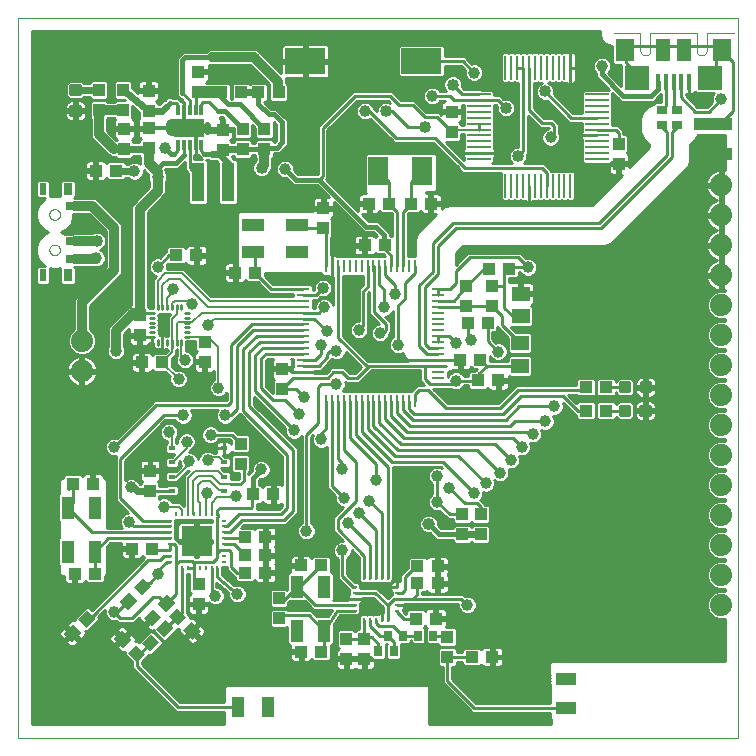
<source format=gtl>
G75*
%MOIN*%
%OFA0B0*%
%FSLAX25Y25*%
%IPPOS*%
%LPD*%
%AMOC8*
5,1,8,0,0,1.08239X$1,22.5*
%
%ADD10C,0.00000*%
%ADD11R,0.03937X0.04331*%
%ADD12R,0.04331X0.03937*%
%ADD13R,0.04488X0.12992*%
%ADD14R,0.05906X0.05118*%
%ADD15C,0.01181*%
%ADD16R,0.04331X0.01122*%
%ADD17R,0.01122X0.04331*%
%ADD18R,0.01169X0.03346*%
%ADD19R,0.09449X0.06496*%
%ADD20R,0.02756X0.01102*%
%ADD21R,0.06693X0.09449*%
%ADD22R,0.07480X0.04331*%
%ADD23C,0.07400*%
%ADD24R,0.03937X0.06693*%
%ADD25R,0.06693X0.03937*%
%ADD26R,0.02756X0.03543*%
%ADD27R,0.04331X0.07480*%
%ADD28R,0.02362X0.01575*%
%ADD29C,0.00906*%
%ADD30R,0.05906X0.02756*%
%ADD31R,0.02362X0.03937*%
%ADD32R,0.03150X0.03937*%
%ADD33R,0.01575X0.00984*%
%ADD34R,0.00984X0.01575*%
%ADD35R,0.10000X0.10000*%
%ADD36R,0.00787X0.07874*%
%ADD37R,0.07874X0.00787*%
%ADD38R,0.01575X0.05315*%
%ADD39R,0.08268X0.07874*%
%ADD40R,0.06299X0.07480*%
%ADD41R,0.04724X0.07480*%
%ADD42R,0.13189X0.08504*%
%ADD43R,0.03543X0.02756*%
%ADD44R,0.12992X0.04488*%
%ADD45C,0.01000*%
%ADD46C,0.03962*%
%ADD47C,0.00700*%
%ADD48C,0.01600*%
%ADD49C,0.04000*%
%ADD50C,0.02400*%
%ADD51C,0.01200*%
%ADD52C,0.04000*%
%ADD53C,0.03200*%
D10*
X0050500Y0036500D02*
X0050500Y0276500D01*
X0290500Y0276500D01*
X0290500Y0036500D01*
X0050500Y0036500D01*
X0060928Y0199194D02*
X0060930Y0199278D01*
X0060936Y0199361D01*
X0060946Y0199444D01*
X0060960Y0199527D01*
X0060977Y0199609D01*
X0060999Y0199690D01*
X0061024Y0199769D01*
X0061053Y0199848D01*
X0061086Y0199925D01*
X0061122Y0200000D01*
X0061162Y0200074D01*
X0061205Y0200146D01*
X0061252Y0200215D01*
X0061302Y0200282D01*
X0061355Y0200347D01*
X0061411Y0200409D01*
X0061469Y0200469D01*
X0061531Y0200526D01*
X0061595Y0200579D01*
X0061662Y0200630D01*
X0061731Y0200677D01*
X0061802Y0200722D01*
X0061875Y0200762D01*
X0061950Y0200799D01*
X0062027Y0200833D01*
X0062105Y0200863D01*
X0062184Y0200889D01*
X0062265Y0200912D01*
X0062347Y0200930D01*
X0062429Y0200945D01*
X0062512Y0200956D01*
X0062595Y0200963D01*
X0062679Y0200966D01*
X0062763Y0200965D01*
X0062846Y0200960D01*
X0062930Y0200951D01*
X0063012Y0200938D01*
X0063094Y0200922D01*
X0063175Y0200901D01*
X0063256Y0200877D01*
X0063334Y0200849D01*
X0063412Y0200817D01*
X0063488Y0200781D01*
X0063562Y0200742D01*
X0063634Y0200700D01*
X0063704Y0200654D01*
X0063772Y0200605D01*
X0063837Y0200553D01*
X0063900Y0200498D01*
X0063960Y0200440D01*
X0064018Y0200379D01*
X0064072Y0200315D01*
X0064124Y0200249D01*
X0064172Y0200181D01*
X0064217Y0200110D01*
X0064258Y0200037D01*
X0064297Y0199963D01*
X0064331Y0199887D01*
X0064362Y0199809D01*
X0064389Y0199730D01*
X0064413Y0199649D01*
X0064432Y0199568D01*
X0064448Y0199486D01*
X0064460Y0199403D01*
X0064468Y0199319D01*
X0064472Y0199236D01*
X0064472Y0199152D01*
X0064468Y0199069D01*
X0064460Y0198985D01*
X0064448Y0198902D01*
X0064432Y0198820D01*
X0064413Y0198739D01*
X0064389Y0198658D01*
X0064362Y0198579D01*
X0064331Y0198501D01*
X0064297Y0198425D01*
X0064258Y0198351D01*
X0064217Y0198278D01*
X0064172Y0198207D01*
X0064124Y0198139D01*
X0064072Y0198073D01*
X0064018Y0198009D01*
X0063960Y0197948D01*
X0063900Y0197890D01*
X0063837Y0197835D01*
X0063772Y0197783D01*
X0063704Y0197734D01*
X0063634Y0197688D01*
X0063562Y0197646D01*
X0063488Y0197607D01*
X0063412Y0197571D01*
X0063334Y0197539D01*
X0063256Y0197511D01*
X0063175Y0197487D01*
X0063094Y0197466D01*
X0063012Y0197450D01*
X0062930Y0197437D01*
X0062846Y0197428D01*
X0062763Y0197423D01*
X0062679Y0197422D01*
X0062595Y0197425D01*
X0062512Y0197432D01*
X0062429Y0197443D01*
X0062347Y0197458D01*
X0062265Y0197476D01*
X0062184Y0197499D01*
X0062105Y0197525D01*
X0062027Y0197555D01*
X0061950Y0197589D01*
X0061875Y0197626D01*
X0061802Y0197666D01*
X0061731Y0197711D01*
X0061662Y0197758D01*
X0061595Y0197809D01*
X0061531Y0197862D01*
X0061469Y0197919D01*
X0061411Y0197979D01*
X0061355Y0198041D01*
X0061302Y0198106D01*
X0061252Y0198173D01*
X0061205Y0198242D01*
X0061162Y0198314D01*
X0061122Y0198388D01*
X0061086Y0198463D01*
X0061053Y0198540D01*
X0061024Y0198619D01*
X0060999Y0198698D01*
X0060977Y0198779D01*
X0060960Y0198861D01*
X0060946Y0198944D01*
X0060936Y0199027D01*
X0060930Y0199110D01*
X0060928Y0199194D01*
X0060928Y0211006D02*
X0060930Y0211090D01*
X0060936Y0211173D01*
X0060946Y0211256D01*
X0060960Y0211339D01*
X0060977Y0211421D01*
X0060999Y0211502D01*
X0061024Y0211581D01*
X0061053Y0211660D01*
X0061086Y0211737D01*
X0061122Y0211812D01*
X0061162Y0211886D01*
X0061205Y0211958D01*
X0061252Y0212027D01*
X0061302Y0212094D01*
X0061355Y0212159D01*
X0061411Y0212221D01*
X0061469Y0212281D01*
X0061531Y0212338D01*
X0061595Y0212391D01*
X0061662Y0212442D01*
X0061731Y0212489D01*
X0061802Y0212534D01*
X0061875Y0212574D01*
X0061950Y0212611D01*
X0062027Y0212645D01*
X0062105Y0212675D01*
X0062184Y0212701D01*
X0062265Y0212724D01*
X0062347Y0212742D01*
X0062429Y0212757D01*
X0062512Y0212768D01*
X0062595Y0212775D01*
X0062679Y0212778D01*
X0062763Y0212777D01*
X0062846Y0212772D01*
X0062930Y0212763D01*
X0063012Y0212750D01*
X0063094Y0212734D01*
X0063175Y0212713D01*
X0063256Y0212689D01*
X0063334Y0212661D01*
X0063412Y0212629D01*
X0063488Y0212593D01*
X0063562Y0212554D01*
X0063634Y0212512D01*
X0063704Y0212466D01*
X0063772Y0212417D01*
X0063837Y0212365D01*
X0063900Y0212310D01*
X0063960Y0212252D01*
X0064018Y0212191D01*
X0064072Y0212127D01*
X0064124Y0212061D01*
X0064172Y0211993D01*
X0064217Y0211922D01*
X0064258Y0211849D01*
X0064297Y0211775D01*
X0064331Y0211699D01*
X0064362Y0211621D01*
X0064389Y0211542D01*
X0064413Y0211461D01*
X0064432Y0211380D01*
X0064448Y0211298D01*
X0064460Y0211215D01*
X0064468Y0211131D01*
X0064472Y0211048D01*
X0064472Y0210964D01*
X0064468Y0210881D01*
X0064460Y0210797D01*
X0064448Y0210714D01*
X0064432Y0210632D01*
X0064413Y0210551D01*
X0064389Y0210470D01*
X0064362Y0210391D01*
X0064331Y0210313D01*
X0064297Y0210237D01*
X0064258Y0210163D01*
X0064217Y0210090D01*
X0064172Y0210019D01*
X0064124Y0209951D01*
X0064072Y0209885D01*
X0064018Y0209821D01*
X0063960Y0209760D01*
X0063900Y0209702D01*
X0063837Y0209647D01*
X0063772Y0209595D01*
X0063704Y0209546D01*
X0063634Y0209500D01*
X0063562Y0209458D01*
X0063488Y0209419D01*
X0063412Y0209383D01*
X0063334Y0209351D01*
X0063256Y0209323D01*
X0063175Y0209299D01*
X0063094Y0209278D01*
X0063012Y0209262D01*
X0062930Y0209249D01*
X0062846Y0209240D01*
X0062763Y0209235D01*
X0062679Y0209234D01*
X0062595Y0209237D01*
X0062512Y0209244D01*
X0062429Y0209255D01*
X0062347Y0209270D01*
X0062265Y0209288D01*
X0062184Y0209311D01*
X0062105Y0209337D01*
X0062027Y0209367D01*
X0061950Y0209401D01*
X0061875Y0209438D01*
X0061802Y0209478D01*
X0061731Y0209523D01*
X0061662Y0209570D01*
X0061595Y0209621D01*
X0061531Y0209674D01*
X0061469Y0209731D01*
X0061411Y0209791D01*
X0061355Y0209853D01*
X0061302Y0209918D01*
X0061252Y0209985D01*
X0061205Y0210054D01*
X0061162Y0210126D01*
X0061122Y0210200D01*
X0061086Y0210275D01*
X0061053Y0210352D01*
X0061024Y0210431D01*
X0060999Y0210510D01*
X0060977Y0210591D01*
X0060960Y0210673D01*
X0060946Y0210756D01*
X0060936Y0210839D01*
X0060930Y0210922D01*
X0060928Y0211006D01*
X0249000Y0271500D02*
X0257976Y0271500D01*
X0257976Y0265598D01*
X0257978Y0265522D01*
X0257984Y0265446D01*
X0257993Y0265371D01*
X0258007Y0265296D01*
X0258024Y0265222D01*
X0258045Y0265149D01*
X0258069Y0265077D01*
X0258098Y0265006D01*
X0258129Y0264937D01*
X0258164Y0264870D01*
X0258203Y0264805D01*
X0258245Y0264741D01*
X0258290Y0264680D01*
X0258338Y0264621D01*
X0258389Y0264565D01*
X0258443Y0264511D01*
X0258499Y0264460D01*
X0258558Y0264412D01*
X0258619Y0264367D01*
X0258683Y0264325D01*
X0258748Y0264286D01*
X0258815Y0264251D01*
X0258884Y0264220D01*
X0258955Y0264191D01*
X0259027Y0264167D01*
X0259100Y0264146D01*
X0259174Y0264129D01*
X0259249Y0264115D01*
X0259324Y0264106D01*
X0259400Y0264100D01*
X0259476Y0264098D01*
X0259823Y0264098D01*
X0259899Y0264100D01*
X0259975Y0264106D01*
X0260050Y0264115D01*
X0260125Y0264129D01*
X0260199Y0264146D01*
X0260272Y0264167D01*
X0260344Y0264191D01*
X0260415Y0264220D01*
X0260484Y0264251D01*
X0260551Y0264286D01*
X0260616Y0264325D01*
X0260680Y0264367D01*
X0260741Y0264412D01*
X0260800Y0264460D01*
X0260856Y0264511D01*
X0260910Y0264565D01*
X0260961Y0264621D01*
X0261009Y0264680D01*
X0261054Y0264741D01*
X0261096Y0264805D01*
X0261135Y0264870D01*
X0261170Y0264937D01*
X0261201Y0265006D01*
X0261230Y0265077D01*
X0261254Y0265149D01*
X0261275Y0265222D01*
X0261292Y0265296D01*
X0261306Y0265371D01*
X0261315Y0265446D01*
X0261321Y0265522D01*
X0261323Y0265598D01*
X0261323Y0271500D01*
X0276677Y0271500D01*
X0276677Y0265598D01*
X0276679Y0265522D01*
X0276685Y0265446D01*
X0276694Y0265371D01*
X0276708Y0265296D01*
X0276725Y0265222D01*
X0276746Y0265149D01*
X0276770Y0265077D01*
X0276799Y0265006D01*
X0276830Y0264937D01*
X0276865Y0264870D01*
X0276904Y0264805D01*
X0276946Y0264741D01*
X0276991Y0264680D01*
X0277039Y0264621D01*
X0277090Y0264565D01*
X0277144Y0264511D01*
X0277200Y0264460D01*
X0277259Y0264412D01*
X0277320Y0264367D01*
X0277384Y0264325D01*
X0277449Y0264286D01*
X0277516Y0264251D01*
X0277585Y0264220D01*
X0277656Y0264191D01*
X0277728Y0264167D01*
X0277801Y0264146D01*
X0277875Y0264129D01*
X0277950Y0264115D01*
X0278025Y0264106D01*
X0278101Y0264100D01*
X0278177Y0264098D01*
X0278524Y0264098D01*
X0278600Y0264100D01*
X0278676Y0264106D01*
X0278751Y0264115D01*
X0278826Y0264129D01*
X0278900Y0264146D01*
X0278973Y0264167D01*
X0279045Y0264191D01*
X0279116Y0264220D01*
X0279185Y0264251D01*
X0279252Y0264286D01*
X0279317Y0264325D01*
X0279381Y0264367D01*
X0279442Y0264412D01*
X0279501Y0264460D01*
X0279557Y0264511D01*
X0279611Y0264565D01*
X0279662Y0264621D01*
X0279710Y0264680D01*
X0279755Y0264741D01*
X0279797Y0264805D01*
X0279836Y0264870D01*
X0279871Y0264937D01*
X0279902Y0265006D01*
X0279931Y0265077D01*
X0279955Y0265149D01*
X0279976Y0265222D01*
X0279993Y0265296D01*
X0280007Y0265371D01*
X0280016Y0265446D01*
X0280022Y0265522D01*
X0280024Y0265598D01*
X0280024Y0271500D01*
X0289000Y0271500D01*
D11*
X0250800Y0234646D03*
X0250800Y0227954D03*
X0208400Y0187246D03*
X0208400Y0180554D03*
X0199900Y0180354D03*
X0199900Y0187046D03*
X0152200Y0206454D03*
X0152200Y0213146D03*
X0132600Y0232854D03*
X0132600Y0239546D03*
X0125400Y0239446D03*
X0125400Y0232754D03*
X0118700Y0232554D03*
X0118700Y0239246D03*
X0110600Y0251854D03*
X0110600Y0258546D03*
X0094000Y0252246D03*
X0094000Y0245554D03*
X0094000Y0239746D03*
X0085900Y0239546D03*
X0085900Y0232854D03*
X0094000Y0233054D03*
X0085500Y0245854D03*
X0085500Y0252546D03*
X0077500Y0252446D03*
X0077500Y0245754D03*
X0091000Y0177446D03*
X0091000Y0170754D03*
X0112700Y0168546D03*
X0112700Y0161854D03*
X0138500Y0159546D03*
X0138500Y0152854D03*
X0124700Y0134646D03*
X0124700Y0127954D03*
X0094500Y0125646D03*
X0094500Y0118954D03*
X0110700Y0087846D03*
X0110700Y0081154D03*
X0137500Y0083046D03*
X0137500Y0076354D03*
X0159900Y0069546D03*
X0165900Y0069546D03*
X0165900Y0062854D03*
X0159900Y0062854D03*
X0193600Y0063454D03*
X0193600Y0070146D03*
X0198600Y0104354D03*
X0204700Y0104354D03*
X0204700Y0111046D03*
X0198600Y0111046D03*
X0195000Y0238554D03*
X0195000Y0245246D03*
D12*
X0188146Y0214600D03*
X0181454Y0214600D03*
X0174246Y0214600D03*
X0167554Y0214600D03*
X0166054Y0200800D03*
X0172746Y0200800D03*
X0200354Y0174900D03*
X0207046Y0174900D03*
X0204646Y0162600D03*
X0197954Y0162600D03*
X0203854Y0155700D03*
X0210546Y0155700D03*
X0239754Y0153400D03*
X0246446Y0153400D03*
X0246446Y0145600D03*
X0239754Y0145600D03*
X0214246Y0192900D03*
X0207554Y0192900D03*
X0137346Y0251700D03*
X0130654Y0251700D03*
X0124946Y0251700D03*
X0118254Y0251700D03*
X0083146Y0225600D03*
X0076454Y0225600D03*
X0103254Y0197400D03*
X0109946Y0197400D03*
X0122854Y0191600D03*
X0129546Y0191600D03*
X0098446Y0161700D03*
X0091754Y0161700D03*
X0075446Y0121300D03*
X0068754Y0121300D03*
X0088454Y0099600D03*
X0095146Y0099600D03*
G36*
X0089044Y0086727D02*
X0092105Y0089788D01*
X0094888Y0087005D01*
X0091827Y0083944D01*
X0089044Y0086727D01*
G37*
G36*
X0084312Y0081995D02*
X0087373Y0085056D01*
X0090156Y0082273D01*
X0087095Y0079212D01*
X0084312Y0081995D01*
G37*
G36*
X0092412Y0076595D02*
X0095473Y0079656D01*
X0098256Y0076873D01*
X0095195Y0073812D01*
X0092412Y0076595D01*
G37*
G36*
X0102388Y0073105D02*
X0099327Y0070044D01*
X0096544Y0072827D01*
X0099605Y0075888D01*
X0102388Y0073105D01*
G37*
G36*
X0103873Y0074044D02*
X0100812Y0077105D01*
X0103595Y0079888D01*
X0106656Y0076827D01*
X0103873Y0074044D01*
G37*
G36*
X0108605Y0069312D02*
X0105544Y0072373D01*
X0108327Y0075156D01*
X0111388Y0072095D01*
X0108605Y0069312D01*
G37*
G36*
X0097144Y0081327D02*
X0100205Y0084388D01*
X0102988Y0081605D01*
X0099927Y0078544D01*
X0097144Y0081327D01*
G37*
G36*
X0097656Y0068373D02*
X0094595Y0065312D01*
X0091812Y0068095D01*
X0094873Y0071156D01*
X0097656Y0068373D01*
G37*
G36*
X0089927Y0067656D02*
X0092988Y0064595D01*
X0090205Y0061812D01*
X0087144Y0064873D01*
X0089927Y0067656D01*
G37*
G36*
X0085195Y0072388D02*
X0088256Y0069327D01*
X0085473Y0066544D01*
X0082412Y0069605D01*
X0085195Y0072388D01*
G37*
G36*
X0070444Y0076027D02*
X0073505Y0079088D01*
X0076288Y0076305D01*
X0073227Y0073244D01*
X0070444Y0076027D01*
G37*
G36*
X0065712Y0071295D02*
X0068773Y0074356D01*
X0071556Y0071573D01*
X0068495Y0068512D01*
X0065712Y0071295D01*
G37*
X0069454Y0091300D03*
X0076146Y0091300D03*
X0126254Y0091600D03*
X0126254Y0097400D03*
X0132946Y0097400D03*
X0132946Y0091600D03*
X0144754Y0094100D03*
X0151446Y0094100D03*
X0132946Y0103500D03*
X0126254Y0103500D03*
X0128854Y0117700D03*
X0135546Y0117700D03*
X0183654Y0093800D03*
X0183654Y0088100D03*
X0190346Y0088100D03*
X0190346Y0093800D03*
X0189746Y0076300D03*
X0183054Y0076300D03*
X0201854Y0063500D03*
X0208546Y0063500D03*
X0151546Y0065300D03*
X0144854Y0065300D03*
D13*
X0120400Y0221800D03*
X0110400Y0221800D03*
D14*
X0218000Y0184540D03*
X0218000Y0177060D03*
X0217900Y0168040D03*
X0217900Y0160560D03*
D15*
X0251469Y0154778D02*
X0251469Y0152022D01*
X0251469Y0154778D02*
X0254225Y0154778D01*
X0254225Y0152022D01*
X0251469Y0152022D01*
X0251469Y0153202D02*
X0254225Y0153202D01*
X0254225Y0154382D02*
X0251469Y0154382D01*
X0258375Y0154778D02*
X0258375Y0152022D01*
X0258375Y0154778D02*
X0261131Y0154778D01*
X0261131Y0152022D01*
X0258375Y0152022D01*
X0258375Y0153202D02*
X0261131Y0153202D01*
X0261131Y0154382D02*
X0258375Y0154382D01*
X0258275Y0146978D02*
X0258275Y0144222D01*
X0258275Y0146978D02*
X0261031Y0146978D01*
X0261031Y0144222D01*
X0258275Y0144222D01*
X0258275Y0145402D02*
X0261031Y0145402D01*
X0261031Y0146582D02*
X0258275Y0146582D01*
X0251369Y0146978D02*
X0251369Y0144222D01*
X0251369Y0146978D02*
X0254125Y0146978D01*
X0254125Y0144222D01*
X0251369Y0144222D01*
X0251369Y0145402D02*
X0254125Y0145402D01*
X0254125Y0146582D02*
X0251369Y0146582D01*
X0071078Y0246925D02*
X0068322Y0246925D01*
X0071078Y0246925D02*
X0071078Y0244169D01*
X0068322Y0244169D01*
X0068322Y0246925D01*
X0068322Y0245349D02*
X0071078Y0245349D01*
X0071078Y0246529D02*
X0068322Y0246529D01*
X0068322Y0253831D02*
X0071078Y0253831D01*
X0071078Y0251075D01*
X0068322Y0251075D01*
X0068322Y0253831D01*
X0068322Y0252255D02*
X0071078Y0252255D01*
X0071078Y0253435D02*
X0068322Y0253435D01*
D16*
X0145559Y0186164D03*
X0145559Y0184195D03*
X0145559Y0182227D03*
X0145559Y0180258D03*
X0145559Y0178290D03*
X0145559Y0176321D03*
X0145559Y0174353D03*
X0145559Y0172384D03*
X0145559Y0170416D03*
X0145559Y0168447D03*
X0145559Y0166479D03*
X0145559Y0164510D03*
X0145559Y0162542D03*
X0145559Y0160573D03*
X0145559Y0158605D03*
X0145559Y0156636D03*
X0190441Y0156636D03*
X0190441Y0158605D03*
X0190441Y0160573D03*
X0190441Y0162542D03*
X0190441Y0164510D03*
X0190441Y0166479D03*
X0190441Y0168447D03*
X0190441Y0170416D03*
X0190441Y0172384D03*
X0190441Y0174353D03*
X0190441Y0176321D03*
X0190441Y0178290D03*
X0190441Y0180258D03*
X0190441Y0182227D03*
X0190441Y0184195D03*
X0190441Y0186164D03*
D17*
X0182764Y0193841D03*
X0180795Y0193841D03*
X0178827Y0193841D03*
X0176858Y0193841D03*
X0174890Y0193841D03*
X0172921Y0193841D03*
X0170953Y0193841D03*
X0168984Y0193841D03*
X0167016Y0193841D03*
X0165047Y0193841D03*
X0163079Y0193841D03*
X0161110Y0193841D03*
X0159142Y0193841D03*
X0157173Y0193841D03*
X0155205Y0193841D03*
X0153236Y0193841D03*
X0153236Y0148959D03*
X0155205Y0148959D03*
X0157173Y0148959D03*
X0159142Y0148959D03*
X0161110Y0148959D03*
X0163079Y0148959D03*
X0165047Y0148959D03*
X0167016Y0148959D03*
X0168984Y0148959D03*
X0170953Y0148959D03*
X0172921Y0148959D03*
X0174890Y0148959D03*
X0176858Y0148959D03*
X0178827Y0148959D03*
X0180795Y0148959D03*
X0182764Y0148959D03*
D18*
X0111637Y0234093D03*
X0109669Y0234093D03*
X0107700Y0234093D03*
X0105731Y0234093D03*
X0103763Y0234093D03*
X0103763Y0245707D03*
X0105731Y0245707D03*
X0107700Y0245707D03*
X0109669Y0245707D03*
X0111637Y0245707D03*
D19*
X0107700Y0239900D03*
D20*
X0101794Y0238916D03*
X0101794Y0240884D03*
X0113606Y0240884D03*
X0113606Y0238916D03*
D21*
X0170617Y0225600D03*
X0185183Y0225600D03*
D22*
X0143483Y0207628D03*
X0143483Y0198572D03*
X0128917Y0198572D03*
X0128917Y0207628D03*
D23*
X0071800Y0168800D03*
X0071800Y0158800D03*
X0284900Y0160800D03*
X0284900Y0150800D03*
X0284900Y0140800D03*
X0284900Y0130800D03*
X0284900Y0120800D03*
X0284900Y0110800D03*
X0284900Y0100800D03*
X0284900Y0090800D03*
X0284900Y0080800D03*
X0284900Y0170800D03*
X0284900Y0180800D03*
X0284900Y0190800D03*
X0284900Y0200800D03*
X0284900Y0210800D03*
X0284900Y0220800D03*
D24*
X0133821Y0046800D03*
X0123979Y0046800D03*
D25*
X0233100Y0046479D03*
X0233100Y0056321D03*
D26*
X0188959Y0070600D03*
X0183841Y0070600D03*
X0178859Y0070600D03*
X0173741Y0070600D03*
X0175759Y0065400D03*
X0170641Y0065400D03*
D27*
X0152628Y0072317D03*
X0143572Y0072317D03*
X0143572Y0086883D03*
X0152628Y0086883D03*
X0076128Y0098617D03*
X0067072Y0098617D03*
X0067072Y0113183D03*
X0076128Y0113183D03*
D28*
X0101739Y0118913D03*
X0101739Y0123638D03*
X0101739Y0128362D03*
X0101739Y0133087D03*
X0119061Y0133087D03*
X0119061Y0128362D03*
X0119061Y0123638D03*
X0119061Y0118913D03*
D29*
X0104937Y0167566D02*
X0104937Y0169022D01*
X0103362Y0169022D02*
X0103362Y0167566D01*
X0101787Y0167566D02*
X0101787Y0169022D01*
X0100213Y0169022D02*
X0100213Y0167566D01*
X0098638Y0167566D02*
X0098638Y0169022D01*
X0097063Y0169022D02*
X0097063Y0167566D01*
X0095822Y0170263D02*
X0094366Y0170263D01*
X0094366Y0171838D02*
X0095822Y0171838D01*
X0095822Y0173413D02*
X0094366Y0173413D01*
X0094366Y0174987D02*
X0095822Y0174987D01*
X0095822Y0176562D02*
X0094366Y0176562D01*
X0094366Y0178137D02*
X0095822Y0178137D01*
X0097063Y0179378D02*
X0097063Y0180834D01*
X0098638Y0180834D02*
X0098638Y0179378D01*
X0100213Y0179378D02*
X0100213Y0180834D01*
X0101787Y0180834D02*
X0101787Y0179378D01*
X0103362Y0179378D02*
X0103362Y0180834D01*
X0104937Y0180834D02*
X0104937Y0179378D01*
X0106178Y0178137D02*
X0107634Y0178137D01*
X0107634Y0176562D02*
X0106178Y0176562D01*
X0106178Y0174987D02*
X0107634Y0174987D01*
X0107634Y0173413D02*
X0106178Y0173413D01*
X0106178Y0171838D02*
X0107634Y0171838D01*
X0107634Y0170263D02*
X0106178Y0170263D01*
D30*
X0069590Y0196242D03*
X0069590Y0202147D03*
X0069590Y0213958D03*
D31*
X0058763Y0219470D03*
X0058763Y0190730D03*
D32*
X0067031Y0190730D03*
X0067031Y0219470D03*
D33*
X0101045Y0108990D03*
X0101045Y0107021D03*
X0101045Y0105053D03*
X0101045Y0103084D03*
X0101045Y0101116D03*
X0101045Y0099147D03*
X0101045Y0097179D03*
X0101045Y0095210D03*
X0119155Y0095210D03*
X0119155Y0097179D03*
X0119155Y0099147D03*
X0119155Y0101116D03*
X0119155Y0103084D03*
X0119155Y0105053D03*
X0119155Y0107021D03*
X0119155Y0108990D03*
X0162713Y0086837D03*
X0162713Y0084869D03*
X0162713Y0082900D03*
X0162713Y0080931D03*
X0162713Y0078963D03*
X0176887Y0078963D03*
X0176887Y0080931D03*
X0176887Y0082900D03*
X0176887Y0084869D03*
X0176887Y0086837D03*
D34*
X0173737Y0089987D03*
X0171769Y0089987D03*
X0169800Y0089987D03*
X0167831Y0089987D03*
X0165863Y0089987D03*
X0165863Y0075813D03*
X0167831Y0075813D03*
X0169800Y0075813D03*
X0171769Y0075813D03*
X0173737Y0075813D03*
X0116990Y0093045D03*
X0115021Y0093045D03*
X0113053Y0093045D03*
X0111084Y0093045D03*
X0109116Y0093045D03*
X0107147Y0093045D03*
X0105179Y0093045D03*
X0103210Y0093045D03*
X0103210Y0111155D03*
X0105179Y0111155D03*
X0107147Y0111155D03*
X0109116Y0111155D03*
X0111084Y0111155D03*
X0113053Y0111155D03*
X0115021Y0111155D03*
X0116990Y0111155D03*
D35*
X0110100Y0102100D03*
D36*
X0212973Y0220615D03*
X0214942Y0220615D03*
X0216910Y0220615D03*
X0218879Y0220615D03*
X0220847Y0220615D03*
X0222816Y0220615D03*
X0224784Y0220615D03*
X0226753Y0220615D03*
X0228721Y0220615D03*
X0230690Y0220615D03*
X0232658Y0220615D03*
X0234627Y0220615D03*
X0234627Y0259985D03*
X0232658Y0259985D03*
X0230690Y0259985D03*
X0228721Y0259985D03*
X0226753Y0259985D03*
X0224784Y0259985D03*
X0222816Y0259985D03*
X0220847Y0259985D03*
X0218879Y0259985D03*
X0216910Y0259985D03*
X0214942Y0259985D03*
X0212973Y0259985D03*
D37*
X0204115Y0251127D03*
X0204115Y0249158D03*
X0204115Y0247190D03*
X0204115Y0245221D03*
X0204115Y0243253D03*
X0204115Y0241284D03*
X0204115Y0239316D03*
X0204115Y0237347D03*
X0204115Y0235379D03*
X0204115Y0233410D03*
X0204115Y0231442D03*
X0204115Y0229473D03*
X0243485Y0229473D03*
X0243485Y0231442D03*
X0243485Y0233410D03*
X0243485Y0235379D03*
X0243485Y0237347D03*
X0243485Y0239316D03*
X0243485Y0241284D03*
X0243485Y0243253D03*
X0243485Y0245221D03*
X0243485Y0247190D03*
X0243485Y0249158D03*
X0243485Y0251127D03*
D38*
X0263882Y0255260D03*
X0266441Y0255260D03*
X0269000Y0255260D03*
X0271559Y0255260D03*
X0274118Y0255260D03*
D39*
X0281205Y0256539D03*
X0256795Y0256539D03*
D40*
X0252858Y0265791D03*
X0285142Y0265791D03*
D41*
X0272346Y0265791D03*
X0265654Y0265791D03*
D42*
X0184990Y0262100D03*
X0146210Y0262100D03*
D43*
X0265200Y0245959D03*
X0270200Y0245959D03*
X0270200Y0240841D03*
X0265200Y0240841D03*
D44*
X0282300Y0241000D03*
X0282300Y0231000D03*
D45*
X0282300Y0229400D01*
X0286000Y0229213D02*
X0274600Y0229213D01*
X0274600Y0228934D02*
X0274600Y0234599D01*
X0275087Y0234800D01*
X0276634Y0236347D01*
X0277176Y0237656D01*
X0286000Y0237656D01*
X0286000Y0225891D01*
X0285400Y0225986D01*
X0285400Y0221300D01*
X0284400Y0221300D01*
X0284400Y0225986D01*
X0283682Y0225872D01*
X0282904Y0225619D01*
X0282175Y0225247D01*
X0281512Y0224766D01*
X0280934Y0224188D01*
X0280453Y0223525D01*
X0280081Y0222796D01*
X0279828Y0222018D01*
X0279714Y0221300D01*
X0284400Y0221300D01*
X0284400Y0220300D01*
X0279714Y0220300D01*
X0279828Y0219582D01*
X0280081Y0218804D01*
X0280453Y0218075D01*
X0280934Y0217412D01*
X0281512Y0216834D01*
X0282175Y0216353D01*
X0282904Y0215981D01*
X0283461Y0215800D01*
X0282904Y0215619D01*
X0282175Y0215247D01*
X0281512Y0214766D01*
X0280934Y0214188D01*
X0280453Y0213525D01*
X0280081Y0212796D01*
X0279828Y0212018D01*
X0279714Y0211300D01*
X0284400Y0211300D01*
X0284400Y0215986D01*
X0284400Y0220300D01*
X0285400Y0220300D01*
X0285400Y0211300D01*
X0284400Y0211300D01*
X0284400Y0210300D01*
X0279714Y0210300D01*
X0279828Y0209582D01*
X0280081Y0208804D01*
X0280453Y0208075D01*
X0280934Y0207412D01*
X0281512Y0206834D01*
X0282175Y0206353D01*
X0282904Y0205981D01*
X0283461Y0205800D01*
X0282904Y0205619D01*
X0282175Y0205247D01*
X0281512Y0204766D01*
X0280934Y0204188D01*
X0280453Y0203525D01*
X0280081Y0202796D01*
X0279828Y0202018D01*
X0279714Y0201300D01*
X0284400Y0201300D01*
X0284400Y0205986D01*
X0284400Y0210300D01*
X0285400Y0210300D01*
X0285400Y0201300D01*
X0284400Y0201300D01*
X0284400Y0200300D01*
X0279714Y0200300D01*
X0279828Y0199582D01*
X0280081Y0198804D01*
X0280453Y0198075D01*
X0280934Y0197412D01*
X0281512Y0196834D01*
X0282175Y0196353D01*
X0282904Y0195981D01*
X0283461Y0195800D01*
X0282904Y0195619D01*
X0282175Y0195247D01*
X0281512Y0194766D01*
X0280934Y0194188D01*
X0280453Y0193525D01*
X0280081Y0192796D01*
X0279828Y0192018D01*
X0279714Y0191300D01*
X0284400Y0191300D01*
X0284400Y0195986D01*
X0284400Y0200300D01*
X0285400Y0200300D01*
X0285400Y0191300D01*
X0284400Y0191300D01*
X0284400Y0190300D01*
X0285400Y0190300D01*
X0285400Y0185614D01*
X0286000Y0185709D01*
X0286000Y0185540D01*
X0285855Y0185600D01*
X0283945Y0185600D01*
X0282181Y0184869D01*
X0280831Y0183519D01*
X0280100Y0181755D01*
X0280100Y0179845D01*
X0280831Y0178081D01*
X0282181Y0176731D01*
X0283945Y0176000D01*
X0285855Y0176000D01*
X0286000Y0176060D01*
X0286000Y0175540D01*
X0285855Y0175600D01*
X0283945Y0175600D01*
X0282181Y0174869D01*
X0280831Y0173519D01*
X0280100Y0171755D01*
X0280100Y0169845D01*
X0280831Y0168081D01*
X0282181Y0166731D01*
X0283945Y0166000D01*
X0285855Y0166000D01*
X0286000Y0166060D01*
X0286000Y0165540D01*
X0285855Y0165600D01*
X0283945Y0165600D01*
X0282181Y0164869D01*
X0280831Y0163519D01*
X0280100Y0161755D01*
X0280100Y0159845D01*
X0280831Y0158081D01*
X0282181Y0156731D01*
X0283945Y0156000D01*
X0285855Y0156000D01*
X0286000Y0156060D01*
X0286000Y0155540D01*
X0285855Y0155600D01*
X0283945Y0155600D01*
X0282181Y0154869D01*
X0280831Y0153519D01*
X0280100Y0151755D01*
X0280100Y0149845D01*
X0280831Y0148081D01*
X0282181Y0146731D01*
X0283945Y0146000D01*
X0285855Y0146000D01*
X0286000Y0146060D01*
X0286000Y0145540D01*
X0285855Y0145600D01*
X0283945Y0145600D01*
X0282181Y0144869D01*
X0280831Y0143519D01*
X0280100Y0141755D01*
X0280100Y0139845D01*
X0280831Y0138081D01*
X0282181Y0136731D01*
X0283945Y0136000D01*
X0285855Y0136000D01*
X0286000Y0136060D01*
X0286000Y0135540D01*
X0285855Y0135600D01*
X0283945Y0135600D01*
X0282181Y0134869D01*
X0280831Y0133519D01*
X0280100Y0131755D01*
X0280100Y0129845D01*
X0280831Y0128081D01*
X0282181Y0126731D01*
X0283945Y0126000D01*
X0285855Y0126000D01*
X0286000Y0126060D01*
X0286000Y0125540D01*
X0285855Y0125600D01*
X0283945Y0125600D01*
X0282181Y0124869D01*
X0280831Y0123519D01*
X0280100Y0121755D01*
X0280100Y0119845D01*
X0280831Y0118081D01*
X0282181Y0116731D01*
X0283945Y0116000D01*
X0285855Y0116000D01*
X0286000Y0116060D01*
X0286000Y0115540D01*
X0285855Y0115600D01*
X0283945Y0115600D01*
X0282181Y0114869D01*
X0280831Y0113519D01*
X0280100Y0111755D01*
X0280100Y0109845D01*
X0280831Y0108081D01*
X0282181Y0106731D01*
X0283945Y0106000D01*
X0285855Y0106000D01*
X0286000Y0106060D01*
X0286000Y0105540D01*
X0285855Y0105600D01*
X0283945Y0105600D01*
X0282181Y0104869D01*
X0280831Y0103519D01*
X0280100Y0101755D01*
X0280100Y0099845D01*
X0280831Y0098081D01*
X0282181Y0096731D01*
X0283945Y0096000D01*
X0285855Y0096000D01*
X0286000Y0096060D01*
X0286000Y0095540D01*
X0285855Y0095600D01*
X0283945Y0095600D01*
X0282181Y0094869D01*
X0280831Y0093519D01*
X0280100Y0091755D01*
X0280100Y0089845D01*
X0280831Y0088081D01*
X0282181Y0086731D01*
X0283945Y0086000D01*
X0285855Y0086000D01*
X0286000Y0086060D01*
X0286000Y0085540D01*
X0285855Y0085600D01*
X0283945Y0085600D01*
X0282181Y0084869D01*
X0280831Y0083519D01*
X0280100Y0081755D01*
X0280100Y0079845D01*
X0280831Y0078081D01*
X0282181Y0076731D01*
X0283945Y0076000D01*
X0285855Y0076000D01*
X0286000Y0076060D01*
X0286000Y0062000D01*
X0229001Y0062000D01*
X0228992Y0062009D01*
X0228589Y0062000D01*
X0228186Y0062000D01*
X0228177Y0061991D01*
X0228164Y0061991D01*
X0227885Y0061699D01*
X0227600Y0061414D01*
X0227600Y0061401D01*
X0227591Y0061392D01*
X0227600Y0060989D01*
X0227600Y0060586D01*
X0227609Y0060577D01*
X0227887Y0048079D01*
X0203284Y0048079D01*
X0195200Y0056163D01*
X0195200Y0060188D01*
X0196024Y0060188D01*
X0196668Y0060833D01*
X0196668Y0061854D01*
X0198588Y0061854D01*
X0198588Y0061076D01*
X0199233Y0060431D01*
X0204475Y0060431D01*
X0204988Y0060945D01*
X0205181Y0060610D01*
X0205460Y0060331D01*
X0205802Y0060134D01*
X0206184Y0060031D01*
X0208062Y0060031D01*
X0208062Y0063016D01*
X0209031Y0063016D01*
X0209031Y0063984D01*
X0212212Y0063984D01*
X0212212Y0065666D01*
X0212110Y0066047D01*
X0211912Y0066390D01*
X0211633Y0066669D01*
X0211291Y0066866D01*
X0210909Y0066968D01*
X0209031Y0066968D01*
X0209031Y0063984D01*
X0208062Y0063984D01*
X0208062Y0066968D01*
X0206184Y0066968D01*
X0205802Y0066866D01*
X0205460Y0066669D01*
X0205181Y0066390D01*
X0204988Y0066055D01*
X0204475Y0066568D01*
X0199233Y0066568D01*
X0198588Y0065924D01*
X0198588Y0065054D01*
X0196668Y0065054D01*
X0196668Y0066075D01*
X0196024Y0066719D01*
X0191176Y0066719D01*
X0190531Y0066075D01*
X0190531Y0060833D01*
X0191176Y0060188D01*
X0192000Y0060188D01*
X0192000Y0054837D01*
X0201021Y0045816D01*
X0201959Y0044879D01*
X0227958Y0044879D01*
X0228044Y0041000D01*
X0187600Y0041000D01*
X0187600Y0053414D01*
X0187014Y0054000D01*
X0119686Y0054000D01*
X0119100Y0053414D01*
X0119100Y0048400D01*
X0104463Y0048400D01*
X0091666Y0061196D01*
X0091666Y0061716D01*
X0094089Y0064139D01*
X0094089Y0064260D01*
X0094139Y0064211D01*
X0095050Y0064211D01*
X0098757Y0067917D01*
X0098757Y0068829D01*
X0095329Y0072257D01*
X0094417Y0072257D01*
X0090711Y0068550D01*
X0090711Y0068429D01*
X0090383Y0068757D01*
X0089657Y0068757D01*
X0089757Y0069130D01*
X0089757Y0069525D01*
X0089655Y0069906D01*
X0089457Y0070248D01*
X0088129Y0071576D01*
X0086019Y0069466D01*
X0085334Y0070151D01*
X0087444Y0072261D01*
X0086116Y0073590D01*
X0085773Y0073787D01*
X0085392Y0073889D01*
X0084997Y0073889D01*
X0084616Y0073787D01*
X0084273Y0073590D01*
X0083084Y0072401D01*
X0085334Y0070151D01*
X0084649Y0069466D01*
X0085334Y0068781D01*
X0083224Y0066671D01*
X0084552Y0065343D01*
X0084894Y0065145D01*
X0085275Y0065043D01*
X0085670Y0065043D01*
X0086043Y0065143D01*
X0086043Y0064417D01*
X0088466Y0061994D01*
X0088466Y0059871D01*
X0089404Y0058934D01*
X0103137Y0045200D01*
X0119100Y0045200D01*
X0119100Y0041000D01*
X0055000Y0041000D01*
X0055000Y0272000D01*
X0244500Y0272000D01*
X0244500Y0270605D01*
X0245185Y0268951D01*
X0246451Y0267685D01*
X0248105Y0267000D01*
X0248609Y0267000D01*
X0248609Y0261596D01*
X0249253Y0260951D01*
X0251500Y0260951D01*
X0251500Y0260837D01*
X0251561Y0260776D01*
X0251561Y0253926D01*
X0247222Y0258265D01*
X0247712Y0258755D01*
X0248181Y0259887D01*
X0248181Y0261113D01*
X0247712Y0262245D01*
X0246845Y0263112D01*
X0245713Y0263581D01*
X0244487Y0263581D01*
X0243355Y0263112D01*
X0242488Y0262245D01*
X0242019Y0261113D01*
X0242019Y0259887D01*
X0242488Y0258755D01*
X0243200Y0258043D01*
X0243200Y0256913D01*
X0247493Y0252620D01*
X0239092Y0252620D01*
X0238448Y0251976D01*
X0238448Y0250277D01*
X0238583Y0250143D01*
X0238448Y0250008D01*
X0238448Y0248309D01*
X0238583Y0248174D01*
X0238448Y0248039D01*
X0238448Y0246340D01*
X0238583Y0246205D01*
X0238448Y0246071D01*
X0238448Y0244853D01*
X0235510Y0244853D01*
X0229135Y0251227D01*
X0229200Y0251383D01*
X0229200Y0252617D01*
X0228728Y0253756D01*
X0227856Y0254628D01*
X0227083Y0254948D01*
X0227602Y0254948D01*
X0227737Y0255083D01*
X0227872Y0254948D01*
X0229571Y0254948D01*
X0229705Y0255083D01*
X0229840Y0254948D01*
X0231539Y0254948D01*
X0231674Y0255083D01*
X0231809Y0254948D01*
X0233212Y0254948D01*
X0233312Y0254848D01*
X0233654Y0254650D01*
X0234036Y0254548D01*
X0234627Y0254548D01*
X0235218Y0254548D01*
X0235599Y0254650D01*
X0235941Y0254848D01*
X0236221Y0255127D01*
X0236418Y0255469D01*
X0236520Y0255851D01*
X0236520Y0259985D01*
X0236520Y0264120D01*
X0236418Y0264501D01*
X0236221Y0264843D01*
X0235941Y0265122D01*
X0235599Y0265320D01*
X0235218Y0265422D01*
X0234627Y0265422D01*
X0234627Y0259985D01*
X0234627Y0259985D01*
X0236520Y0259985D01*
X0234627Y0259985D01*
X0234627Y0254548D01*
X0234627Y0259985D01*
X0234627Y0259985D01*
X0234627Y0259985D01*
X0234627Y0265422D01*
X0234036Y0265422D01*
X0233654Y0265320D01*
X0233312Y0265122D01*
X0233212Y0265022D01*
X0231809Y0265022D01*
X0231674Y0264887D01*
X0231539Y0265022D01*
X0229840Y0265022D01*
X0229705Y0264887D01*
X0229571Y0265022D01*
X0227872Y0265022D01*
X0227737Y0264887D01*
X0227602Y0265022D01*
X0225903Y0265022D01*
X0225768Y0264887D01*
X0225634Y0265022D01*
X0223935Y0265022D01*
X0223800Y0264887D01*
X0223665Y0265022D01*
X0221966Y0265022D01*
X0221831Y0264887D01*
X0221697Y0265022D01*
X0219998Y0265022D01*
X0219863Y0264887D01*
X0219728Y0265022D01*
X0218029Y0265022D01*
X0217894Y0264887D01*
X0217760Y0265022D01*
X0216061Y0265022D01*
X0215926Y0264887D01*
X0215791Y0265022D01*
X0214092Y0265022D01*
X0213957Y0264887D01*
X0213823Y0265022D01*
X0212124Y0265022D01*
X0211480Y0264378D01*
X0211480Y0255592D01*
X0212124Y0254948D01*
X0213823Y0254948D01*
X0213957Y0255083D01*
X0214092Y0254948D01*
X0215791Y0254948D01*
X0215926Y0255083D01*
X0216061Y0254948D01*
X0217279Y0254948D01*
X0217279Y0233600D01*
X0216483Y0233600D01*
X0215344Y0233128D01*
X0214472Y0232256D01*
X0214000Y0231117D01*
X0214000Y0229883D01*
X0214472Y0228744D01*
X0215116Y0228100D01*
X0208628Y0228100D01*
X0209152Y0228624D01*
X0209152Y0230027D01*
X0209252Y0230127D01*
X0209450Y0230469D01*
X0209552Y0230851D01*
X0209552Y0231442D01*
X0209552Y0232033D01*
X0209450Y0232414D01*
X0209252Y0232756D01*
X0209152Y0232857D01*
X0209152Y0234260D01*
X0209017Y0234394D01*
X0209152Y0234529D01*
X0209152Y0236228D01*
X0209017Y0236363D01*
X0209152Y0236498D01*
X0209152Y0238197D01*
X0209017Y0238331D01*
X0209152Y0238466D01*
X0209152Y0240165D01*
X0209017Y0240300D01*
X0209152Y0240435D01*
X0209152Y0242134D01*
X0209017Y0242268D01*
X0209152Y0242403D01*
X0209152Y0244102D01*
X0209017Y0244237D01*
X0209152Y0244372D01*
X0209152Y0246071D01*
X0209017Y0246205D01*
X0209152Y0246340D01*
X0209152Y0247558D01*
X0209779Y0247558D01*
X0210065Y0247273D01*
X0210000Y0247117D01*
X0210000Y0245883D01*
X0210472Y0244744D01*
X0211344Y0243872D01*
X0212483Y0243400D01*
X0213717Y0243400D01*
X0214856Y0243872D01*
X0215728Y0244744D01*
X0216200Y0245883D01*
X0216200Y0247117D01*
X0215728Y0248256D01*
X0214856Y0249128D01*
X0213717Y0249600D01*
X0212483Y0249600D01*
X0212327Y0249535D01*
X0211104Y0250758D01*
X0209152Y0250758D01*
X0209152Y0251976D01*
X0208508Y0252620D01*
X0204884Y0252620D01*
X0204778Y0252727D01*
X0199236Y0252727D01*
X0198435Y0253527D01*
X0198500Y0253683D01*
X0198500Y0254917D01*
X0198028Y0256056D01*
X0197156Y0256928D01*
X0196017Y0257400D01*
X0194783Y0257400D01*
X0193644Y0256928D01*
X0192772Y0256056D01*
X0192300Y0254917D01*
X0192300Y0253683D01*
X0192772Y0252544D01*
X0193216Y0252100D01*
X0191272Y0252100D01*
X0191212Y0252245D01*
X0190345Y0253112D01*
X0189213Y0253581D01*
X0187987Y0253581D01*
X0186855Y0253112D01*
X0185988Y0252245D01*
X0185519Y0251113D01*
X0185519Y0249887D01*
X0185988Y0248755D01*
X0186855Y0247888D01*
X0187987Y0247419D01*
X0189213Y0247419D01*
X0190345Y0247888D01*
X0191212Y0248755D01*
X0191272Y0248900D01*
X0192790Y0248900D01*
X0192453Y0248810D01*
X0192110Y0248612D01*
X0191831Y0248333D01*
X0191634Y0247991D01*
X0191531Y0247609D01*
X0191531Y0245731D01*
X0194516Y0245731D01*
X0194516Y0244762D01*
X0191531Y0244762D01*
X0191531Y0244285D01*
X0190716Y0245100D01*
X0186663Y0245100D01*
X0182663Y0249100D01*
X0178163Y0249100D01*
X0175163Y0252100D01*
X0162037Y0252100D01*
X0151337Y0241400D01*
X0150400Y0240463D01*
X0150400Y0224563D01*
X0150337Y0224500D01*
X0143787Y0224500D01*
X0142581Y0225706D01*
X0142581Y0226713D01*
X0142112Y0227845D01*
X0141245Y0228712D01*
X0140113Y0229181D01*
X0138887Y0229181D01*
X0137755Y0228712D01*
X0136888Y0227845D01*
X0136419Y0226713D01*
X0136419Y0225487D01*
X0136888Y0224355D01*
X0137755Y0223488D01*
X0138887Y0223019D01*
X0139894Y0223019D01*
X0142213Y0220700D01*
X0150113Y0220700D01*
X0154001Y0216812D01*
X0152684Y0216812D01*
X0152684Y0213631D01*
X0151716Y0213631D01*
X0151716Y0216812D01*
X0150034Y0216812D01*
X0149653Y0216710D01*
X0149310Y0216512D01*
X0149031Y0216233D01*
X0148834Y0215891D01*
X0148731Y0215509D01*
X0148731Y0213631D01*
X0151716Y0213631D01*
X0151716Y0212662D01*
X0148731Y0212662D01*
X0148731Y0212000D01*
X0124186Y0212000D01*
X0123600Y0211414D01*
X0123600Y0195068D01*
X0123338Y0195068D01*
X0123338Y0192084D01*
X0122369Y0192084D01*
X0122369Y0191116D01*
X0119188Y0191116D01*
X0119188Y0189434D01*
X0119290Y0189053D01*
X0119488Y0188710D01*
X0119767Y0188431D01*
X0120109Y0188234D01*
X0120491Y0188131D01*
X0122369Y0188131D01*
X0122369Y0191116D01*
X0123338Y0191116D01*
X0123338Y0188131D01*
X0125216Y0188131D01*
X0125598Y0188234D01*
X0125940Y0188431D01*
X0126219Y0188710D01*
X0126412Y0189045D01*
X0126925Y0188531D01*
X0130352Y0188531D01*
X0134320Y0184564D01*
X0142294Y0184564D01*
X0142294Y0183677D01*
X0114974Y0183677D01*
X0105801Y0192850D01*
X0100124Y0192850D01*
X0100181Y0192987D01*
X0100181Y0194213D01*
X0100121Y0194358D01*
X0100363Y0194601D01*
X0100633Y0194331D01*
X0105875Y0194331D01*
X0106388Y0194845D01*
X0106581Y0194510D01*
X0106860Y0194231D01*
X0107202Y0194034D01*
X0107584Y0193931D01*
X0109462Y0193931D01*
X0109462Y0196916D01*
X0110431Y0196916D01*
X0110431Y0197884D01*
X0113612Y0197884D01*
X0113612Y0199566D01*
X0113510Y0199947D01*
X0113312Y0200290D01*
X0113033Y0200569D01*
X0112691Y0200766D01*
X0112309Y0200868D01*
X0110431Y0200868D01*
X0110431Y0197884D01*
X0109462Y0197884D01*
X0109462Y0200868D01*
X0107584Y0200868D01*
X0107202Y0200766D01*
X0106860Y0200569D01*
X0106581Y0200290D01*
X0106388Y0199955D01*
X0105875Y0200468D01*
X0100633Y0200468D01*
X0099988Y0199824D01*
X0099988Y0198751D01*
X0097858Y0196621D01*
X0097713Y0196681D01*
X0096487Y0196681D01*
X0095355Y0196212D01*
X0094488Y0195345D01*
X0094019Y0194213D01*
X0094019Y0192987D01*
X0094488Y0191855D01*
X0095355Y0190988D01*
X0096487Y0190519D01*
X0096568Y0190519D01*
X0095613Y0189564D01*
X0095613Y0181580D01*
X0095510Y0181477D01*
X0095510Y0179737D01*
X0094068Y0179737D01*
X0094068Y0180067D01*
X0093700Y0180436D01*
X0093700Y0211782D01*
X0099289Y0217371D01*
X0099700Y0218363D01*
X0099700Y0221967D01*
X0100081Y0222887D01*
X0100081Y0224113D01*
X0099700Y0225033D01*
X0099700Y0225637D01*
X0099488Y0226148D01*
X0099641Y0226300D01*
X0103887Y0226300D01*
X0105000Y0227413D01*
X0106100Y0228513D01*
X0106100Y0225937D01*
X0107056Y0224981D01*
X0107056Y0214848D01*
X0107700Y0214204D01*
X0113100Y0214204D01*
X0113744Y0214848D01*
X0113744Y0228752D01*
X0113196Y0229300D01*
X0113747Y0229300D01*
X0114147Y0228900D01*
X0116394Y0228900D01*
X0117056Y0228238D01*
X0117056Y0214848D01*
X0117700Y0214204D01*
X0123100Y0214204D01*
X0123744Y0214848D01*
X0123744Y0228752D01*
X0123100Y0229396D01*
X0122403Y0229396D01*
X0121768Y0230031D01*
X0121768Y0230454D01*
X0122331Y0230454D01*
X0122331Y0230133D01*
X0122976Y0229488D01*
X0127824Y0229488D01*
X0128468Y0230133D01*
X0128468Y0230954D01*
X0129531Y0230954D01*
X0129531Y0230233D01*
X0129900Y0229864D01*
X0129900Y0229184D01*
X0129072Y0228356D01*
X0128600Y0227217D01*
X0128600Y0225983D01*
X0129072Y0224844D01*
X0129944Y0223972D01*
X0131083Y0223500D01*
X0132317Y0223500D01*
X0133456Y0223972D01*
X0134328Y0224844D01*
X0134728Y0225810D01*
X0134889Y0225971D01*
X0135300Y0226963D01*
X0135300Y0229864D01*
X0135668Y0230233D01*
X0135668Y0231400D01*
X0137587Y0231400D01*
X0138700Y0232513D01*
X0140400Y0234213D01*
X0140400Y0242487D01*
X0139287Y0243600D01*
X0136587Y0246300D01*
X0134787Y0246300D01*
X0132554Y0248533D01*
X0132554Y0248631D01*
X0133275Y0248631D01*
X0133919Y0249276D01*
X0133919Y0254124D01*
X0133275Y0254768D01*
X0128033Y0254768D01*
X0127800Y0254536D01*
X0127567Y0254768D01*
X0122325Y0254768D01*
X0121681Y0254124D01*
X0121681Y0249600D01*
X0121519Y0249600D01*
X0121519Y0254124D01*
X0120875Y0254768D01*
X0118946Y0254768D01*
X0118870Y0254800D01*
X0113343Y0254800D01*
X0113155Y0254988D01*
X0113490Y0255181D01*
X0113769Y0255460D01*
X0113966Y0255802D01*
X0114068Y0256184D01*
X0114068Y0258062D01*
X0111084Y0258062D01*
X0111084Y0259031D01*
X0114068Y0259031D01*
X0114068Y0260909D01*
X0114045Y0260997D01*
X0114763Y0260700D01*
X0127982Y0260700D01*
X0134319Y0254362D01*
X0134081Y0254124D01*
X0134081Y0249276D01*
X0134725Y0248631D01*
X0139967Y0248631D01*
X0140612Y0249276D01*
X0140612Y0254124D01*
X0139967Y0254768D01*
X0139900Y0254768D01*
X0139900Y0255837D01*
X0139688Y0256348D01*
X0145710Y0256348D01*
X0145710Y0261600D01*
X0138116Y0261600D01*
X0138116Y0258203D01*
X0130629Y0265689D01*
X0129637Y0266100D01*
X0114763Y0266100D01*
X0113771Y0265689D01*
X0113382Y0265300D01*
X0105513Y0265300D01*
X0104400Y0264187D01*
X0103400Y0263187D01*
X0103400Y0250613D01*
X0104513Y0249500D01*
X0104937Y0249500D01*
X0105557Y0248880D01*
X0104950Y0248880D01*
X0104818Y0248845D01*
X0104800Y0248863D01*
X0103863Y0249800D01*
X0102187Y0249800D01*
X0101887Y0250100D01*
X0100313Y0250100D01*
X0099413Y0249200D01*
X0098847Y0249200D01*
X0097501Y0247854D01*
X0097068Y0247854D01*
X0097068Y0248175D01*
X0096555Y0248688D01*
X0096890Y0248881D01*
X0097169Y0249160D01*
X0097366Y0249502D01*
X0097468Y0249884D01*
X0097468Y0251762D01*
X0094484Y0251762D01*
X0094484Y0252731D01*
X0093516Y0252731D01*
X0093516Y0255912D01*
X0091834Y0255912D01*
X0091453Y0255810D01*
X0091110Y0255612D01*
X0090831Y0255333D01*
X0090634Y0254991D01*
X0090531Y0254609D01*
X0090531Y0252731D01*
X0093516Y0252731D01*
X0093516Y0251762D01*
X0090531Y0251762D01*
X0090531Y0251385D01*
X0088568Y0253000D01*
X0088568Y0255167D01*
X0087924Y0255812D01*
X0083076Y0255812D01*
X0082431Y0255167D01*
X0082431Y0249925D01*
X0083076Y0249281D01*
X0085849Y0249281D01*
X0086046Y0249119D01*
X0083076Y0249119D01*
X0082510Y0248554D01*
X0080389Y0248554D01*
X0079924Y0249019D01*
X0075076Y0249019D01*
X0074431Y0248375D01*
X0074431Y0243133D01*
X0074800Y0242764D01*
X0074800Y0237263D01*
X0075211Y0236271D01*
X0075971Y0235511D01*
X0081071Y0230411D01*
X0082063Y0230000D01*
X0083064Y0230000D01*
X0083476Y0229588D01*
X0088324Y0229588D01*
X0088968Y0230233D01*
X0088968Y0230554D01*
X0090931Y0230554D01*
X0090931Y0230433D01*
X0091300Y0230064D01*
X0091300Y0227757D01*
X0091045Y0228012D01*
X0089913Y0228481D01*
X0088687Y0228481D01*
X0087555Y0228012D01*
X0087443Y0227900D01*
X0086412Y0227900D01*
X0086412Y0228024D01*
X0085767Y0228668D01*
X0080525Y0228668D01*
X0080012Y0228155D01*
X0079819Y0228490D01*
X0079540Y0228769D01*
X0079198Y0228966D01*
X0078816Y0229068D01*
X0076938Y0229068D01*
X0076938Y0226084D01*
X0075969Y0226084D01*
X0075969Y0225116D01*
X0072788Y0225116D01*
X0072788Y0223434D01*
X0072890Y0223053D01*
X0073088Y0222710D01*
X0073367Y0222431D01*
X0073709Y0222234D01*
X0074091Y0222131D01*
X0075969Y0222131D01*
X0075969Y0225116D01*
X0076938Y0225116D01*
X0076938Y0222131D01*
X0078816Y0222131D01*
X0079198Y0222234D01*
X0079540Y0222431D01*
X0079819Y0222710D01*
X0080012Y0223045D01*
X0080525Y0222531D01*
X0085767Y0222531D01*
X0086412Y0223176D01*
X0086412Y0223300D01*
X0087043Y0223300D01*
X0087555Y0222788D01*
X0088687Y0222319D01*
X0089913Y0222319D01*
X0091045Y0222788D01*
X0091912Y0223655D01*
X0092381Y0224787D01*
X0092381Y0225901D01*
X0093992Y0224290D01*
X0093919Y0224113D01*
X0093919Y0222887D01*
X0094300Y0221967D01*
X0094300Y0220018D01*
X0089471Y0215189D01*
X0088711Y0214429D01*
X0088300Y0213437D01*
X0088300Y0180674D01*
X0087371Y0180289D01*
X0086611Y0179529D01*
X0080811Y0173729D01*
X0080400Y0172737D01*
X0080400Y0167033D01*
X0080019Y0166113D01*
X0080019Y0164887D01*
X0080488Y0163755D01*
X0081355Y0162888D01*
X0082487Y0162419D01*
X0083713Y0162419D01*
X0084845Y0162888D01*
X0085712Y0163755D01*
X0086181Y0164887D01*
X0086181Y0166113D01*
X0085800Y0167033D01*
X0085800Y0171082D01*
X0087531Y0172813D01*
X0087531Y0171238D01*
X0090516Y0171238D01*
X0090516Y0170269D01*
X0091484Y0170269D01*
X0091484Y0167088D01*
X0093166Y0167088D01*
X0093547Y0167190D01*
X0093890Y0167388D01*
X0094169Y0167667D01*
X0094366Y0168009D01*
X0094447Y0168310D01*
X0095094Y0168310D01*
X0095094Y0170263D01*
X0095095Y0170263D01*
X0095095Y0168310D01*
X0095510Y0168310D01*
X0095510Y0166923D01*
X0096420Y0166013D01*
X0097429Y0166013D01*
X0097439Y0166004D01*
X0097884Y0165746D01*
X0098381Y0165613D01*
X0098638Y0165613D01*
X0098895Y0165613D01*
X0099392Y0165746D01*
X0099837Y0166004D01*
X0099847Y0166013D01*
X0100187Y0166013D01*
X0100187Y0165878D01*
X0100337Y0165728D01*
X0100337Y0165642D01*
X0099464Y0164768D01*
X0095825Y0164768D01*
X0095312Y0164255D01*
X0095119Y0164590D01*
X0094840Y0164869D01*
X0094498Y0165066D01*
X0094116Y0165168D01*
X0092238Y0165168D01*
X0092238Y0162184D01*
X0091269Y0162184D01*
X0091269Y0161216D01*
X0088088Y0161216D01*
X0088088Y0159534D01*
X0088190Y0159153D01*
X0088388Y0158810D01*
X0088667Y0158531D01*
X0089009Y0158334D01*
X0089391Y0158231D01*
X0091269Y0158231D01*
X0091269Y0161216D01*
X0092238Y0161216D01*
X0092238Y0158231D01*
X0094116Y0158231D01*
X0094498Y0158334D01*
X0094840Y0158531D01*
X0095119Y0158810D01*
X0095312Y0159145D01*
X0095825Y0158631D01*
X0099418Y0158631D01*
X0101041Y0157008D01*
X0100919Y0156713D01*
X0100919Y0155487D01*
X0101388Y0154355D01*
X0102255Y0153488D01*
X0103387Y0153019D01*
X0104613Y0153019D01*
X0105745Y0153488D01*
X0106612Y0154355D01*
X0107081Y0155487D01*
X0107081Y0156713D01*
X0106612Y0157845D01*
X0105745Y0158712D01*
X0104613Y0159181D01*
X0103387Y0159181D01*
X0103092Y0159059D01*
X0101712Y0160439D01*
X0101712Y0162915D01*
X0103237Y0164440D01*
X0103237Y0165728D01*
X0103387Y0165878D01*
X0103387Y0166013D01*
X0103487Y0166013D01*
X0103487Y0164243D01*
X0103019Y0163113D01*
X0103019Y0161887D01*
X0103488Y0160755D01*
X0104355Y0159888D01*
X0105487Y0159419D01*
X0106713Y0159419D01*
X0107845Y0159888D01*
X0108712Y0160755D01*
X0109181Y0161887D01*
X0109181Y0163113D01*
X0108712Y0164245D01*
X0107845Y0165112D01*
X0106713Y0165581D01*
X0106387Y0165581D01*
X0106387Y0166820D01*
X0106490Y0166923D01*
X0106490Y0168710D01*
X0108277Y0168710D01*
X0108380Y0168813D01*
X0109631Y0168813D01*
X0109631Y0165925D01*
X0110145Y0165412D01*
X0109810Y0165219D01*
X0109531Y0164940D01*
X0109334Y0164598D01*
X0109231Y0164216D01*
X0109231Y0162338D01*
X0112216Y0162338D01*
X0112216Y0161369D01*
X0113184Y0161369D01*
X0113184Y0158188D01*
X0114866Y0158188D01*
X0115247Y0158290D01*
X0115590Y0158488D01*
X0115850Y0158748D01*
X0115850Y0155834D01*
X0115555Y0155712D01*
X0114688Y0154845D01*
X0114219Y0153713D01*
X0114219Y0152487D01*
X0114688Y0151355D01*
X0115555Y0150488D01*
X0116687Y0150019D01*
X0117913Y0150019D01*
X0119045Y0150488D01*
X0119912Y0151355D01*
X0120000Y0151567D01*
X0120000Y0149163D01*
X0119937Y0149100D01*
X0095937Y0149100D01*
X0095000Y0148163D01*
X0095000Y0148163D01*
X0083358Y0136521D01*
X0083213Y0136581D01*
X0081987Y0136581D01*
X0080855Y0136112D01*
X0079988Y0135245D01*
X0079519Y0134113D01*
X0079519Y0132887D01*
X0079988Y0131755D01*
X0080855Y0130888D01*
X0081987Y0130419D01*
X0083156Y0130419D01*
X0083000Y0130263D01*
X0083000Y0115837D01*
X0083937Y0114900D01*
X0087256Y0111581D01*
X0086987Y0111581D01*
X0085855Y0111112D01*
X0084988Y0110245D01*
X0084519Y0109113D01*
X0084519Y0107887D01*
X0084988Y0106755D01*
X0085090Y0106653D01*
X0080100Y0106653D01*
X0080100Y0122414D01*
X0079514Y0123000D01*
X0079112Y0123000D01*
X0079112Y0123466D01*
X0079010Y0123847D01*
X0078812Y0124190D01*
X0078533Y0124469D01*
X0078191Y0124666D01*
X0077809Y0124768D01*
X0075931Y0124768D01*
X0075931Y0123000D01*
X0074962Y0123000D01*
X0074962Y0124768D01*
X0073084Y0124768D01*
X0072702Y0124666D01*
X0072360Y0124469D01*
X0072081Y0124190D01*
X0071888Y0123855D01*
X0071375Y0124368D01*
X0066133Y0124368D01*
X0065488Y0123724D01*
X0065488Y0123000D01*
X0064686Y0123000D01*
X0064100Y0122414D01*
X0064100Y0117672D01*
X0063807Y0117379D01*
X0063807Y0108988D01*
X0064100Y0108695D01*
X0064100Y0103105D01*
X0063807Y0102812D01*
X0063807Y0094421D01*
X0064100Y0094128D01*
X0064100Y0091086D01*
X0064686Y0090500D01*
X0065788Y0090500D01*
X0065788Y0089134D01*
X0065890Y0088753D01*
X0066088Y0088410D01*
X0066367Y0088131D01*
X0066709Y0087934D01*
X0067091Y0087831D01*
X0068969Y0087831D01*
X0068969Y0090500D01*
X0069938Y0090500D01*
X0069938Y0087831D01*
X0071816Y0087831D01*
X0072198Y0087934D01*
X0072540Y0088131D01*
X0072819Y0088410D01*
X0073012Y0088745D01*
X0073525Y0088231D01*
X0078767Y0088231D01*
X0079412Y0088876D01*
X0079412Y0090500D01*
X0079514Y0090500D01*
X0080100Y0091086D01*
X0080100Y0100326D01*
X0081258Y0101484D01*
X0084788Y0101484D01*
X0084788Y0100084D01*
X0087969Y0100084D01*
X0087969Y0099116D01*
X0084788Y0099116D01*
X0084788Y0097434D01*
X0084890Y0097053D01*
X0085088Y0096710D01*
X0085367Y0096431D01*
X0085709Y0096234D01*
X0086091Y0096131D01*
X0087969Y0096131D01*
X0087969Y0099116D01*
X0088938Y0099116D01*
X0088938Y0096131D01*
X0090816Y0096131D01*
X0091198Y0096234D01*
X0091540Y0096431D01*
X0091819Y0096710D01*
X0092012Y0097045D01*
X0092497Y0096560D01*
X0075044Y0079107D01*
X0073961Y0080189D01*
X0073050Y0080189D01*
X0069343Y0076483D01*
X0069343Y0075757D01*
X0068970Y0075857D01*
X0068575Y0075857D01*
X0068194Y0075755D01*
X0067852Y0075557D01*
X0066524Y0074229D01*
X0068634Y0072119D01*
X0067949Y0071434D01*
X0065839Y0073544D01*
X0064510Y0072216D01*
X0064313Y0071873D01*
X0064211Y0071492D01*
X0064211Y0071097D01*
X0064313Y0070716D01*
X0064510Y0070373D01*
X0065699Y0069184D01*
X0067949Y0071434D01*
X0068634Y0070749D01*
X0069319Y0071434D01*
X0071429Y0069324D01*
X0072757Y0070652D01*
X0072955Y0070994D01*
X0073057Y0071375D01*
X0073057Y0071770D01*
X0072957Y0072143D01*
X0073683Y0072143D01*
X0077389Y0075850D01*
X0077389Y0076761D01*
X0077307Y0076844D01*
X0079519Y0079056D01*
X0079519Y0077887D01*
X0079988Y0076755D01*
X0080855Y0075888D01*
X0081987Y0075419D01*
X0083213Y0075419D01*
X0083358Y0075479D01*
X0083937Y0074900D01*
X0089263Y0074900D01*
X0090911Y0076548D01*
X0090911Y0076397D01*
X0091013Y0076016D01*
X0091210Y0075673D01*
X0092399Y0074484D01*
X0094649Y0076734D01*
X0095334Y0076049D01*
X0093084Y0073799D01*
X0094273Y0072610D01*
X0094616Y0072413D01*
X0094997Y0072311D01*
X0095392Y0072311D01*
X0095480Y0072334D01*
X0098871Y0068943D01*
X0099783Y0068943D01*
X0103489Y0072650D01*
X0103489Y0072943D01*
X0104143Y0072943D01*
X0104043Y0072570D01*
X0104043Y0072175D01*
X0104145Y0071794D01*
X0104343Y0071452D01*
X0105671Y0070124D01*
X0107781Y0072234D01*
X0108466Y0071549D01*
X0106356Y0069439D01*
X0107684Y0068110D01*
X0108027Y0067913D01*
X0108408Y0067811D01*
X0108803Y0067811D01*
X0109184Y0067913D01*
X0109527Y0068110D01*
X0110716Y0069299D01*
X0108466Y0071549D01*
X0109151Y0072234D01*
X0108466Y0072919D01*
X0110576Y0075029D01*
X0109248Y0076357D01*
X0108906Y0076555D01*
X0108525Y0076657D01*
X0108130Y0076657D01*
X0107757Y0076557D01*
X0107757Y0077283D01*
X0106779Y0078261D01*
X0106779Y0091157D01*
X0107516Y0091157D01*
X0107516Y0088768D01*
X0107631Y0088652D01*
X0107631Y0085225D01*
X0108145Y0084712D01*
X0107810Y0084519D01*
X0107531Y0084240D01*
X0107334Y0083898D01*
X0107231Y0083516D01*
X0107231Y0081638D01*
X0110216Y0081638D01*
X0110216Y0080669D01*
X0111184Y0080669D01*
X0111184Y0077488D01*
X0112866Y0077488D01*
X0113247Y0077590D01*
X0113590Y0077788D01*
X0113869Y0078067D01*
X0114066Y0078409D01*
X0114168Y0078791D01*
X0114168Y0080669D01*
X0111184Y0080669D01*
X0111184Y0081638D01*
X0114168Y0081638D01*
X0114168Y0081674D01*
X0114555Y0081288D01*
X0115687Y0080819D01*
X0116913Y0080819D01*
X0118045Y0081288D01*
X0118912Y0082155D01*
X0119381Y0083287D01*
X0119381Y0084513D01*
X0118912Y0085645D01*
X0118045Y0086512D01*
X0116913Y0086981D01*
X0116621Y0086981D01*
X0116621Y0088324D01*
X0120519Y0085016D01*
X0120519Y0083887D01*
X0120988Y0082755D01*
X0121855Y0081888D01*
X0122987Y0081419D01*
X0124213Y0081419D01*
X0125345Y0081888D01*
X0126212Y0082755D01*
X0126681Y0083887D01*
X0126681Y0085113D01*
X0126212Y0086245D01*
X0125345Y0087112D01*
X0124213Y0087581D01*
X0122987Y0087581D01*
X0122621Y0087429D01*
X0118590Y0090851D01*
X0118590Y0093618D01*
X0120000Y0093618D01*
X0120000Y0092837D01*
X0121900Y0090937D01*
X0122837Y0090000D01*
X0122988Y0090000D01*
X0122988Y0089176D01*
X0123633Y0088531D01*
X0128875Y0088531D01*
X0129388Y0089045D01*
X0129581Y0088710D01*
X0129860Y0088431D01*
X0130202Y0088234D01*
X0130584Y0088131D01*
X0132462Y0088131D01*
X0132462Y0091116D01*
X0133431Y0091116D01*
X0133431Y0092084D01*
X0136612Y0092084D01*
X0136612Y0093766D01*
X0136510Y0094147D01*
X0136312Y0094490D01*
X0136302Y0094500D01*
X0136312Y0094510D01*
X0136510Y0094853D01*
X0136612Y0095234D01*
X0136612Y0096916D01*
X0133431Y0096916D01*
X0133431Y0097884D01*
X0136612Y0097884D01*
X0136612Y0099566D01*
X0136510Y0099947D01*
X0136312Y0100290D01*
X0136152Y0100450D01*
X0136312Y0100610D01*
X0136510Y0100953D01*
X0136612Y0101334D01*
X0136612Y0103016D01*
X0133431Y0103016D01*
X0133431Y0103984D01*
X0136612Y0103984D01*
X0136612Y0105666D01*
X0136510Y0106047D01*
X0136312Y0106390D01*
X0136033Y0106669D01*
X0135691Y0106866D01*
X0135309Y0106968D01*
X0133431Y0106968D01*
X0133431Y0103984D01*
X0132462Y0103984D01*
X0132462Y0106968D01*
X0130584Y0106968D01*
X0130202Y0106866D01*
X0129860Y0106669D01*
X0129581Y0106390D01*
X0129388Y0106055D01*
X0128875Y0106568D01*
X0124831Y0106568D01*
X0125863Y0107600D01*
X0139863Y0107600D01*
X0142863Y0110600D01*
X0143800Y0111537D01*
X0143800Y0133063D01*
X0142863Y0134000D01*
X0129200Y0147663D01*
X0129200Y0150137D01*
X0139579Y0139758D01*
X0139519Y0139613D01*
X0139519Y0138387D01*
X0139988Y0137255D01*
X0140855Y0136388D01*
X0141987Y0135919D01*
X0143213Y0135919D01*
X0144345Y0136388D01*
X0145000Y0137043D01*
X0145000Y0108172D01*
X0144855Y0108112D01*
X0143988Y0107245D01*
X0143519Y0106113D01*
X0143519Y0104887D01*
X0143988Y0103755D01*
X0144855Y0102888D01*
X0145987Y0102419D01*
X0147213Y0102419D01*
X0148345Y0102888D01*
X0149212Y0103755D01*
X0149681Y0104887D01*
X0149681Y0106113D01*
X0149212Y0107245D01*
X0148345Y0108112D01*
X0148200Y0108172D01*
X0148200Y0136837D01*
X0148903Y0137540D01*
X0148519Y0136613D01*
X0148519Y0135387D01*
X0148988Y0134255D01*
X0149855Y0133388D01*
X0150987Y0132919D01*
X0152213Y0132919D01*
X0153345Y0133388D01*
X0153605Y0133647D01*
X0153605Y0119733D01*
X0154542Y0118795D01*
X0156079Y0117258D01*
X0156019Y0117113D01*
X0156019Y0115887D01*
X0156488Y0114755D01*
X0157355Y0113888D01*
X0158487Y0113419D01*
X0158756Y0113419D01*
X0155500Y0110163D01*
X0155500Y0105337D01*
X0158756Y0102081D01*
X0157987Y0102081D01*
X0156855Y0101612D01*
X0155988Y0100745D01*
X0155519Y0099613D01*
X0155519Y0098387D01*
X0155988Y0097255D01*
X0156855Y0096388D01*
X0157000Y0096328D01*
X0157000Y0089837D01*
X0157937Y0088900D01*
X0160826Y0086011D01*
X0160826Y0085889D01*
X0160862Y0085853D01*
X0160826Y0085816D01*
X0160826Y0084413D01*
X0160726Y0084313D01*
X0160528Y0083971D01*
X0160426Y0083590D01*
X0160426Y0082900D01*
X0162713Y0082900D01*
X0160426Y0082900D01*
X0160426Y0082483D01*
X0155651Y0082446D01*
X0155893Y0082688D01*
X0155893Y0091079D01*
X0155249Y0091724D01*
X0154712Y0091724D01*
X0154712Y0096524D01*
X0154067Y0097168D01*
X0148825Y0097168D01*
X0148312Y0096655D01*
X0148119Y0096990D01*
X0147840Y0097269D01*
X0147498Y0097466D01*
X0147116Y0097568D01*
X0145238Y0097568D01*
X0145238Y0094584D01*
X0144269Y0094584D01*
X0144269Y0093616D01*
X0141088Y0093616D01*
X0141088Y0091934D01*
X0141145Y0091724D01*
X0140951Y0091724D01*
X0140307Y0091079D01*
X0140307Y0085929D01*
X0139924Y0086312D01*
X0135076Y0086312D01*
X0134431Y0085667D01*
X0134431Y0080425D01*
X0135076Y0079781D01*
X0139924Y0079781D01*
X0140568Y0080425D01*
X0140568Y0081617D01*
X0140995Y0082043D01*
X0146150Y0082043D01*
X0148061Y0080132D01*
X0148061Y0080125D01*
X0148529Y0079664D01*
X0148993Y0079200D01*
X0149000Y0079200D01*
X0149005Y0079195D01*
X0149663Y0079200D01*
X0150319Y0079200D01*
X0150324Y0079205D01*
X0155245Y0079243D01*
X0153881Y0077157D01*
X0150050Y0077157D01*
X0149091Y0078116D01*
X0148153Y0079054D01*
X0140489Y0079054D01*
X0139924Y0079619D01*
X0135076Y0079619D01*
X0134431Y0078975D01*
X0134431Y0073733D01*
X0135076Y0073088D01*
X0139924Y0073088D01*
X0140307Y0073471D01*
X0140307Y0068121D01*
X0140951Y0067476D01*
X0141191Y0067476D01*
X0141188Y0067466D01*
X0141188Y0065784D01*
X0144369Y0065784D01*
X0144369Y0064816D01*
X0141188Y0064816D01*
X0141188Y0063134D01*
X0141290Y0062753D01*
X0141488Y0062410D01*
X0141767Y0062131D01*
X0142109Y0061934D01*
X0142491Y0061831D01*
X0144369Y0061831D01*
X0144369Y0064816D01*
X0145338Y0064816D01*
X0145338Y0061831D01*
X0147216Y0061831D01*
X0147598Y0061934D01*
X0147940Y0062131D01*
X0148219Y0062410D01*
X0148412Y0062745D01*
X0148925Y0062231D01*
X0154167Y0062231D01*
X0154812Y0062876D01*
X0154812Y0067476D01*
X0155249Y0067476D01*
X0155893Y0068121D01*
X0155893Y0074386D01*
X0157839Y0077363D01*
X0163376Y0077363D01*
X0163384Y0077371D01*
X0163956Y0077371D01*
X0164601Y0078015D01*
X0164601Y0079911D01*
X0164564Y0079947D01*
X0164601Y0079984D01*
X0164601Y0081387D01*
X0164701Y0081487D01*
X0164899Y0081829D01*
X0165001Y0082210D01*
X0165001Y0082900D01*
X0165001Y0083269D01*
X0168969Y0083269D01*
X0172137Y0080100D01*
X0172137Y0078101D01*
X0171769Y0078101D01*
X0171769Y0075814D01*
X0171768Y0075814D01*
X0171768Y0078101D01*
X0171079Y0078101D01*
X0170697Y0077999D01*
X0170355Y0077801D01*
X0170255Y0077701D01*
X0168852Y0077701D01*
X0168816Y0077664D01*
X0168779Y0077701D01*
X0166884Y0077701D01*
X0166847Y0077664D01*
X0166811Y0077701D01*
X0164915Y0077701D01*
X0164271Y0077056D01*
X0164271Y0076484D01*
X0164263Y0076476D01*
X0164263Y0072812D01*
X0163476Y0072812D01*
X0162900Y0072236D01*
X0162324Y0072812D01*
X0157476Y0072812D01*
X0156831Y0072167D01*
X0156831Y0066925D01*
X0157345Y0066412D01*
X0157010Y0066219D01*
X0156731Y0065940D01*
X0156534Y0065598D01*
X0156431Y0065216D01*
X0156431Y0063338D01*
X0159416Y0063338D01*
X0159416Y0062369D01*
X0160384Y0062369D01*
X0160384Y0059188D01*
X0162066Y0059188D01*
X0162447Y0059290D01*
X0162790Y0059488D01*
X0162900Y0059598D01*
X0163010Y0059488D01*
X0163353Y0059290D01*
X0163734Y0059188D01*
X0165416Y0059188D01*
X0165416Y0062369D01*
X0166384Y0062369D01*
X0166384Y0059188D01*
X0168066Y0059188D01*
X0168447Y0059290D01*
X0168790Y0059488D01*
X0169069Y0059767D01*
X0169266Y0060109D01*
X0169368Y0060491D01*
X0169368Y0062369D01*
X0166384Y0062369D01*
X0166384Y0063338D01*
X0168163Y0063338D01*
X0168163Y0063173D01*
X0168807Y0062528D01*
X0172475Y0062528D01*
X0173119Y0063173D01*
X0173119Y0067627D01*
X0173018Y0067728D01*
X0173382Y0067728D01*
X0173281Y0067627D01*
X0173281Y0063173D01*
X0173925Y0062528D01*
X0177593Y0062528D01*
X0178237Y0063173D01*
X0178237Y0067627D01*
X0178136Y0067728D01*
X0180693Y0067728D01*
X0181337Y0068373D01*
X0181337Y0069000D01*
X0181363Y0069000D01*
X0181363Y0068373D01*
X0182007Y0067728D01*
X0185675Y0067728D01*
X0186319Y0068373D01*
X0186319Y0072827D01*
X0185795Y0073352D01*
X0186188Y0073745D01*
X0186381Y0073410D01*
X0186660Y0073131D01*
X0186739Y0073085D01*
X0186481Y0072827D01*
X0186481Y0068373D01*
X0187125Y0067728D01*
X0190531Y0067728D01*
X0190531Y0067525D01*
X0191176Y0066881D01*
X0196024Y0066881D01*
X0196668Y0067525D01*
X0196668Y0072767D01*
X0196024Y0073412D01*
X0193113Y0073412D01*
X0193310Y0073753D01*
X0193412Y0074134D01*
X0193412Y0075816D01*
X0190231Y0075816D01*
X0190231Y0076784D01*
X0193412Y0076784D01*
X0193412Y0078466D01*
X0193310Y0078847D01*
X0193112Y0079190D01*
X0192833Y0079469D01*
X0192491Y0079666D01*
X0192109Y0079768D01*
X0190231Y0079768D01*
X0190231Y0076784D01*
X0189262Y0076784D01*
X0189262Y0079768D01*
X0187384Y0079768D01*
X0187002Y0079666D01*
X0186660Y0079469D01*
X0186381Y0079190D01*
X0186188Y0078855D01*
X0185675Y0079368D01*
X0180433Y0079368D01*
X0179788Y0078724D01*
X0179788Y0077775D01*
X0178774Y0078789D01*
X0178774Y0079418D01*
X0178874Y0079518D01*
X0179072Y0079860D01*
X0179174Y0080242D01*
X0179174Y0080931D01*
X0176887Y0080931D01*
X0176887Y0080932D01*
X0179174Y0080932D01*
X0179174Y0081300D01*
X0197219Y0081300D01*
X0197219Y0080187D01*
X0197688Y0079055D01*
X0198555Y0078188D01*
X0199687Y0077719D01*
X0200913Y0077719D01*
X0202045Y0078188D01*
X0202912Y0079055D01*
X0203381Y0080187D01*
X0203381Y0081413D01*
X0202912Y0082545D01*
X0202045Y0083412D01*
X0200913Y0083881D01*
X0199687Y0083881D01*
X0199542Y0083821D01*
X0198863Y0084500D01*
X0185200Y0084500D01*
X0185200Y0085031D01*
X0186275Y0085031D01*
X0186788Y0085545D01*
X0186981Y0085210D01*
X0187260Y0084931D01*
X0187602Y0084734D01*
X0187984Y0084631D01*
X0189862Y0084631D01*
X0189862Y0087616D01*
X0190831Y0087616D01*
X0190831Y0088584D01*
X0194012Y0088584D01*
X0194012Y0090266D01*
X0193910Y0090647D01*
X0193735Y0090950D01*
X0193910Y0091253D01*
X0194012Y0091634D01*
X0194012Y0093316D01*
X0190831Y0093316D01*
X0190831Y0094284D01*
X0194012Y0094284D01*
X0194012Y0095966D01*
X0193910Y0096347D01*
X0193712Y0096690D01*
X0193433Y0096969D01*
X0193091Y0097166D01*
X0192709Y0097268D01*
X0190831Y0097268D01*
X0190831Y0094284D01*
X0189862Y0094284D01*
X0189862Y0097268D01*
X0187984Y0097268D01*
X0187602Y0097166D01*
X0187260Y0096969D01*
X0186981Y0096690D01*
X0186788Y0096355D01*
X0186275Y0096868D01*
X0181033Y0096868D01*
X0180388Y0096224D01*
X0180388Y0093297D01*
X0177800Y0090709D01*
X0177800Y0088829D01*
X0176887Y0088829D01*
X0176887Y0086837D01*
X0176887Y0086837D01*
X0176887Y0088829D01*
X0175902Y0088829D01*
X0175520Y0088727D01*
X0175178Y0088529D01*
X0174899Y0088250D01*
X0174701Y0087908D01*
X0174599Y0087527D01*
X0174599Y0086837D01*
X0174599Y0086147D01*
X0174701Y0085766D01*
X0174899Y0085424D01*
X0174999Y0085324D01*
X0174999Y0084288D01*
X0174274Y0083563D01*
X0173737Y0083026D01*
X0171231Y0085531D01*
X0170294Y0086468D01*
X0164601Y0086468D01*
X0164601Y0087785D01*
X0163956Y0088429D01*
X0163384Y0088429D01*
X0163376Y0088437D01*
X0162926Y0088437D01*
X0160200Y0091163D01*
X0160200Y0096328D01*
X0160345Y0096388D01*
X0161212Y0097255D01*
X0161681Y0098387D01*
X0161681Y0099156D01*
X0164263Y0096574D01*
X0164263Y0089324D01*
X0164271Y0089316D01*
X0164271Y0088744D01*
X0164915Y0088099D01*
X0166811Y0088099D01*
X0166847Y0088136D01*
X0166884Y0088099D01*
X0168779Y0088099D01*
X0168816Y0088136D01*
X0168852Y0088099D01*
X0170748Y0088099D01*
X0170784Y0088136D01*
X0170821Y0088099D01*
X0172716Y0088099D01*
X0172753Y0088136D01*
X0172789Y0088099D01*
X0174685Y0088099D01*
X0175329Y0088744D01*
X0175329Y0089316D01*
X0175337Y0089324D01*
X0175337Y0126900D01*
X0191337Y0126900D01*
X0191740Y0126497D01*
X0190813Y0126881D01*
X0189587Y0126881D01*
X0188455Y0126412D01*
X0187588Y0125545D01*
X0187119Y0124413D01*
X0187119Y0123187D01*
X0187588Y0122055D01*
X0188455Y0121188D01*
X0188600Y0121128D01*
X0188600Y0117872D01*
X0188455Y0117812D01*
X0187588Y0116945D01*
X0187119Y0115813D01*
X0187119Y0114587D01*
X0187588Y0113455D01*
X0188455Y0112588D01*
X0189587Y0112119D01*
X0190813Y0112119D01*
X0190958Y0112179D01*
X0192754Y0110384D01*
X0193691Y0109446D01*
X0195531Y0109446D01*
X0195531Y0108425D01*
X0196176Y0107781D01*
X0201024Y0107781D01*
X0201650Y0108407D01*
X0202276Y0107781D01*
X0207124Y0107781D01*
X0207768Y0108425D01*
X0207768Y0113667D01*
X0207124Y0114312D01*
X0206151Y0114312D01*
X0205363Y0115100D01*
X0204660Y0115803D01*
X0205112Y0116255D01*
X0205581Y0117387D01*
X0205581Y0118404D01*
X0205787Y0118319D01*
X0207013Y0118319D01*
X0208145Y0118788D01*
X0209012Y0119655D01*
X0209481Y0120787D01*
X0209481Y0122013D01*
X0209305Y0122437D01*
X0209455Y0122288D01*
X0210587Y0121819D01*
X0211813Y0121819D01*
X0212945Y0122288D01*
X0213812Y0123155D01*
X0214281Y0124287D01*
X0214281Y0125513D01*
X0214048Y0126077D01*
X0214187Y0126019D01*
X0215413Y0126019D01*
X0216545Y0126488D01*
X0217412Y0127355D01*
X0217881Y0128487D01*
X0217881Y0129713D01*
X0217498Y0130639D01*
X0217787Y0130519D01*
X0219013Y0130519D01*
X0220145Y0130988D01*
X0221012Y0131855D01*
X0221481Y0132987D01*
X0221481Y0134213D01*
X0221156Y0134997D01*
X0221587Y0134819D01*
X0222813Y0134819D01*
X0223945Y0135288D01*
X0224812Y0136155D01*
X0225281Y0137287D01*
X0225281Y0138513D01*
X0224994Y0139206D01*
X0225687Y0138919D01*
X0226913Y0138919D01*
X0228045Y0139388D01*
X0228912Y0140255D01*
X0229381Y0141387D01*
X0229381Y0142613D01*
X0228912Y0143745D01*
X0228738Y0143919D01*
X0229913Y0143919D01*
X0231045Y0144388D01*
X0231912Y0145255D01*
X0232381Y0146387D01*
X0232381Y0147613D01*
X0232138Y0148199D01*
X0235400Y0144937D01*
X0236337Y0144000D01*
X0236488Y0144000D01*
X0236488Y0143176D01*
X0237133Y0142531D01*
X0242375Y0142531D01*
X0243019Y0143176D01*
X0243019Y0148024D01*
X0242375Y0148668D01*
X0237133Y0148668D01*
X0236663Y0148199D01*
X0233963Y0150900D01*
X0236564Y0150900D01*
X0237133Y0150331D01*
X0242375Y0150331D01*
X0243019Y0150976D01*
X0243019Y0155824D01*
X0242375Y0156468D01*
X0237133Y0156468D01*
X0236488Y0155824D01*
X0236488Y0154100D01*
X0216437Y0154100D01*
X0215500Y0153163D01*
X0210437Y0148100D01*
X0193763Y0148100D01*
X0188963Y0152900D01*
X0194967Y0152900D01*
X0195887Y0152519D01*
X0197113Y0152519D01*
X0198245Y0152988D01*
X0199112Y0153855D01*
X0199172Y0154000D01*
X0200588Y0154000D01*
X0200588Y0153276D01*
X0201233Y0152631D01*
X0206475Y0152631D01*
X0206988Y0153145D01*
X0207181Y0152810D01*
X0207460Y0152531D01*
X0207802Y0152334D01*
X0208184Y0152231D01*
X0210062Y0152231D01*
X0210062Y0155216D01*
X0211031Y0155216D01*
X0211031Y0156184D01*
X0214212Y0156184D01*
X0214212Y0157181D01*
X0214492Y0156901D01*
X0221308Y0156901D01*
X0221953Y0157545D01*
X0221953Y0163575D01*
X0221308Y0164219D01*
X0214492Y0164219D01*
X0213847Y0163575D01*
X0213847Y0162160D01*
X0207912Y0162160D01*
X0207912Y0163739D01*
X0207988Y0163555D01*
X0208855Y0162688D01*
X0209987Y0162219D01*
X0211213Y0162219D01*
X0212345Y0162688D01*
X0213212Y0163555D01*
X0213681Y0164687D01*
X0213681Y0165913D01*
X0213212Y0167045D01*
X0212345Y0167912D01*
X0211213Y0168381D01*
X0209987Y0168381D01*
X0209842Y0168321D01*
X0208646Y0169516D01*
X0208646Y0171831D01*
X0209667Y0171831D01*
X0210312Y0172476D01*
X0210312Y0173366D01*
X0213847Y0169830D01*
X0213847Y0165025D01*
X0214492Y0164381D01*
X0221308Y0164381D01*
X0221953Y0165025D01*
X0221953Y0171055D01*
X0221308Y0171699D01*
X0216504Y0171699D01*
X0214802Y0173401D01*
X0221408Y0173401D01*
X0222053Y0174045D01*
X0222053Y0180075D01*
X0221539Y0180588D01*
X0221874Y0180781D01*
X0222153Y0181060D01*
X0222351Y0181402D01*
X0222453Y0181784D01*
X0222453Y0184040D01*
X0218500Y0184040D01*
X0218500Y0185040D01*
X0222453Y0185040D01*
X0222453Y0187297D01*
X0222351Y0187678D01*
X0222153Y0188020D01*
X0221874Y0188299D01*
X0221532Y0188497D01*
X0221150Y0188599D01*
X0218500Y0188599D01*
X0218500Y0185040D01*
X0217500Y0185040D01*
X0217500Y0188599D01*
X0214850Y0188599D01*
X0214468Y0188497D01*
X0214200Y0188342D01*
X0214200Y0189831D01*
X0216867Y0189831D01*
X0217512Y0190476D01*
X0217512Y0191800D01*
X0217828Y0191800D01*
X0217888Y0191655D01*
X0218755Y0190788D01*
X0219887Y0190319D01*
X0221113Y0190319D01*
X0222245Y0190788D01*
X0223112Y0191655D01*
X0223581Y0192787D01*
X0223581Y0194013D01*
X0223112Y0195145D01*
X0222245Y0196012D01*
X0221113Y0196481D01*
X0219887Y0196481D01*
X0219742Y0196421D01*
X0217863Y0198300D01*
X0200537Y0198300D01*
X0199600Y0197363D01*
X0196500Y0194263D01*
X0196500Y0198142D01*
X0198858Y0200500D01*
X0246166Y0200500D01*
X0248372Y0201413D01*
X0250059Y0203101D01*
X0273687Y0226728D01*
X0274600Y0228934D01*
X0274302Y0228214D02*
X0286000Y0228214D01*
X0286000Y0227216D02*
X0273888Y0227216D01*
X0273175Y0226217D02*
X0286000Y0226217D01*
X0285400Y0225219D02*
X0284400Y0225219D01*
X0284400Y0224220D02*
X0285400Y0224220D01*
X0285400Y0223222D02*
X0284400Y0223222D01*
X0284400Y0222223D02*
X0285400Y0222223D01*
X0284400Y0221225D02*
X0268183Y0221225D01*
X0269181Y0222223D02*
X0279895Y0222223D01*
X0280298Y0223222D02*
X0270180Y0223222D01*
X0271178Y0224220D02*
X0280966Y0224220D01*
X0282135Y0225219D02*
X0272177Y0225219D01*
X0274600Y0230211D02*
X0286000Y0230211D01*
X0286000Y0231210D02*
X0274600Y0231210D01*
X0274600Y0232208D02*
X0286000Y0232208D01*
X0286000Y0233207D02*
X0274600Y0233207D01*
X0274600Y0234205D02*
X0286000Y0234205D01*
X0286000Y0235204D02*
X0275491Y0235204D01*
X0276489Y0236202D02*
X0286000Y0236202D01*
X0286000Y0237201D02*
X0276988Y0237201D01*
X0282700Y0239700D02*
X0283100Y0239700D01*
X0288800Y0245400D01*
X0288800Y0261700D01*
X0285500Y0265000D01*
X0283800Y0265000D01*
X0283000Y0264200D01*
X0283000Y0258200D01*
X0280600Y0255800D01*
X0282645Y0251502D02*
X0282288Y0251145D01*
X0281819Y0250013D01*
X0281819Y0248787D01*
X0281879Y0248642D01*
X0280137Y0246900D01*
X0276963Y0246900D01*
X0273159Y0250704D01*
X0273159Y0251102D01*
X0274118Y0251102D01*
X0274118Y0255260D01*
X0274118Y0255260D01*
X0274118Y0251102D01*
X0275103Y0251102D01*
X0275484Y0251205D01*
X0275827Y0251402D01*
X0276106Y0251681D01*
X0276227Y0251891D01*
X0276615Y0251502D01*
X0282645Y0251502D01*
X0282323Y0251180D02*
X0275392Y0251180D01*
X0274118Y0251180D02*
X0274118Y0251180D01*
X0274118Y0252178D02*
X0274118Y0252178D01*
X0274118Y0253177D02*
X0274118Y0253177D01*
X0274118Y0254175D02*
X0274118Y0254175D01*
X0274118Y0255174D02*
X0274118Y0255174D01*
X0271559Y0255260D02*
X0271559Y0250041D01*
X0276300Y0245300D01*
X0280800Y0245300D01*
X0284900Y0249400D01*
X0281819Y0249183D02*
X0274680Y0249183D01*
X0275678Y0248184D02*
X0281422Y0248184D01*
X0280423Y0247186D02*
X0276677Y0247186D01*
X0273681Y0250181D02*
X0281889Y0250181D01*
X0270200Y0245959D02*
X0269000Y0247159D01*
X0269000Y0255260D01*
X0266441Y0255260D02*
X0266441Y0247200D01*
X0265200Y0245959D01*
X0264841Y0248437D02*
X0262973Y0248437D01*
X0262328Y0247793D01*
X0262328Y0247716D01*
X0260313Y0246882D01*
X0258766Y0245334D01*
X0257928Y0243313D01*
X0257928Y0238369D01*
X0258766Y0236347D01*
X0260313Y0234800D01*
X0260800Y0234599D01*
X0260800Y0233358D01*
X0254268Y0226827D01*
X0254268Y0227469D01*
X0251284Y0227469D01*
X0251284Y0224288D01*
X0251730Y0224288D01*
X0241742Y0214300D01*
X0194434Y0214300D01*
X0192228Y0213387D01*
X0191812Y0212970D01*
X0191812Y0214116D01*
X0188631Y0214116D01*
X0188631Y0215084D01*
X0191812Y0215084D01*
X0191812Y0216766D01*
X0191710Y0217147D01*
X0191512Y0217490D01*
X0191233Y0217769D01*
X0190891Y0217966D01*
X0190509Y0218068D01*
X0188631Y0218068D01*
X0188631Y0215084D01*
X0187662Y0215084D01*
X0187662Y0218068D01*
X0186600Y0218068D01*
X0186600Y0218500D01*
X0189514Y0218500D01*
X0190100Y0219086D01*
X0190100Y0230914D01*
X0189514Y0231500D01*
X0166686Y0231500D01*
X0166100Y0230914D01*
X0166100Y0218586D01*
X0166617Y0218068D01*
X0165191Y0218068D01*
X0164809Y0217966D01*
X0164467Y0217769D01*
X0164188Y0217490D01*
X0163990Y0217147D01*
X0163888Y0216766D01*
X0163888Y0215084D01*
X0167069Y0215084D01*
X0167069Y0214116D01*
X0163888Y0214116D01*
X0163888Y0212434D01*
X0163938Y0212249D01*
X0153275Y0222912D01*
X0153600Y0223237D01*
X0153600Y0239137D01*
X0163363Y0248900D01*
X0173837Y0248900D01*
X0174435Y0248303D01*
X0173717Y0248600D01*
X0172483Y0248600D01*
X0171344Y0248128D01*
X0170472Y0247256D01*
X0170000Y0246117D01*
X0170000Y0245363D01*
X0169200Y0246163D01*
X0169132Y0246230D01*
X0168712Y0247245D01*
X0167845Y0248112D01*
X0166713Y0248581D01*
X0165487Y0248581D01*
X0164355Y0248112D01*
X0163488Y0247245D01*
X0163019Y0246113D01*
X0163019Y0244887D01*
X0163488Y0243755D01*
X0164355Y0242888D01*
X0165487Y0242419D01*
X0166713Y0242419D01*
X0167845Y0242888D01*
X0167897Y0242940D01*
X0175000Y0235837D01*
X0175937Y0234900D01*
X0188937Y0234900D01*
X0197500Y0226337D01*
X0197500Y0225837D01*
X0198437Y0224900D01*
X0211480Y0224900D01*
X0211480Y0216222D01*
X0212124Y0215578D01*
X0213823Y0215578D01*
X0213957Y0215713D01*
X0214092Y0215578D01*
X0215791Y0215578D01*
X0215926Y0215713D01*
X0216061Y0215578D01*
X0217760Y0215578D01*
X0217894Y0215713D01*
X0218029Y0215578D01*
X0219432Y0215578D01*
X0219533Y0215478D01*
X0219875Y0215280D01*
X0220256Y0215178D01*
X0220847Y0215178D01*
X0220847Y0220615D01*
X0220847Y0220615D01*
X0220847Y0215178D01*
X0221438Y0215178D01*
X0221820Y0215280D01*
X0222162Y0215478D01*
X0222262Y0215578D01*
X0223665Y0215578D01*
X0223800Y0215713D01*
X0223935Y0215578D01*
X0225634Y0215578D01*
X0225768Y0215713D01*
X0225903Y0215578D01*
X0227602Y0215578D01*
X0227737Y0215713D01*
X0227872Y0215578D01*
X0229571Y0215578D01*
X0229706Y0215713D01*
X0229840Y0215578D01*
X0231539Y0215578D01*
X0231674Y0215713D01*
X0231809Y0215578D01*
X0233508Y0215578D01*
X0233643Y0215713D01*
X0233777Y0215578D01*
X0235476Y0215578D01*
X0236120Y0216222D01*
X0236120Y0225008D01*
X0235476Y0225652D01*
X0233777Y0225652D01*
X0233643Y0225517D01*
X0233508Y0225652D01*
X0231809Y0225652D01*
X0231674Y0225517D01*
X0231539Y0225652D01*
X0229840Y0225652D01*
X0229706Y0225517D01*
X0229571Y0225652D01*
X0228211Y0225652D01*
X0227415Y0226447D01*
X0225763Y0228100D01*
X0219084Y0228100D01*
X0219728Y0228744D01*
X0220200Y0229883D01*
X0220200Y0231117D01*
X0220135Y0231273D01*
X0220479Y0231616D01*
X0220479Y0243859D01*
X0223500Y0240837D01*
X0224437Y0239900D01*
X0227437Y0239900D01*
X0227500Y0239837D01*
X0227500Y0239781D01*
X0227387Y0239781D01*
X0226255Y0239312D01*
X0225388Y0238445D01*
X0224919Y0237313D01*
X0224919Y0236087D01*
X0225388Y0234955D01*
X0226255Y0234088D01*
X0227387Y0233619D01*
X0228613Y0233619D01*
X0229745Y0234088D01*
X0230612Y0234955D01*
X0231081Y0236087D01*
X0231081Y0237313D01*
X0230700Y0238233D01*
X0230700Y0241163D01*
X0229763Y0242100D01*
X0228763Y0243100D01*
X0225763Y0243100D01*
X0222447Y0246415D01*
X0222447Y0254948D01*
X0223665Y0254948D01*
X0223800Y0255083D01*
X0223935Y0254948D01*
X0225117Y0254948D01*
X0224344Y0254628D01*
X0223472Y0253756D01*
X0223000Y0252617D01*
X0223000Y0251383D01*
X0223472Y0250244D01*
X0224344Y0249372D01*
X0225483Y0248900D01*
X0226717Y0248900D01*
X0226873Y0248965D01*
X0234184Y0241653D01*
X0238448Y0241653D01*
X0238448Y0240435D01*
X0238583Y0240300D01*
X0238448Y0240165D01*
X0238448Y0238762D01*
X0238348Y0238662D01*
X0238150Y0238320D01*
X0238048Y0237938D01*
X0238048Y0237347D01*
X0238048Y0236756D01*
X0238150Y0236375D01*
X0238348Y0236033D01*
X0238448Y0235932D01*
X0238448Y0234529D01*
X0238583Y0234394D01*
X0238448Y0234260D01*
X0238448Y0232561D01*
X0238583Y0232426D01*
X0238448Y0232291D01*
X0238448Y0230592D01*
X0238583Y0230457D01*
X0238448Y0230323D01*
X0238448Y0228624D01*
X0239092Y0227980D01*
X0247878Y0227980D01*
X0248336Y0228438D01*
X0250316Y0228438D01*
X0250316Y0227469D01*
X0251284Y0227469D01*
X0251284Y0228438D01*
X0254268Y0228438D01*
X0254268Y0230316D01*
X0254166Y0230698D01*
X0253969Y0231040D01*
X0253690Y0231319D01*
X0253355Y0231512D01*
X0253868Y0232025D01*
X0253868Y0237267D01*
X0253224Y0237912D01*
X0252300Y0237912D01*
X0252300Y0238963D01*
X0251363Y0239900D01*
X0250347Y0240916D01*
X0248522Y0240916D01*
X0248522Y0242134D01*
X0248387Y0242268D01*
X0248522Y0242403D01*
X0248522Y0244102D01*
X0248387Y0244237D01*
X0248522Y0244372D01*
X0248522Y0246071D01*
X0248387Y0246205D01*
X0248522Y0246340D01*
X0248522Y0248039D01*
X0248387Y0248174D01*
X0248522Y0248309D01*
X0248522Y0250008D01*
X0248387Y0250143D01*
X0248522Y0250277D01*
X0248522Y0251591D01*
X0250400Y0249713D01*
X0251513Y0248600D01*
X0262387Y0248600D01*
X0263500Y0249713D01*
X0264841Y0251054D01*
X0264841Y0248437D01*
X0264841Y0249183D02*
X0262970Y0249183D01*
X0263500Y0249713D02*
X0263500Y0249713D01*
X0263968Y0250181D02*
X0264841Y0250181D01*
X0262720Y0248184D02*
X0248398Y0248184D01*
X0248522Y0247186D02*
X0261048Y0247186D01*
X0259619Y0246187D02*
X0248405Y0246187D01*
X0248522Y0245189D02*
X0258705Y0245189D01*
X0258292Y0244190D02*
X0248434Y0244190D01*
X0248522Y0243192D02*
X0257928Y0243192D01*
X0257928Y0242193D02*
X0248462Y0242193D01*
X0248522Y0241195D02*
X0257928Y0241195D01*
X0257928Y0240196D02*
X0251066Y0240196D01*
X0252065Y0239198D02*
X0257928Y0239198D01*
X0257999Y0238199D02*
X0252300Y0238199D01*
X0250700Y0238300D02*
X0250700Y0234746D01*
X0250800Y0234646D01*
X0253868Y0234205D02*
X0260800Y0234205D01*
X0260649Y0233207D02*
X0253868Y0233207D01*
X0253868Y0232208D02*
X0259650Y0232208D01*
X0258652Y0231210D02*
X0253799Y0231210D01*
X0254268Y0230211D02*
X0257653Y0230211D01*
X0256655Y0229213D02*
X0254268Y0229213D01*
X0255656Y0228214D02*
X0251284Y0228214D01*
X0250316Y0228214D02*
X0248112Y0228214D01*
X0247331Y0227469D02*
X0247331Y0225591D01*
X0247434Y0225209D01*
X0247631Y0224867D01*
X0247910Y0224588D01*
X0248253Y0224390D01*
X0248634Y0224288D01*
X0250316Y0224288D01*
X0250316Y0227469D01*
X0247331Y0227469D01*
X0247331Y0227216D02*
X0226647Y0227216D01*
X0227646Y0226217D02*
X0247331Y0226217D01*
X0247431Y0225219D02*
X0235909Y0225219D01*
X0236120Y0224220D02*
X0251662Y0224220D01*
X0251284Y0225219D02*
X0250316Y0225219D01*
X0250316Y0226217D02*
X0251284Y0226217D01*
X0251284Y0227216D02*
X0250316Y0227216D01*
X0254268Y0227216D02*
X0254658Y0227216D01*
X0250664Y0223222D02*
X0236120Y0223222D01*
X0236120Y0222223D02*
X0249665Y0222223D01*
X0248667Y0221225D02*
X0236120Y0221225D01*
X0236120Y0220226D02*
X0247668Y0220226D01*
X0246670Y0219228D02*
X0236120Y0219228D01*
X0236120Y0218229D02*
X0245671Y0218229D01*
X0244672Y0217231D02*
X0236120Y0217231D01*
X0236120Y0216232D02*
X0243674Y0216232D01*
X0242675Y0215234D02*
X0221646Y0215234D01*
X0220847Y0215234D02*
X0220847Y0215234D01*
X0220049Y0215234D02*
X0191812Y0215234D01*
X0191812Y0216232D02*
X0211480Y0216232D01*
X0211480Y0217231D02*
X0191662Y0217231D01*
X0190100Y0219228D02*
X0211480Y0219228D01*
X0211480Y0220226D02*
X0190100Y0220226D01*
X0190100Y0221225D02*
X0211480Y0221225D01*
X0211480Y0222223D02*
X0190100Y0222223D01*
X0190100Y0223222D02*
X0211480Y0223222D01*
X0211480Y0224220D02*
X0190100Y0224220D01*
X0190100Y0225219D02*
X0198119Y0225219D01*
X0197500Y0226217D02*
X0190100Y0226217D01*
X0190100Y0227216D02*
X0196622Y0227216D01*
X0195623Y0228214D02*
X0190100Y0228214D01*
X0190100Y0229213D02*
X0194625Y0229213D01*
X0193626Y0230211D02*
X0190100Y0230211D01*
X0189804Y0231210D02*
X0192628Y0231210D01*
X0191629Y0232208D02*
X0153600Y0232208D01*
X0153600Y0231210D02*
X0166395Y0231210D01*
X0166100Y0230211D02*
X0153600Y0230211D01*
X0153600Y0229213D02*
X0166100Y0229213D01*
X0166100Y0228214D02*
X0153600Y0228214D01*
X0153600Y0227216D02*
X0166100Y0227216D01*
X0166100Y0226217D02*
X0153600Y0226217D01*
X0153600Y0225219D02*
X0166100Y0225219D01*
X0166100Y0224220D02*
X0153600Y0224220D01*
X0153584Y0223222D02*
X0166100Y0223222D01*
X0166100Y0222223D02*
X0153964Y0222223D01*
X0154962Y0221225D02*
X0166100Y0221225D01*
X0166100Y0220226D02*
X0155961Y0220226D01*
X0156959Y0219228D02*
X0166100Y0219228D01*
X0166457Y0218229D02*
X0157958Y0218229D01*
X0158956Y0217231D02*
X0164038Y0217231D01*
X0163888Y0216232D02*
X0159955Y0216232D01*
X0160953Y0215234D02*
X0163888Y0215234D01*
X0163888Y0213237D02*
X0162950Y0213237D01*
X0161952Y0214235D02*
X0167069Y0214235D01*
X0167069Y0214116D02*
X0168038Y0214116D01*
X0168038Y0211131D01*
X0169916Y0211131D01*
X0170298Y0211234D01*
X0170640Y0211431D01*
X0170919Y0211710D01*
X0171086Y0212000D01*
X0171157Y0212000D01*
X0171625Y0211531D01*
X0175052Y0211531D01*
X0175258Y0211325D01*
X0175258Y0203868D01*
X0174500Y0203868D01*
X0174500Y0204787D01*
X0173387Y0205900D01*
X0171600Y0207687D01*
X0170487Y0208800D01*
X0167387Y0208800D01*
X0165006Y0211181D01*
X0165191Y0211131D01*
X0167069Y0211131D01*
X0167069Y0214116D01*
X0167069Y0213237D02*
X0168038Y0213237D01*
X0168038Y0212238D02*
X0167069Y0212238D01*
X0167069Y0211239D02*
X0168038Y0211239D01*
X0170308Y0211239D02*
X0175258Y0211239D01*
X0175258Y0210241D02*
X0165946Y0210241D01*
X0166945Y0209242D02*
X0175258Y0209242D01*
X0175258Y0208244D02*
X0171043Y0208244D01*
X0171600Y0207687D02*
X0171600Y0207687D01*
X0172042Y0207245D02*
X0175258Y0207245D01*
X0175258Y0206247D02*
X0173040Y0206247D01*
X0174039Y0205248D02*
X0175258Y0205248D01*
X0175258Y0204250D02*
X0174500Y0204250D01*
X0172746Y0200800D02*
X0172746Y0199354D01*
X0174890Y0197210D01*
X0174890Y0193841D01*
X0174846Y0193884D01*
X0172921Y0193841D02*
X0172921Y0190679D01*
X0176100Y0187500D01*
X0176100Y0184500D01*
X0179600Y0183000D02*
X0177100Y0180500D01*
X0177100Y0167600D01*
X0174301Y0166306D02*
X0163056Y0166306D01*
X0164055Y0165308D02*
X0175035Y0165308D01*
X0175355Y0164988D02*
X0176487Y0164519D01*
X0177713Y0164519D01*
X0178679Y0164919D01*
X0179213Y0163628D01*
X0180642Y0162200D01*
X0167163Y0162200D01*
X0158773Y0170589D01*
X0158773Y0190576D01*
X0165416Y0190576D01*
X0165416Y0187478D01*
X0164937Y0187000D01*
X0164000Y0186063D01*
X0164000Y0175581D01*
X0163487Y0175581D01*
X0162355Y0175112D01*
X0161488Y0174245D01*
X0161019Y0173113D01*
X0161019Y0171887D01*
X0161488Y0170755D01*
X0162355Y0169888D01*
X0163487Y0169419D01*
X0164713Y0169419D01*
X0165845Y0169888D01*
X0166712Y0170755D01*
X0167181Y0171887D01*
X0167181Y0173113D01*
X0167121Y0173258D01*
X0167200Y0173337D01*
X0167200Y0184737D01*
X0167500Y0185037D01*
X0167500Y0177837D01*
X0170756Y0174581D01*
X0170487Y0174581D01*
X0169355Y0174112D01*
X0168488Y0173245D01*
X0168019Y0172113D01*
X0168019Y0170887D01*
X0168488Y0169755D01*
X0169355Y0168888D01*
X0170487Y0168419D01*
X0171713Y0168419D01*
X0172845Y0168888D01*
X0173712Y0169755D01*
X0174181Y0170887D01*
X0174181Y0171318D01*
X0174700Y0171837D01*
X0174700Y0175163D01*
X0173763Y0176100D01*
X0172944Y0176919D01*
X0173213Y0176919D01*
X0174345Y0177388D01*
X0175212Y0178255D01*
X0175500Y0178950D01*
X0175500Y0170272D01*
X0175355Y0170212D01*
X0174488Y0169345D01*
X0174019Y0168213D01*
X0174019Y0166987D01*
X0174488Y0165855D01*
X0175355Y0164988D01*
X0174019Y0167305D02*
X0162058Y0167305D01*
X0161059Y0168303D02*
X0174056Y0168303D01*
X0174470Y0169302D02*
X0173259Y0169302D01*
X0173938Y0170301D02*
X0175500Y0170301D01*
X0175500Y0171299D02*
X0174181Y0171299D01*
X0174700Y0172298D02*
X0175500Y0172298D01*
X0175500Y0173296D02*
X0174700Y0173296D01*
X0174700Y0174295D02*
X0175500Y0174295D01*
X0175500Y0175293D02*
X0174570Y0175293D01*
X0175500Y0176292D02*
X0173571Y0176292D01*
X0174109Y0177290D02*
X0175500Y0177290D01*
X0175500Y0178289D02*
X0175226Y0178289D01*
X0172600Y0180000D02*
X0172600Y0186000D01*
X0170953Y0187647D01*
X0170953Y0193841D01*
X0169100Y0193725D02*
X0169100Y0178500D01*
X0173100Y0174500D01*
X0173100Y0172500D01*
X0172100Y0171500D01*
X0171100Y0171500D01*
X0168262Y0170301D02*
X0166258Y0170301D01*
X0166937Y0171299D02*
X0168019Y0171299D01*
X0168095Y0172298D02*
X0167181Y0172298D01*
X0167159Y0173296D02*
X0168539Y0173296D01*
X0169795Y0174295D02*
X0167200Y0174295D01*
X0167200Y0175293D02*
X0170044Y0175293D01*
X0169046Y0176292D02*
X0167200Y0176292D01*
X0167200Y0177290D02*
X0168047Y0177290D01*
X0167500Y0178289D02*
X0167200Y0178289D01*
X0167200Y0179287D02*
X0167500Y0179287D01*
X0167500Y0180286D02*
X0167200Y0180286D01*
X0167200Y0181284D02*
X0167500Y0181284D01*
X0167500Y0182283D02*
X0167200Y0182283D01*
X0167200Y0183281D02*
X0167500Y0183281D01*
X0167500Y0184280D02*
X0167200Y0184280D01*
X0165600Y0185400D02*
X0165600Y0174000D01*
X0164100Y0172500D01*
X0165100Y0173500D01*
X0162792Y0175293D02*
X0158773Y0175293D01*
X0158773Y0174295D02*
X0161537Y0174295D01*
X0161095Y0173296D02*
X0158773Y0173296D01*
X0158773Y0172298D02*
X0161019Y0172298D01*
X0161262Y0171299D02*
X0158773Y0171299D01*
X0159062Y0170301D02*
X0161942Y0170301D01*
X0160061Y0169302D02*
X0168941Y0169302D01*
X0165053Y0164309D02*
X0178931Y0164309D01*
X0179531Y0163311D02*
X0166052Y0163311D01*
X0167050Y0162312D02*
X0180529Y0162312D01*
X0179900Y0162600D02*
X0197854Y0162500D01*
X0197954Y0162600D01*
X0190499Y0162600D01*
X0190441Y0162542D01*
X0190468Y0160600D02*
X0186100Y0160600D01*
X0186200Y0160500D01*
X0186200Y0156000D01*
X0187700Y0154500D01*
X0195400Y0154500D01*
X0196500Y0155600D01*
X0203754Y0155600D01*
X0203854Y0155700D01*
X0203854Y0157727D01*
X0206687Y0160560D01*
X0204646Y0162600D01*
X0206687Y0160560D02*
X0217900Y0160560D01*
X0221953Y0160315D02*
X0280100Y0160315D01*
X0280100Y0161314D02*
X0221953Y0161314D01*
X0221953Y0162312D02*
X0280331Y0162312D01*
X0280745Y0163311D02*
X0221953Y0163311D01*
X0221953Y0165308D02*
X0283240Y0165308D01*
X0283205Y0166306D02*
X0221953Y0166306D01*
X0221953Y0167305D02*
X0281607Y0167305D01*
X0280739Y0168303D02*
X0221953Y0168303D01*
X0221953Y0169302D02*
X0280325Y0169302D01*
X0280100Y0170301D02*
X0221953Y0170301D01*
X0221709Y0171299D02*
X0280100Y0171299D01*
X0280325Y0172298D02*
X0215905Y0172298D01*
X0214907Y0173296D02*
X0280738Y0173296D01*
X0281606Y0174295D02*
X0222053Y0174295D01*
X0222053Y0175293D02*
X0283204Y0175293D01*
X0283241Y0176292D02*
X0222053Y0176292D01*
X0222053Y0177290D02*
X0281622Y0177290D01*
X0280745Y0178289D02*
X0222053Y0178289D01*
X0222053Y0179287D02*
X0280331Y0179287D01*
X0280100Y0180286D02*
X0221842Y0180286D01*
X0222282Y0181284D02*
X0280100Y0181284D01*
X0280319Y0182283D02*
X0222453Y0182283D01*
X0222453Y0183281D02*
X0280732Y0183281D01*
X0281591Y0184280D02*
X0218500Y0184280D01*
X0218500Y0185278D02*
X0217500Y0185278D01*
X0217500Y0186277D02*
X0218500Y0186277D01*
X0218500Y0187275D02*
X0217500Y0187275D01*
X0217500Y0188274D02*
X0218500Y0188274D01*
X0217307Y0190271D02*
X0279719Y0190271D01*
X0279714Y0190300D02*
X0279828Y0189582D01*
X0280081Y0188804D01*
X0280453Y0188075D01*
X0280934Y0187412D01*
X0281512Y0186834D01*
X0282175Y0186353D01*
X0282904Y0185981D01*
X0283682Y0185728D01*
X0284400Y0185614D01*
X0284400Y0190300D01*
X0279714Y0190300D01*
X0279929Y0189272D02*
X0214200Y0189272D01*
X0212600Y0187300D02*
X0212546Y0187246D01*
X0208400Y0187246D01*
X0212600Y0187300D02*
X0212600Y0179900D01*
X0215440Y0177060D01*
X0218000Y0177060D01*
X0212378Y0171299D02*
X0208646Y0171299D01*
X0208646Y0170301D02*
X0213377Y0170301D01*
X0213847Y0169302D02*
X0208861Y0169302D01*
X0207046Y0168854D02*
X0210600Y0165300D01*
X0213681Y0165308D02*
X0213847Y0165308D01*
X0213847Y0166306D02*
X0213518Y0166306D01*
X0213847Y0167305D02*
X0212952Y0167305D01*
X0213847Y0168303D02*
X0211400Y0168303D01*
X0211380Y0172298D02*
X0210133Y0172298D01*
X0210312Y0173296D02*
X0210381Y0173296D01*
X0211800Y0174140D02*
X0217900Y0168040D01*
X0213525Y0164309D02*
X0281621Y0164309D01*
X0280319Y0159317D02*
X0221953Y0159317D01*
X0221953Y0158318D02*
X0280732Y0158318D01*
X0281592Y0157320D02*
X0221727Y0157320D01*
X0217100Y0152500D02*
X0238854Y0152500D01*
X0239754Y0153400D01*
X0243019Y0153326D02*
X0243181Y0153326D01*
X0243181Y0154324D02*
X0243019Y0154324D01*
X0243019Y0155323D02*
X0243181Y0155323D01*
X0243181Y0155824D02*
X0243181Y0150976D01*
X0243825Y0150331D01*
X0249067Y0150331D01*
X0249712Y0150976D01*
X0249712Y0151800D01*
X0249779Y0151800D01*
X0249779Y0151322D01*
X0250769Y0150331D01*
X0254925Y0150331D01*
X0255916Y0151322D01*
X0255916Y0155478D01*
X0254925Y0156468D01*
X0250769Y0156468D01*
X0249779Y0155478D01*
X0249779Y0155000D01*
X0249712Y0155000D01*
X0249712Y0155824D01*
X0249067Y0156468D01*
X0243825Y0156468D01*
X0243181Y0155824D01*
X0243678Y0156321D02*
X0242522Y0156321D01*
X0243019Y0152327D02*
X0243181Y0152327D01*
X0243181Y0151329D02*
X0243019Y0151329D01*
X0243825Y0148668D02*
X0243181Y0148024D01*
X0243181Y0143176D01*
X0243825Y0142531D01*
X0249067Y0142531D01*
X0249712Y0143176D01*
X0249712Y0143489D01*
X0250669Y0142531D01*
X0254825Y0142531D01*
X0255816Y0143522D01*
X0255816Y0147678D01*
X0254825Y0148668D01*
X0250669Y0148668D01*
X0249712Y0147711D01*
X0249712Y0148024D01*
X0249067Y0148668D01*
X0243825Y0148668D01*
X0243490Y0148333D02*
X0242710Y0148333D01*
X0243019Y0147335D02*
X0243181Y0147335D01*
X0243181Y0146336D02*
X0243019Y0146336D01*
X0243019Y0145338D02*
X0243181Y0145338D01*
X0243181Y0144339D02*
X0243019Y0144339D01*
X0243019Y0143341D02*
X0243181Y0143341D01*
X0246446Y0145600D02*
X0252747Y0145600D01*
X0255816Y0145338D02*
X0259168Y0145338D01*
X0259168Y0145116D02*
X0256184Y0145116D01*
X0256184Y0143947D01*
X0256327Y0143415D01*
X0256602Y0142938D01*
X0256991Y0142549D01*
X0257468Y0142274D01*
X0258000Y0142131D01*
X0259168Y0142131D01*
X0259168Y0145116D01*
X0259168Y0146084D01*
X0256184Y0146084D01*
X0256184Y0147253D01*
X0256327Y0147785D01*
X0256602Y0148262D01*
X0256991Y0148651D01*
X0257468Y0148926D01*
X0258000Y0149068D01*
X0259168Y0149068D01*
X0259168Y0146084D01*
X0260137Y0146084D01*
X0263121Y0146084D01*
X0263121Y0147253D01*
X0262979Y0147785D01*
X0262704Y0148262D01*
X0262314Y0148651D01*
X0261838Y0148926D01*
X0261306Y0149068D01*
X0260137Y0149068D01*
X0260137Y0146084D01*
X0260137Y0145116D01*
X0263121Y0145116D01*
X0263121Y0143947D01*
X0262979Y0143415D01*
X0262704Y0142938D01*
X0262314Y0142549D01*
X0261838Y0142274D01*
X0261306Y0142131D01*
X0260137Y0142131D01*
X0260137Y0145116D01*
X0259168Y0145116D01*
X0259168Y0144339D02*
X0260137Y0144339D01*
X0260137Y0143341D02*
X0259168Y0143341D01*
X0259168Y0142342D02*
X0260137Y0142342D01*
X0261956Y0142342D02*
X0280343Y0142342D01*
X0280100Y0141344D02*
X0229363Y0141344D01*
X0229381Y0142342D02*
X0257350Y0142342D01*
X0256370Y0143341D02*
X0255635Y0143341D01*
X0255816Y0144339D02*
X0256184Y0144339D01*
X0256184Y0146336D02*
X0255816Y0146336D01*
X0255816Y0147335D02*
X0256206Y0147335D01*
X0256674Y0148333D02*
X0255161Y0148333D01*
X0257091Y0150349D02*
X0256702Y0150738D01*
X0256427Y0151215D01*
X0256284Y0151747D01*
X0256284Y0152916D01*
X0259268Y0152916D01*
X0259268Y0153884D01*
X0256284Y0153884D01*
X0256284Y0155053D01*
X0256427Y0155585D01*
X0256702Y0156062D01*
X0257091Y0156451D01*
X0257568Y0156726D01*
X0258100Y0156868D01*
X0259268Y0156868D01*
X0259268Y0153884D01*
X0260237Y0153884D01*
X0263221Y0153884D01*
X0263221Y0155053D01*
X0263079Y0155585D01*
X0262804Y0156062D01*
X0262414Y0156451D01*
X0261938Y0156726D01*
X0261406Y0156868D01*
X0260237Y0156868D01*
X0260237Y0153884D01*
X0260237Y0152916D01*
X0263221Y0152916D01*
X0263221Y0151747D01*
X0263079Y0151215D01*
X0262804Y0150738D01*
X0262414Y0150349D01*
X0261938Y0150074D01*
X0261406Y0149931D01*
X0260237Y0149931D01*
X0260237Y0152916D01*
X0259268Y0152916D01*
X0259268Y0149931D01*
X0258100Y0149931D01*
X0257568Y0150074D01*
X0257091Y0150349D01*
X0257124Y0150330D02*
X0234532Y0150330D01*
X0235531Y0149332D02*
X0280313Y0149332D01*
X0280100Y0150330D02*
X0262382Y0150330D01*
X0263109Y0151329D02*
X0280100Y0151329D01*
X0280337Y0152327D02*
X0263221Y0152327D01*
X0263221Y0154324D02*
X0281636Y0154324D01*
X0280751Y0153326D02*
X0260237Y0153326D01*
X0259268Y0153326D02*
X0255916Y0153326D01*
X0255916Y0154324D02*
X0256284Y0154324D01*
X0256357Y0155323D02*
X0255916Y0155323D01*
X0255073Y0156321D02*
X0256962Y0156321D01*
X0259268Y0156321D02*
X0260237Y0156321D01*
X0260237Y0155323D02*
X0259268Y0155323D01*
X0259268Y0154324D02*
X0260237Y0154324D01*
X0260237Y0152327D02*
X0259268Y0152327D01*
X0259268Y0151329D02*
X0260237Y0151329D01*
X0260237Y0150330D02*
X0259268Y0150330D01*
X0259168Y0148333D02*
X0260137Y0148333D01*
X0260137Y0147335D02*
X0259168Y0147335D01*
X0259168Y0146336D02*
X0260137Y0146336D01*
X0260137Y0145338D02*
X0283312Y0145338D01*
X0283133Y0146336D02*
X0263121Y0146336D01*
X0263099Y0147335D02*
X0281577Y0147335D01*
X0280726Y0148333D02*
X0262632Y0148333D01*
X0263121Y0144339D02*
X0281651Y0144339D01*
X0280757Y0143341D02*
X0262936Y0143341D01*
X0256396Y0151329D02*
X0255916Y0151329D01*
X0255916Y0152327D02*
X0256284Y0152327D01*
X0252847Y0153400D02*
X0246446Y0153400D01*
X0249712Y0155323D02*
X0249779Y0155323D01*
X0249215Y0156321D02*
X0250622Y0156321D01*
X0249779Y0151329D02*
X0249712Y0151329D01*
X0249403Y0148333D02*
X0250334Y0148333D01*
X0249860Y0143341D02*
X0249712Y0143341D01*
X0239754Y0145600D02*
X0237000Y0145600D01*
X0232100Y0150500D01*
X0218100Y0150500D01*
X0212100Y0144500D01*
X0182600Y0144500D01*
X0180795Y0146305D01*
X0180795Y0148959D01*
X0178827Y0148959D02*
X0178827Y0145773D01*
X0182100Y0142500D01*
X0213100Y0142500D01*
X0217600Y0147000D01*
X0229300Y0147000D01*
X0232381Y0147335D02*
X0233002Y0147335D01*
X0232360Y0146336D02*
X0234001Y0146336D01*
X0235000Y0145338D02*
X0231946Y0145338D01*
X0230928Y0144339D02*
X0235998Y0144339D01*
X0236488Y0143341D02*
X0229080Y0143341D01*
X0228949Y0140345D02*
X0280100Y0140345D01*
X0280306Y0139347D02*
X0227946Y0139347D01*
X0225281Y0138348D02*
X0280720Y0138348D01*
X0281562Y0137350D02*
X0225281Y0137350D01*
X0224893Y0136351D02*
X0283098Y0136351D01*
X0283348Y0135353D02*
X0224010Y0135353D01*
X0221423Y0134354D02*
X0281666Y0134354D01*
X0280763Y0133356D02*
X0221481Y0133356D01*
X0221220Y0132357D02*
X0280349Y0132357D01*
X0280100Y0131359D02*
X0220516Y0131359D01*
X0217613Y0130360D02*
X0280100Y0130360D01*
X0280300Y0129362D02*
X0217881Y0129362D01*
X0217830Y0128363D02*
X0280714Y0128363D01*
X0281547Y0127365D02*
X0217416Y0127365D01*
X0216251Y0126366D02*
X0283062Y0126366D01*
X0283384Y0125368D02*
X0214281Y0125368D01*
X0214281Y0124369D02*
X0281681Y0124369D01*
X0280769Y0123370D02*
X0213901Y0123370D01*
X0213029Y0122372D02*
X0280356Y0122372D01*
X0280100Y0121373D02*
X0209481Y0121373D01*
X0209371Y0122372D02*
X0209332Y0122372D01*
X0209310Y0120375D02*
X0280100Y0120375D01*
X0280294Y0119376D02*
X0208734Y0119376D01*
X0207155Y0118378D02*
X0280708Y0118378D01*
X0281532Y0117379D02*
X0205578Y0117379D01*
X0205581Y0118378D02*
X0205645Y0118378D01*
X0205164Y0116381D02*
X0283026Y0116381D01*
X0283420Y0115382D02*
X0205080Y0115382D01*
X0206079Y0114384D02*
X0281696Y0114384D01*
X0280775Y0113385D02*
X0207768Y0113385D01*
X0207768Y0112387D02*
X0280362Y0112387D01*
X0280100Y0111388D02*
X0207768Y0111388D01*
X0207768Y0110390D02*
X0280100Y0110390D01*
X0280288Y0109391D02*
X0207768Y0109391D01*
X0207736Y0108393D02*
X0280702Y0108393D01*
X0281517Y0107394D02*
X0207349Y0107394D01*
X0207124Y0107619D02*
X0207768Y0106975D01*
X0207768Y0101733D01*
X0207124Y0101088D01*
X0202276Y0101088D01*
X0201650Y0101714D01*
X0201024Y0101088D01*
X0196176Y0101088D01*
X0195531Y0101733D01*
X0195531Y0102554D01*
X0189959Y0102554D01*
X0187794Y0104719D01*
X0186787Y0104719D01*
X0185655Y0105188D01*
X0184788Y0106055D01*
X0184788Y0106055D01*
X0184688Y0106155D01*
X0184219Y0107287D01*
X0184219Y0108513D01*
X0184688Y0109645D01*
X0185555Y0110512D01*
X0186687Y0110981D01*
X0187913Y0110981D01*
X0189045Y0110512D01*
X0189145Y0110412D01*
X0189145Y0110412D01*
X0190012Y0109545D01*
X0190481Y0108413D01*
X0190481Y0107406D01*
X0191533Y0106354D01*
X0195531Y0106354D01*
X0195531Y0106975D01*
X0196176Y0107619D01*
X0201024Y0107619D01*
X0201650Y0106993D01*
X0202276Y0107619D01*
X0207124Y0107619D01*
X0207768Y0106396D02*
X0282990Y0106396D01*
X0283456Y0105397D02*
X0207768Y0105397D01*
X0207768Y0104399D02*
X0281711Y0104399D01*
X0280782Y0103400D02*
X0207768Y0103400D01*
X0207768Y0102402D02*
X0280368Y0102402D01*
X0280100Y0101403D02*
X0207439Y0101403D01*
X0201961Y0101403D02*
X0201339Y0101403D01*
X0195861Y0101403D02*
X0175337Y0101403D01*
X0175337Y0100405D02*
X0280100Y0100405D01*
X0280282Y0099406D02*
X0175337Y0099406D01*
X0175337Y0098408D02*
X0280695Y0098408D01*
X0281503Y0097409D02*
X0175337Y0097409D01*
X0175337Y0096411D02*
X0180575Y0096411D01*
X0180388Y0095412D02*
X0175337Y0095412D01*
X0175337Y0094414D02*
X0180388Y0094414D01*
X0180388Y0093415D02*
X0175337Y0093415D01*
X0175337Y0092417D02*
X0179507Y0092417D01*
X0178509Y0091418D02*
X0175337Y0091418D01*
X0175337Y0090420D02*
X0177800Y0090420D01*
X0177800Y0089421D02*
X0175337Y0089421D01*
X0175071Y0088423D02*
X0175008Y0088423D01*
X0174599Y0087424D02*
X0164601Y0087424D01*
X0164592Y0088423D02*
X0163963Y0088423D01*
X0164263Y0089421D02*
X0161942Y0089421D01*
X0160943Y0090420D02*
X0164263Y0090420D01*
X0164263Y0091418D02*
X0160200Y0091418D01*
X0160200Y0092417D02*
X0164263Y0092417D01*
X0164263Y0093415D02*
X0160200Y0093415D01*
X0160200Y0094414D02*
X0164263Y0094414D01*
X0164263Y0095412D02*
X0160200Y0095412D01*
X0160368Y0096411D02*
X0164263Y0096411D01*
X0163428Y0097409D02*
X0161276Y0097409D01*
X0161681Y0098408D02*
X0162430Y0098408D01*
X0165863Y0097237D02*
X0157100Y0106000D01*
X0157100Y0109500D01*
X0163100Y0115500D01*
X0163100Y0128500D01*
X0159142Y0132458D01*
X0159142Y0148959D01*
X0159200Y0148901D01*
X0161110Y0148959D02*
X0161110Y0136490D01*
X0169900Y0127700D01*
X0169900Y0122500D01*
X0175337Y0122372D02*
X0187457Y0122372D01*
X0187119Y0123370D02*
X0175337Y0123370D01*
X0175337Y0124369D02*
X0187119Y0124369D01*
X0187514Y0125368D02*
X0175337Y0125368D01*
X0175337Y0126366D02*
X0188409Y0126366D01*
X0190200Y0123800D02*
X0190200Y0115200D01*
X0194354Y0111046D01*
X0198600Y0111046D01*
X0199400Y0111846D01*
X0199400Y0114700D02*
X0203500Y0114700D01*
X0204700Y0113500D01*
X0204700Y0111046D01*
X0205854Y0111146D01*
X0204700Y0111046D02*
X0203400Y0111446D01*
X0201664Y0108393D02*
X0201636Y0108393D01*
X0201249Y0107394D02*
X0202051Y0107394D01*
X0195951Y0107394D02*
X0190493Y0107394D01*
X0190481Y0108393D02*
X0195564Y0108393D01*
X0195531Y0109391D02*
X0190076Y0109391D01*
X0189167Y0110390D02*
X0192747Y0110390D01*
X0191749Y0111388D02*
X0175337Y0111388D01*
X0175337Y0110390D02*
X0185433Y0110390D01*
X0184583Y0109391D02*
X0175337Y0109391D01*
X0175337Y0108393D02*
X0184219Y0108393D01*
X0184219Y0107394D02*
X0175337Y0107394D01*
X0175337Y0106396D02*
X0184588Y0106396D01*
X0185445Y0105397D02*
X0175337Y0105397D01*
X0175337Y0104399D02*
X0188114Y0104399D01*
X0189113Y0103400D02*
X0175337Y0103400D01*
X0175337Y0102402D02*
X0195531Y0102402D01*
X0195531Y0106396D02*
X0191491Y0106396D01*
X0188940Y0112387D02*
X0175337Y0112387D01*
X0175337Y0113385D02*
X0187657Y0113385D01*
X0187203Y0114384D02*
X0175337Y0114384D01*
X0175337Y0115382D02*
X0187119Y0115382D01*
X0187354Y0116381D02*
X0175337Y0116381D01*
X0175337Y0117379D02*
X0188022Y0117379D01*
X0188600Y0118378D02*
X0175337Y0118378D01*
X0175337Y0119376D02*
X0188600Y0119376D01*
X0188600Y0120375D02*
X0175337Y0120375D01*
X0175337Y0121373D02*
X0188269Y0121373D01*
X0194200Y0119900D02*
X0199400Y0114700D01*
X0202500Y0118000D02*
X0192000Y0128500D01*
X0175100Y0128500D01*
X0165047Y0138553D01*
X0165047Y0148959D01*
X0163079Y0148959D02*
X0163079Y0137521D01*
X0173737Y0126863D01*
X0173737Y0089987D01*
X0171769Y0089987D02*
X0171769Y0111331D01*
X0167600Y0115500D01*
X0164100Y0111500D02*
X0169800Y0105800D01*
X0169800Y0089987D01*
X0167831Y0089987D02*
X0167831Y0100769D01*
X0160600Y0108000D01*
X0155500Y0108393D02*
X0148200Y0108393D01*
X0148200Y0109391D02*
X0155500Y0109391D01*
X0155727Y0110390D02*
X0148200Y0110390D01*
X0148200Y0111388D02*
X0156726Y0111388D01*
X0157724Y0112387D02*
X0148200Y0112387D01*
X0148200Y0113385D02*
X0158723Y0113385D01*
X0156859Y0114384D02*
X0148200Y0114384D01*
X0148200Y0115382D02*
X0156228Y0115382D01*
X0156019Y0116381D02*
X0148200Y0116381D01*
X0148200Y0117379D02*
X0155958Y0117379D01*
X0154959Y0118378D02*
X0148200Y0118378D01*
X0148200Y0119376D02*
X0153961Y0119376D01*
X0153605Y0120375D02*
X0148200Y0120375D01*
X0148200Y0121373D02*
X0153605Y0121373D01*
X0153605Y0122372D02*
X0148200Y0122372D01*
X0148200Y0123370D02*
X0153605Y0123370D01*
X0153605Y0124369D02*
X0148200Y0124369D01*
X0148200Y0125368D02*
X0153605Y0125368D01*
X0153605Y0126366D02*
X0148200Y0126366D01*
X0148200Y0127365D02*
X0153605Y0127365D01*
X0153605Y0128363D02*
X0148200Y0128363D01*
X0148200Y0129362D02*
X0153605Y0129362D01*
X0153605Y0130360D02*
X0148200Y0130360D01*
X0148200Y0131359D02*
X0153605Y0131359D01*
X0153605Y0132357D02*
X0148200Y0132357D01*
X0148200Y0133356D02*
X0149933Y0133356D01*
X0148947Y0134354D02*
X0148200Y0134354D01*
X0148200Y0135353D02*
X0148533Y0135353D01*
X0148519Y0136351D02*
X0148200Y0136351D01*
X0148712Y0137350D02*
X0148824Y0137350D01*
X0146600Y0137500D02*
X0146600Y0105500D01*
X0149479Y0104399D02*
X0156438Y0104399D01*
X0155500Y0105397D02*
X0149681Y0105397D01*
X0149564Y0106396D02*
X0155500Y0106396D01*
X0155500Y0107394D02*
X0149063Y0107394D01*
X0148858Y0103400D02*
X0157437Y0103400D01*
X0158436Y0102402D02*
X0136612Y0102402D01*
X0136612Y0101403D02*
X0156646Y0101403D01*
X0155847Y0100405D02*
X0136197Y0100405D01*
X0136612Y0099406D02*
X0155519Y0099406D01*
X0155519Y0098408D02*
X0136612Y0098408D01*
X0136612Y0096411D02*
X0141127Y0096411D01*
X0141088Y0096266D02*
X0141088Y0094584D01*
X0144269Y0094584D01*
X0144269Y0097568D01*
X0142391Y0097568D01*
X0142009Y0097466D01*
X0141667Y0097269D01*
X0141388Y0096990D01*
X0141190Y0096647D01*
X0141088Y0096266D01*
X0141088Y0095412D02*
X0136612Y0095412D01*
X0136356Y0094414D02*
X0144269Y0094414D01*
X0144269Y0095412D02*
X0145238Y0095412D01*
X0145238Y0096411D02*
X0144269Y0096411D01*
X0144269Y0097409D02*
X0145238Y0097409D01*
X0147597Y0097409D02*
X0155924Y0097409D01*
X0156832Y0096411D02*
X0154712Y0096411D01*
X0154712Y0095412D02*
X0157000Y0095412D01*
X0157000Y0094414D02*
X0154712Y0094414D01*
X0154712Y0093415D02*
X0157000Y0093415D01*
X0157000Y0092417D02*
X0154712Y0092417D01*
X0155554Y0091418D02*
X0157000Y0091418D01*
X0157000Y0090420D02*
X0155893Y0090420D01*
X0155893Y0089421D02*
X0157416Y0089421D01*
X0158415Y0088423D02*
X0155893Y0088423D01*
X0155893Y0087424D02*
X0159413Y0087424D01*
X0160412Y0086426D02*
X0155893Y0086426D01*
X0155893Y0085427D02*
X0160826Y0085427D01*
X0160826Y0084429D02*
X0155893Y0084429D01*
X0155893Y0083430D02*
X0160426Y0083430D01*
X0162713Y0082900D02*
X0162713Y0082900D01*
X0156400Y0082900D01*
X0156974Y0078963D02*
X0162713Y0078963D01*
X0162682Y0080900D02*
X0162713Y0080931D01*
X0162682Y0080900D02*
X0149656Y0080800D01*
X0143572Y0086883D01*
X0138735Y0082046D01*
X0137500Y0083046D01*
X0134431Y0083430D02*
X0126492Y0083430D01*
X0126681Y0084429D02*
X0134431Y0084429D01*
X0134431Y0085427D02*
X0126551Y0085427D01*
X0126032Y0086426D02*
X0140307Y0086426D01*
X0140307Y0087424D02*
X0124592Y0087424D01*
X0122988Y0089421D02*
X0120274Y0089421D01*
X0119098Y0090420D02*
X0122418Y0090420D01*
X0121419Y0091418D02*
X0118590Y0091418D01*
X0118590Y0092417D02*
X0120421Y0092417D01*
X0120000Y0093415D02*
X0118590Y0093415D01*
X0116990Y0093045D02*
X0116990Y0090110D01*
X0123600Y0084500D01*
X0120519Y0084429D02*
X0119381Y0084429D01*
X0119381Y0083430D02*
X0120708Y0083430D01*
X0121311Y0082432D02*
X0119027Y0082432D01*
X0118190Y0081433D02*
X0122953Y0081433D01*
X0124247Y0081433D02*
X0134431Y0081433D01*
X0134431Y0080434D02*
X0114168Y0080434D01*
X0114168Y0079436D02*
X0134893Y0079436D01*
X0134431Y0078437D02*
X0114074Y0078437D01*
X0111184Y0078437D02*
X0110216Y0078437D01*
X0110216Y0077488D02*
X0110216Y0080669D01*
X0107231Y0080669D01*
X0107231Y0078791D01*
X0107334Y0078409D01*
X0107531Y0078067D01*
X0107810Y0077788D01*
X0108153Y0077590D01*
X0108534Y0077488D01*
X0110216Y0077488D01*
X0109104Y0076440D02*
X0134431Y0076440D01*
X0134431Y0075442D02*
X0110163Y0075442D01*
X0109991Y0074443D02*
X0134431Y0074443D01*
X0134719Y0073445D02*
X0112160Y0073445D01*
X0112590Y0073016D02*
X0111261Y0074344D01*
X0109151Y0072234D01*
X0111401Y0069984D01*
X0112590Y0071173D01*
X0112787Y0071516D01*
X0112889Y0071897D01*
X0112889Y0072292D01*
X0112787Y0072673D01*
X0112590Y0073016D01*
X0112848Y0072446D02*
X0140307Y0072446D01*
X0140307Y0071448D02*
X0112748Y0071448D01*
X0111866Y0070449D02*
X0140307Y0070449D01*
X0140307Y0069451D02*
X0110564Y0069451D01*
X0110935Y0070449D02*
X0109566Y0070449D01*
X0109937Y0071448D02*
X0108567Y0071448D01*
X0108365Y0071448D02*
X0106996Y0071448D01*
X0107367Y0070449D02*
X0105997Y0070449D01*
X0105345Y0070449D02*
X0101289Y0070449D01*
X0100290Y0069451D02*
X0106368Y0069451D01*
X0107342Y0068452D02*
X0098757Y0068452D01*
X0098364Y0069451D02*
X0098134Y0069451D01*
X0097365Y0070449D02*
X0097136Y0070449D01*
X0096367Y0071448D02*
X0096137Y0071448D01*
X0094557Y0072446D02*
X0087259Y0072446D01*
X0086630Y0071448D02*
X0088000Y0071448D01*
X0088257Y0071448D02*
X0093608Y0071448D01*
X0092610Y0070449D02*
X0089256Y0070449D01*
X0089757Y0069451D02*
X0091611Y0069451D01*
X0090711Y0068452D02*
X0090687Y0068452D01*
X0091234Y0064734D02*
X0094734Y0068234D01*
X0097295Y0066455D02*
X0141188Y0066455D01*
X0141188Y0067454D02*
X0098293Y0067454D01*
X0096296Y0065457D02*
X0144369Y0065457D01*
X0144369Y0064458D02*
X0145338Y0064458D01*
X0145338Y0063460D02*
X0144369Y0063460D01*
X0144369Y0062461D02*
X0145338Y0062461D01*
X0148249Y0062461D02*
X0148696Y0062461D01*
X0151546Y0065300D02*
X0152628Y0064781D01*
X0152628Y0072317D01*
X0147491Y0077454D01*
X0139600Y0077454D01*
X0137500Y0076354D01*
X0134431Y0077439D02*
X0107601Y0077439D01*
X0107326Y0078437D02*
X0106779Y0078437D01*
X0106779Y0079436D02*
X0107231Y0079436D01*
X0107231Y0080434D02*
X0106779Y0080434D01*
X0106779Y0081433D02*
X0110216Y0081433D01*
X0111184Y0081433D02*
X0114410Y0081433D01*
X0116300Y0083900D02*
X0115021Y0085179D01*
X0115021Y0093045D01*
X0115400Y0095100D02*
X0116800Y0096500D01*
X0116800Y0098200D01*
X0116800Y0110000D01*
X0117000Y0110200D01*
X0117000Y0111145D01*
X0116990Y0111155D01*
X0116990Y0112390D01*
X0117700Y0113100D01*
X0128100Y0113100D01*
X0128600Y0113600D01*
X0128600Y0118500D01*
X0130754Y0120768D02*
X0130754Y0122467D01*
X0131206Y0122919D01*
X0132213Y0122919D01*
X0133345Y0123388D01*
X0134212Y0124255D01*
X0134681Y0125387D01*
X0134681Y0126613D01*
X0134212Y0127745D01*
X0133345Y0128612D01*
X0132213Y0129081D01*
X0130987Y0129081D01*
X0129855Y0128612D01*
X0128988Y0127745D01*
X0128519Y0126613D01*
X0128519Y0125606D01*
X0127300Y0124387D01*
X0127300Y0124864D01*
X0127768Y0125333D01*
X0127768Y0130575D01*
X0127124Y0131219D01*
X0122276Y0131219D01*
X0121631Y0130575D01*
X0121631Y0125333D01*
X0122276Y0124688D01*
X0124100Y0124688D01*
X0124100Y0122963D01*
X0123937Y0122800D01*
X0121343Y0122800D01*
X0121343Y0124881D01*
X0120698Y0125525D01*
X0119225Y0125525D01*
X0118549Y0126201D01*
X0118275Y0126475D01*
X0120698Y0126475D01*
X0121343Y0127119D01*
X0121343Y0129605D01*
X0120698Y0130250D01*
X0119225Y0130250D01*
X0118675Y0130799D01*
X0119061Y0130799D01*
X0119061Y0133086D01*
X0119061Y0133086D01*
X0119061Y0133087D02*
X0116380Y0133087D01*
X0119061Y0133087D01*
X0119061Y0133087D01*
X0119061Y0135374D01*
X0117683Y0135374D01*
X0117301Y0135272D01*
X0116959Y0135074D01*
X0116680Y0134795D01*
X0116483Y0134453D01*
X0116380Y0134071D01*
X0116380Y0133087D01*
X0116380Y0132102D01*
X0116483Y0131720D01*
X0116639Y0131450D01*
X0115807Y0131450D01*
X0115445Y0131812D01*
X0114313Y0132281D01*
X0113087Y0132281D01*
X0111955Y0131812D01*
X0111088Y0130945D01*
X0110619Y0129813D01*
X0110619Y0129463D01*
X0110212Y0130445D01*
X0109345Y0131312D01*
X0108213Y0131781D01*
X0107332Y0131781D01*
X0108094Y0132542D01*
X0108445Y0132688D01*
X0109312Y0133555D01*
X0109781Y0134687D01*
X0109781Y0135913D01*
X0109312Y0137045D01*
X0108445Y0137912D01*
X0107313Y0138381D01*
X0106087Y0138381D01*
X0104955Y0137912D01*
X0104088Y0137045D01*
X0103619Y0135913D01*
X0103619Y0134730D01*
X0103375Y0134974D01*
X0103189Y0134974D01*
X0103189Y0136431D01*
X0103412Y0136655D01*
X0103881Y0137787D01*
X0103881Y0139013D01*
X0103412Y0140145D01*
X0102545Y0141012D01*
X0101413Y0141481D01*
X0100187Y0141481D01*
X0099055Y0141012D01*
X0098188Y0140145D01*
X0097719Y0139013D01*
X0097719Y0137787D01*
X0098188Y0136655D01*
X0099055Y0135788D01*
X0100187Y0135319D01*
X0100289Y0135319D01*
X0100289Y0134974D01*
X0100102Y0134974D01*
X0099457Y0134330D01*
X0099457Y0131844D01*
X0100102Y0131199D01*
X0102649Y0131199D01*
X0101700Y0130250D01*
X0100102Y0130250D01*
X0099457Y0129605D01*
X0099457Y0127119D01*
X0100102Y0126475D01*
X0103375Y0126475D01*
X0104020Y0127119D01*
X0104020Y0128468D01*
X0104519Y0128968D01*
X0104519Y0128087D01*
X0104853Y0127280D01*
X0103099Y0125525D01*
X0100102Y0125525D01*
X0099457Y0124881D01*
X0099457Y0122395D01*
X0100102Y0121750D01*
X0103375Y0121750D01*
X0103813Y0122188D01*
X0103863Y0122188D01*
X0104712Y0123037D01*
X0104712Y0123037D01*
X0107294Y0125619D01*
X0107468Y0125619D01*
X0106547Y0124697D01*
X0105697Y0123848D01*
X0105697Y0113953D01*
X0105450Y0114201D01*
X0104601Y0115050D01*
X0101834Y0115050D01*
X0101712Y0115345D01*
X0100845Y0116212D01*
X0099713Y0116681D01*
X0098487Y0116681D01*
X0097514Y0116278D01*
X0097568Y0116333D01*
X0097568Y0117313D01*
X0099814Y0117313D01*
X0100102Y0117026D01*
X0103375Y0117026D01*
X0104020Y0117670D01*
X0104020Y0120156D01*
X0103375Y0120801D01*
X0100102Y0120801D01*
X0099814Y0120513D01*
X0097568Y0120513D01*
X0097568Y0121575D01*
X0097055Y0122088D01*
X0097390Y0122281D01*
X0097669Y0122560D01*
X0097866Y0122902D01*
X0097968Y0123284D01*
X0097968Y0125162D01*
X0094984Y0125162D01*
X0094984Y0126131D01*
X0094016Y0126131D01*
X0094016Y0129312D01*
X0092334Y0129312D01*
X0091953Y0129210D01*
X0091610Y0129012D01*
X0091331Y0128733D01*
X0091134Y0128391D01*
X0091031Y0128009D01*
X0091031Y0126131D01*
X0094016Y0126131D01*
X0094016Y0125162D01*
X0091031Y0125162D01*
X0091031Y0123284D01*
X0091134Y0122902D01*
X0091331Y0122560D01*
X0091610Y0122281D01*
X0091945Y0122088D01*
X0091431Y0121575D01*
X0091431Y0121213D01*
X0091139Y0121213D01*
X0090786Y0121567D01*
X0090712Y0121745D01*
X0089845Y0122612D01*
X0088713Y0123081D01*
X0087487Y0123081D01*
X0086355Y0122612D01*
X0086200Y0122457D01*
X0086200Y0128937D01*
X0099663Y0142400D01*
X0102928Y0142400D01*
X0102988Y0142255D01*
X0103855Y0141388D01*
X0104987Y0140919D01*
X0106213Y0140919D01*
X0107345Y0141388D01*
X0108212Y0142255D01*
X0108681Y0143387D01*
X0108681Y0144613D01*
X0108212Y0145745D01*
X0108057Y0145900D01*
X0117143Y0145900D01*
X0116988Y0145745D01*
X0116519Y0144613D01*
X0116519Y0143387D01*
X0116988Y0142255D01*
X0117855Y0141388D01*
X0118987Y0140919D01*
X0120213Y0140919D01*
X0121345Y0141388D01*
X0122212Y0142255D01*
X0122279Y0142416D01*
X0124350Y0144487D01*
X0138600Y0130237D01*
X0138600Y0120888D01*
X0138291Y0121066D01*
X0137909Y0121168D01*
X0136031Y0121168D01*
X0136031Y0118184D01*
X0135062Y0118184D01*
X0135062Y0121168D01*
X0133184Y0121168D01*
X0132802Y0121066D01*
X0132460Y0120869D01*
X0132181Y0120590D01*
X0131988Y0120255D01*
X0131475Y0120768D01*
X0130754Y0120768D01*
X0130754Y0121373D02*
X0138600Y0121373D01*
X0138600Y0122372D02*
X0130754Y0122372D01*
X0131868Y0120375D02*
X0132057Y0120375D01*
X0135062Y0120375D02*
X0136031Y0120375D01*
X0136031Y0119376D02*
X0135062Y0119376D01*
X0135062Y0118378D02*
X0136031Y0118378D01*
X0135900Y0117700D02*
X0135546Y0117700D01*
X0135062Y0117216D02*
X0136031Y0117216D01*
X0136031Y0114231D01*
X0137909Y0114231D01*
X0138291Y0114334D01*
X0138600Y0114512D01*
X0138600Y0113863D01*
X0137537Y0112800D01*
X0130063Y0112800D01*
X0130200Y0112937D01*
X0130200Y0114631D01*
X0131475Y0114631D01*
X0131988Y0115145D01*
X0132181Y0114810D01*
X0132460Y0114531D01*
X0132802Y0114334D01*
X0133184Y0114231D01*
X0135062Y0114231D01*
X0135062Y0117216D01*
X0135062Y0116381D02*
X0136031Y0116381D01*
X0136031Y0115382D02*
X0135062Y0115382D01*
X0135062Y0114384D02*
X0136031Y0114384D01*
X0138123Y0113385D02*
X0130200Y0113385D01*
X0130200Y0114384D02*
X0132715Y0114384D01*
X0138378Y0114384D02*
X0138600Y0114384D01*
X0140200Y0113200D02*
X0138200Y0111200D01*
X0124200Y0111200D01*
X0120021Y0107021D01*
X0119155Y0107021D01*
X0119155Y0105053D02*
X0121053Y0105053D01*
X0125200Y0109200D01*
X0139200Y0109200D01*
X0142200Y0112200D01*
X0142200Y0132400D01*
X0127600Y0147000D01*
X0127600Y0165000D01*
X0131047Y0168447D01*
X0145559Y0168447D01*
X0145559Y0166479D02*
X0132079Y0166479D01*
X0129600Y0164000D01*
X0129600Y0152000D01*
X0142600Y0139000D01*
X0139519Y0139347D02*
X0137516Y0139347D01*
X0136518Y0140345D02*
X0138992Y0140345D01*
X0137994Y0141344D02*
X0135519Y0141344D01*
X0134521Y0142342D02*
X0136995Y0142342D01*
X0135997Y0143341D02*
X0133522Y0143341D01*
X0132523Y0144339D02*
X0134998Y0144339D01*
X0134000Y0145338D02*
X0131525Y0145338D01*
X0130526Y0146336D02*
X0133001Y0146336D01*
X0132003Y0147335D02*
X0129528Y0147335D01*
X0129200Y0148333D02*
X0131004Y0148333D01*
X0130005Y0149332D02*
X0129200Y0149332D01*
X0131600Y0153000D02*
X0131600Y0163000D01*
X0133110Y0164510D01*
X0145559Y0164510D01*
X0145559Y0162542D02*
X0149642Y0162542D01*
X0151600Y0164500D01*
X0151600Y0167500D01*
X0154600Y0165500D02*
X0156600Y0165500D01*
X0154600Y0165500D02*
X0153600Y0164500D01*
X0153600Y0163500D01*
X0150673Y0160573D01*
X0145559Y0160573D01*
X0145559Y0158605D02*
X0149224Y0158605D01*
X0149224Y0158973D01*
X0151336Y0158973D01*
X0154263Y0161900D01*
X0155135Y0162772D01*
X0155987Y0162419D01*
X0157213Y0162419D01*
X0158345Y0162888D01*
X0159212Y0163755D01*
X0159681Y0164887D01*
X0159681Y0165156D01*
X0164837Y0160000D01*
X0162937Y0158100D01*
X0161263Y0158100D01*
X0159263Y0160100D01*
X0157937Y0160100D01*
X0154937Y0160100D01*
X0154000Y0159163D01*
X0153073Y0158236D01*
X0149224Y0158236D01*
X0149224Y0158605D01*
X0145559Y0158605D01*
X0145559Y0158605D01*
X0145554Y0158600D01*
X0141800Y0158600D01*
X0139554Y0160846D01*
X0138500Y0159546D01*
X0138984Y0159317D02*
X0141894Y0159317D01*
X0141894Y0159363D02*
X0141894Y0159062D01*
X0138984Y0159062D01*
X0138984Y0160031D01*
X0141968Y0160031D01*
X0141968Y0161909D01*
X0141866Y0162291D01*
X0141669Y0162633D01*
X0141391Y0162910D01*
X0142294Y0162910D01*
X0142294Y0161525D01*
X0142294Y0160187D01*
X0142193Y0160087D01*
X0141996Y0159745D01*
X0141894Y0159363D01*
X0141968Y0160315D02*
X0142294Y0160315D01*
X0142294Y0161314D02*
X0141968Y0161314D01*
X0141854Y0162312D02*
X0142294Y0162312D01*
X0138016Y0160031D02*
X0138016Y0159062D01*
X0135031Y0159062D01*
X0135031Y0157184D01*
X0135134Y0156802D01*
X0135331Y0156460D01*
X0135610Y0156181D01*
X0135945Y0155988D01*
X0135431Y0155475D01*
X0135431Y0151431D01*
X0133200Y0153663D01*
X0133200Y0162337D01*
X0133773Y0162910D01*
X0135609Y0162910D01*
X0135331Y0162633D01*
X0135134Y0162291D01*
X0135031Y0161909D01*
X0135031Y0160031D01*
X0138016Y0160031D01*
X0138016Y0159317D02*
X0133200Y0159317D01*
X0133200Y0160315D02*
X0135031Y0160315D01*
X0135031Y0161314D02*
X0133200Y0161314D01*
X0133200Y0162312D02*
X0135146Y0162312D01*
X0135031Y0158318D02*
X0133200Y0158318D01*
X0133200Y0157320D02*
X0135031Y0157320D01*
X0135470Y0156321D02*
X0133200Y0156321D01*
X0133200Y0155323D02*
X0135431Y0155323D01*
X0135431Y0154324D02*
X0133200Y0154324D01*
X0133537Y0153326D02*
X0135431Y0153326D01*
X0135431Y0152327D02*
X0134535Y0152327D01*
X0131600Y0153000D02*
X0135600Y0149000D01*
X0139600Y0149000D01*
X0144200Y0144400D01*
X0145800Y0150200D02*
X0143146Y0152854D01*
X0138500Y0152854D01*
X0139854Y0154154D01*
X0142300Y0156600D01*
X0145523Y0156600D01*
X0145559Y0156636D01*
X0153736Y0156636D01*
X0155600Y0158500D01*
X0158600Y0158500D01*
X0160600Y0156500D01*
X0163600Y0156500D01*
X0167100Y0160000D01*
X0167700Y0160600D01*
X0186100Y0160600D01*
X0184600Y0158934D02*
X0184600Y0155337D01*
X0185837Y0154100D01*
X0183437Y0154100D01*
X0182500Y0153163D01*
X0181562Y0152224D01*
X0158682Y0152224D01*
X0159212Y0152755D01*
X0159681Y0153887D01*
X0159681Y0155113D01*
X0159650Y0155187D01*
X0159937Y0154900D01*
X0164263Y0154900D01*
X0165200Y0155837D01*
X0167763Y0158400D01*
X0168363Y0159000D01*
X0184441Y0159000D01*
X0184600Y0158934D01*
X0184600Y0158318D02*
X0167681Y0158318D01*
X0167763Y0158400D02*
X0167763Y0158400D01*
X0166683Y0157320D02*
X0184600Y0157320D01*
X0184600Y0156321D02*
X0165684Y0156321D01*
X0164686Y0155323D02*
X0184614Y0155323D01*
X0185613Y0154324D02*
X0159681Y0154324D01*
X0159449Y0153326D02*
X0182663Y0153326D01*
X0181665Y0152327D02*
X0158785Y0152327D01*
X0156600Y0154500D02*
X0151600Y0154500D01*
X0150600Y0153500D01*
X0150600Y0141500D01*
X0146600Y0137500D01*
X0145000Y0136351D02*
X0144256Y0136351D01*
X0145000Y0135353D02*
X0141510Y0135353D01*
X0140944Y0136351D02*
X0140512Y0136351D01*
X0139949Y0137350D02*
X0139513Y0137350D01*
X0139535Y0138348D02*
X0138515Y0138348D01*
X0142509Y0134354D02*
X0145000Y0134354D01*
X0145000Y0133356D02*
X0143507Y0133356D01*
X0143800Y0132357D02*
X0145000Y0132357D01*
X0145000Y0131359D02*
X0143800Y0131359D01*
X0143800Y0130360D02*
X0145000Y0130360D01*
X0145000Y0129362D02*
X0143800Y0129362D01*
X0143800Y0128363D02*
X0145000Y0128363D01*
X0145000Y0127365D02*
X0143800Y0127365D01*
X0143800Y0126366D02*
X0145000Y0126366D01*
X0145000Y0125368D02*
X0143800Y0125368D01*
X0143800Y0124369D02*
X0145000Y0124369D01*
X0145000Y0123370D02*
X0143800Y0123370D01*
X0143800Y0122372D02*
X0145000Y0122372D01*
X0145000Y0121373D02*
X0143800Y0121373D01*
X0143800Y0120375D02*
X0145000Y0120375D01*
X0145000Y0119376D02*
X0143800Y0119376D01*
X0143800Y0118378D02*
X0145000Y0118378D01*
X0145000Y0117379D02*
X0143800Y0117379D01*
X0143800Y0116381D02*
X0145000Y0116381D01*
X0145000Y0115382D02*
X0143800Y0115382D01*
X0143800Y0114384D02*
X0145000Y0114384D01*
X0145000Y0113385D02*
X0143800Y0113385D01*
X0143800Y0112387D02*
X0145000Y0112387D01*
X0145000Y0111388D02*
X0143651Y0111388D01*
X0142653Y0110390D02*
X0145000Y0110390D01*
X0145000Y0109391D02*
X0141654Y0109391D01*
X0140656Y0108393D02*
X0145000Y0108393D01*
X0144137Y0107394D02*
X0125657Y0107394D01*
X0129047Y0106396D02*
X0129587Y0106396D01*
X0132462Y0106396D02*
X0133431Y0106396D01*
X0133431Y0105397D02*
X0132462Y0105397D01*
X0132462Y0104399D02*
X0133431Y0104399D01*
X0133431Y0103400D02*
X0144342Y0103400D01*
X0143721Y0104399D02*
X0136612Y0104399D01*
X0136612Y0105397D02*
X0143519Y0105397D01*
X0143636Y0106396D02*
X0136306Y0106396D01*
X0133431Y0103016D02*
X0133431Y0100868D01*
X0133431Y0097884D01*
X0132462Y0097884D01*
X0132462Y0103016D01*
X0133431Y0103016D01*
X0133431Y0102402D02*
X0132462Y0102402D01*
X0132462Y0101403D02*
X0133431Y0101403D01*
X0133431Y0100405D02*
X0132462Y0100405D01*
X0132462Y0099406D02*
X0133431Y0099406D01*
X0133431Y0098408D02*
X0132462Y0098408D01*
X0133431Y0097409D02*
X0141910Y0097409D01*
X0141088Y0093415D02*
X0136612Y0093415D01*
X0136612Y0092417D02*
X0141088Y0092417D01*
X0140646Y0091418D02*
X0133431Y0091418D01*
X0133431Y0091116D02*
X0136612Y0091116D01*
X0136612Y0089434D01*
X0136510Y0089053D01*
X0136312Y0088710D01*
X0136033Y0088431D01*
X0135691Y0088234D01*
X0135309Y0088131D01*
X0133431Y0088131D01*
X0133431Y0091116D01*
X0133431Y0090420D02*
X0132462Y0090420D01*
X0132462Y0089421D02*
X0133431Y0089421D01*
X0133431Y0088423D02*
X0132462Y0088423D01*
X0129875Y0088423D02*
X0121451Y0088423D01*
X0118859Y0086426D02*
X0118132Y0086426D01*
X0117682Y0087424D02*
X0116621Y0087424D01*
X0119002Y0085427D02*
X0120035Y0085427D01*
X0125889Y0082432D02*
X0134431Y0082432D01*
X0136018Y0088423D02*
X0140307Y0088423D01*
X0140307Y0089421D02*
X0136608Y0089421D01*
X0136612Y0090420D02*
X0140307Y0090420D01*
X0143572Y0087426D02*
X0144772Y0087426D01*
X0151446Y0094100D01*
X0158600Y0096500D02*
X0158600Y0099000D01*
X0158600Y0090500D01*
X0162263Y0086837D01*
X0162713Y0086837D01*
X0162713Y0084869D02*
X0169631Y0084869D01*
X0173737Y0080763D01*
X0175874Y0082900D01*
X0176887Y0082900D01*
X0182000Y0082900D01*
X0198200Y0082900D01*
X0200300Y0080800D01*
X0203070Y0079436D02*
X0280270Y0079436D01*
X0280100Y0080434D02*
X0203381Y0080434D01*
X0203373Y0081433D02*
X0280100Y0081433D01*
X0280380Y0082432D02*
X0202959Y0082432D01*
X0202002Y0083430D02*
X0280794Y0083430D01*
X0281740Y0084429D02*
X0198934Y0084429D01*
X0197219Y0080434D02*
X0179174Y0080434D01*
X0178792Y0079436D02*
X0186627Y0079436D01*
X0189262Y0079436D02*
X0190231Y0079436D01*
X0190231Y0078437D02*
X0189262Y0078437D01*
X0189262Y0077439D02*
X0190231Y0077439D01*
X0190231Y0076440D02*
X0282882Y0076440D01*
X0281473Y0077439D02*
X0193412Y0077439D01*
X0193412Y0078437D02*
X0198305Y0078437D01*
X0197530Y0079436D02*
X0192866Y0079436D01*
X0193412Y0075442D02*
X0286000Y0075442D01*
X0286000Y0074443D02*
X0193412Y0074443D01*
X0193132Y0073445D02*
X0286000Y0073445D01*
X0286000Y0072446D02*
X0196668Y0072446D01*
X0196668Y0071448D02*
X0286000Y0071448D01*
X0286000Y0070449D02*
X0196668Y0070449D01*
X0196668Y0069451D02*
X0286000Y0069451D01*
X0286000Y0068452D02*
X0196668Y0068452D01*
X0196597Y0067454D02*
X0286000Y0067454D01*
X0286000Y0066455D02*
X0211846Y0066455D01*
X0212212Y0065457D02*
X0286000Y0065457D01*
X0286000Y0064458D02*
X0212212Y0064458D01*
X0212212Y0063016D02*
X0209031Y0063016D01*
X0209031Y0060031D01*
X0210909Y0060031D01*
X0211291Y0060134D01*
X0211633Y0060331D01*
X0211912Y0060610D01*
X0212110Y0060953D01*
X0212212Y0061334D01*
X0212212Y0063016D01*
X0212212Y0062461D02*
X0286000Y0062461D01*
X0286000Y0063460D02*
X0209031Y0063460D01*
X0209031Y0064458D02*
X0208062Y0064458D01*
X0208062Y0065457D02*
X0209031Y0065457D01*
X0209031Y0066455D02*
X0208062Y0066455D01*
X0205247Y0066455D02*
X0204588Y0066455D01*
X0201854Y0063500D02*
X0200900Y0063454D01*
X0193600Y0063454D01*
X0193600Y0055500D01*
X0202621Y0046479D01*
X0233100Y0046479D01*
X0227967Y0044488D02*
X0187600Y0044488D01*
X0187600Y0043490D02*
X0227989Y0043490D01*
X0228011Y0042491D02*
X0187600Y0042491D01*
X0187600Y0041493D02*
X0228033Y0041493D01*
X0227878Y0048482D02*
X0202881Y0048482D01*
X0201882Y0049481D02*
X0227856Y0049481D01*
X0227834Y0050479D02*
X0200884Y0050479D01*
X0199885Y0051478D02*
X0227811Y0051478D01*
X0227789Y0052476D02*
X0198887Y0052476D01*
X0197888Y0053475D02*
X0227767Y0053475D01*
X0227745Y0054473D02*
X0196890Y0054473D01*
X0195891Y0055472D02*
X0227723Y0055472D01*
X0227700Y0056470D02*
X0195200Y0056470D01*
X0195200Y0057469D02*
X0227678Y0057469D01*
X0227656Y0058467D02*
X0195200Y0058467D01*
X0195200Y0059466D02*
X0227634Y0059466D01*
X0227612Y0060464D02*
X0211766Y0060464D01*
X0212212Y0061463D02*
X0227649Y0061463D01*
X0209031Y0061463D02*
X0208062Y0061463D01*
X0208062Y0062461D02*
X0209031Y0062461D01*
X0209031Y0060464D02*
X0208062Y0060464D01*
X0205327Y0060464D02*
X0204507Y0060464D01*
X0199200Y0060464D02*
X0196300Y0060464D01*
X0196668Y0061463D02*
X0198588Y0061463D01*
X0198588Y0065457D02*
X0196668Y0065457D01*
X0196288Y0066455D02*
X0199119Y0066455D01*
X0193600Y0070146D02*
X0193146Y0070600D01*
X0188959Y0070600D01*
X0186481Y0070449D02*
X0186319Y0070449D01*
X0186319Y0069451D02*
X0186481Y0069451D01*
X0186481Y0068452D02*
X0186319Y0068452D01*
X0186319Y0071448D02*
X0186481Y0071448D01*
X0186481Y0072446D02*
X0186319Y0072446D01*
X0186361Y0073445D02*
X0185888Y0073445D01*
X0183841Y0070600D02*
X0178859Y0070600D01*
X0175659Y0073800D01*
X0170800Y0073800D01*
X0169800Y0074800D01*
X0169800Y0075813D01*
X0167831Y0075813D02*
X0167831Y0073769D01*
X0171000Y0070600D01*
X0173741Y0070600D01*
X0175759Y0068582D01*
X0175759Y0065400D01*
X0173281Y0065457D02*
X0173119Y0065457D01*
X0173119Y0066455D02*
X0173281Y0066455D01*
X0173281Y0067454D02*
X0173119Y0067454D01*
X0170641Y0067959D02*
X0170641Y0065400D01*
X0170641Y0067959D02*
X0168459Y0070141D01*
X0165900Y0070141D01*
X0165900Y0069546D01*
X0165863Y0071546D01*
X0165863Y0075813D01*
X0164263Y0075442D02*
X0156583Y0075442D01*
X0155930Y0074443D02*
X0164263Y0074443D01*
X0164263Y0073445D02*
X0155893Y0073445D01*
X0155893Y0072446D02*
X0157110Y0072446D01*
X0156831Y0071448D02*
X0155893Y0071448D01*
X0155893Y0070449D02*
X0156831Y0070449D01*
X0156831Y0069451D02*
X0155893Y0069451D01*
X0155893Y0068452D02*
X0156831Y0068452D01*
X0156831Y0067454D02*
X0154812Y0067454D01*
X0154812Y0066455D02*
X0157302Y0066455D01*
X0156496Y0065457D02*
X0154812Y0065457D01*
X0154812Y0064458D02*
X0156431Y0064458D01*
X0156431Y0063460D02*
X0154812Y0063460D01*
X0154397Y0062461D02*
X0159416Y0062461D01*
X0159416Y0062369D02*
X0156431Y0062369D01*
X0156431Y0060491D01*
X0156534Y0060109D01*
X0156731Y0059767D01*
X0157010Y0059488D01*
X0157353Y0059290D01*
X0157734Y0059188D01*
X0159416Y0059188D01*
X0159416Y0062369D01*
X0159416Y0061463D02*
X0160384Y0061463D01*
X0160384Y0062369D02*
X0160384Y0063338D01*
X0162431Y0063338D01*
X0165416Y0063338D01*
X0165416Y0062369D01*
X0160384Y0062369D01*
X0160384Y0062461D02*
X0165416Y0062461D01*
X0166384Y0062461D02*
X0190531Y0062461D01*
X0190531Y0061463D02*
X0169368Y0061463D01*
X0169361Y0060464D02*
X0190900Y0060464D01*
X0192000Y0059466D02*
X0168751Y0059466D01*
X0166384Y0059466D02*
X0165416Y0059466D01*
X0165416Y0060464D02*
X0166384Y0060464D01*
X0166384Y0061463D02*
X0165416Y0061463D01*
X0163049Y0059466D02*
X0162751Y0059466D01*
X0160384Y0059466D02*
X0159416Y0059466D01*
X0159416Y0060464D02*
X0160384Y0060464D01*
X0157049Y0059466D02*
X0093397Y0059466D01*
X0092398Y0060464D02*
X0156439Y0060464D01*
X0156431Y0061463D02*
X0091666Y0061463D01*
X0092412Y0062461D02*
X0141459Y0062461D01*
X0141188Y0063460D02*
X0093410Y0063460D01*
X0095298Y0064458D02*
X0141188Y0064458D01*
X0140307Y0068452D02*
X0109869Y0068452D01*
X0109364Y0072446D02*
X0108939Y0072446D01*
X0108993Y0073445D02*
X0110362Y0073445D01*
X0110216Y0079436D02*
X0111184Y0079436D01*
X0111184Y0080434D02*
X0110216Y0080434D01*
X0107231Y0082432D02*
X0106779Y0082432D01*
X0106779Y0083430D02*
X0107231Y0083430D01*
X0106779Y0084429D02*
X0107720Y0084429D01*
X0107631Y0085427D02*
X0106779Y0085427D01*
X0106779Y0086426D02*
X0107631Y0086426D01*
X0107631Y0087424D02*
X0106779Y0087424D01*
X0106779Y0088423D02*
X0107631Y0088423D01*
X0107516Y0089421D02*
X0106779Y0089421D01*
X0106779Y0090420D02*
X0107516Y0090420D01*
X0109116Y0089431D02*
X0110700Y0087846D01*
X0109116Y0089431D02*
X0109116Y0093045D01*
X0107147Y0093045D01*
X0105179Y0093045D02*
X0105179Y0078411D01*
X0103734Y0076966D01*
X0103466Y0076966D01*
X0099466Y0072966D01*
X0102287Y0071448D02*
X0104347Y0071448D01*
X0104043Y0072446D02*
X0103286Y0072446D01*
X0100066Y0081466D02*
X0099634Y0081466D01*
X0097600Y0083500D01*
X0095600Y0083500D01*
X0088600Y0076500D01*
X0084600Y0076500D01*
X0082600Y0078500D01*
X0083600Y0078500D01*
X0087234Y0082134D01*
X0082363Y0086426D02*
X0055000Y0086426D01*
X0055000Y0087424D02*
X0083361Y0087424D01*
X0084360Y0088423D02*
X0078959Y0088423D01*
X0079412Y0089421D02*
X0085358Y0089421D01*
X0086357Y0090420D02*
X0079412Y0090420D01*
X0080100Y0091418D02*
X0087355Y0091418D01*
X0088354Y0092417D02*
X0080100Y0092417D01*
X0080100Y0093415D02*
X0089352Y0093415D01*
X0090351Y0094414D02*
X0080100Y0094414D01*
X0080100Y0095412D02*
X0091349Y0095412D01*
X0091504Y0096411D02*
X0092348Y0096411D01*
X0093900Y0095700D02*
X0074366Y0076166D01*
X0073366Y0076166D01*
X0071298Y0078437D02*
X0055000Y0078437D01*
X0055000Y0077439D02*
X0070299Y0077439D01*
X0069343Y0076440D02*
X0055000Y0076440D01*
X0055000Y0075442D02*
X0067737Y0075442D01*
X0066738Y0074443D02*
X0055000Y0074443D01*
X0055000Y0073445D02*
X0065740Y0073445D01*
X0065938Y0073445D02*
X0067307Y0073445D01*
X0066936Y0072446D02*
X0068306Y0072446D01*
X0067963Y0071448D02*
X0067935Y0071448D01*
X0068634Y0070749D02*
X0066384Y0068499D01*
X0067573Y0067310D01*
X0067916Y0067113D01*
X0068297Y0067011D01*
X0068692Y0067011D01*
X0069073Y0067113D01*
X0069416Y0067310D01*
X0070744Y0068639D01*
X0068634Y0070749D01*
X0068933Y0070449D02*
X0070303Y0070449D01*
X0069932Y0069451D02*
X0071301Y0069451D01*
X0071556Y0069451D02*
X0080911Y0069451D01*
X0080911Y0069408D02*
X0081013Y0069027D01*
X0081210Y0068684D01*
X0082539Y0067356D01*
X0084649Y0069466D01*
X0082399Y0071716D01*
X0081210Y0070527D01*
X0081013Y0070184D01*
X0080911Y0069803D01*
X0080911Y0069408D01*
X0081166Y0070449D02*
X0072555Y0070449D01*
X0073057Y0071448D02*
X0082132Y0071448D01*
X0082667Y0071448D02*
X0084037Y0071448D01*
X0083666Y0070449D02*
X0085035Y0070449D01*
X0085632Y0070449D02*
X0087002Y0070449D01*
X0084664Y0069451D02*
X0084633Y0069451D01*
X0085005Y0068452D02*
X0083635Y0068452D01*
X0084006Y0067454D02*
X0082636Y0067454D01*
X0082441Y0067454D02*
X0069559Y0067454D01*
X0070558Y0068452D02*
X0081442Y0068452D01*
X0083439Y0066455D02*
X0055000Y0066455D01*
X0055000Y0065457D02*
X0084438Y0065457D01*
X0086043Y0064458D02*
X0055000Y0064458D01*
X0055000Y0063460D02*
X0087001Y0063460D01*
X0087999Y0062461D02*
X0055000Y0062461D01*
X0055000Y0061463D02*
X0088466Y0061463D01*
X0088466Y0060464D02*
X0055000Y0060464D01*
X0055000Y0059466D02*
X0088871Y0059466D01*
X0089870Y0058467D02*
X0055000Y0058467D01*
X0055000Y0057469D02*
X0090869Y0057469D01*
X0091867Y0056470D02*
X0055000Y0056470D01*
X0055000Y0055472D02*
X0092866Y0055472D01*
X0093864Y0054473D02*
X0055000Y0054473D01*
X0055000Y0053475D02*
X0094863Y0053475D01*
X0095861Y0052476D02*
X0055000Y0052476D01*
X0055000Y0051478D02*
X0096860Y0051478D01*
X0097858Y0050479D02*
X0055000Y0050479D01*
X0055000Y0049481D02*
X0098857Y0049481D01*
X0099855Y0048482D02*
X0055000Y0048482D01*
X0055000Y0047484D02*
X0100854Y0047484D01*
X0101852Y0046485D02*
X0055000Y0046485D01*
X0055000Y0045487D02*
X0102851Y0045487D01*
X0103800Y0046800D02*
X0090066Y0060534D01*
X0090066Y0064734D01*
X0091234Y0064734D01*
X0094395Y0058467D02*
X0192000Y0058467D01*
X0192000Y0057469D02*
X0095394Y0057469D01*
X0096392Y0056470D02*
X0192000Y0056470D01*
X0192000Y0055472D02*
X0097391Y0055472D01*
X0098390Y0054473D02*
X0192364Y0054473D01*
X0193363Y0053475D02*
X0187540Y0053475D01*
X0187600Y0052476D02*
X0194361Y0052476D01*
X0195360Y0051478D02*
X0187600Y0051478D01*
X0187600Y0050479D02*
X0196358Y0050479D01*
X0197357Y0049481D02*
X0187600Y0049481D01*
X0187600Y0048482D02*
X0198355Y0048482D01*
X0199354Y0047484D02*
X0187600Y0047484D01*
X0187600Y0046485D02*
X0200352Y0046485D01*
X0201351Y0045487D02*
X0187600Y0045487D01*
X0190531Y0063460D02*
X0178237Y0063460D01*
X0178237Y0064458D02*
X0190531Y0064458D01*
X0190531Y0065457D02*
X0178237Y0065457D01*
X0178237Y0066455D02*
X0190912Y0066455D01*
X0190603Y0067454D02*
X0178237Y0067454D01*
X0181337Y0068452D02*
X0181363Y0068452D01*
X0182754Y0076000D02*
X0179300Y0076000D01*
X0176887Y0078413D01*
X0176887Y0078963D01*
X0179125Y0078437D02*
X0179788Y0078437D01*
X0182754Y0076000D02*
X0183054Y0076300D01*
X0182000Y0082900D02*
X0183600Y0084500D01*
X0183600Y0088046D01*
X0183654Y0088100D01*
X0186670Y0085427D02*
X0186856Y0085427D01*
X0189862Y0085427D02*
X0190831Y0085427D01*
X0190831Y0084631D02*
X0192709Y0084631D01*
X0193091Y0084734D01*
X0193433Y0084931D01*
X0193712Y0085210D01*
X0193910Y0085553D01*
X0194012Y0085934D01*
X0194012Y0087616D01*
X0190831Y0087616D01*
X0190831Y0084631D01*
X0190831Y0086426D02*
X0189862Y0086426D01*
X0189862Y0087424D02*
X0190831Y0087424D01*
X0190831Y0088423D02*
X0280689Y0088423D01*
X0280276Y0089421D02*
X0194012Y0089421D01*
X0193971Y0090420D02*
X0280100Y0090420D01*
X0280100Y0091418D02*
X0193954Y0091418D01*
X0194012Y0092417D02*
X0280374Y0092417D01*
X0280788Y0093415D02*
X0190831Y0093415D01*
X0190831Y0093316D02*
X0190831Y0088584D01*
X0189862Y0088584D01*
X0189862Y0090331D01*
X0189862Y0093316D01*
X0190831Y0093316D01*
X0190831Y0092417D02*
X0189862Y0092417D01*
X0189862Y0091418D02*
X0190831Y0091418D01*
X0190831Y0090420D02*
X0189862Y0090420D01*
X0189862Y0089421D02*
X0190831Y0089421D01*
X0194012Y0087424D02*
X0281488Y0087424D01*
X0282918Y0086426D02*
X0194012Y0086426D01*
X0193837Y0085427D02*
X0283528Y0085427D01*
X0280683Y0078437D02*
X0202295Y0078437D01*
X0194012Y0094414D02*
X0281725Y0094414D01*
X0283492Y0095412D02*
X0194012Y0095412D01*
X0193873Y0096411D02*
X0282954Y0096411D01*
X0236797Y0148333D02*
X0236529Y0148333D01*
X0236488Y0154324D02*
X0214212Y0154324D01*
X0214212Y0153534D02*
X0214212Y0155216D01*
X0211031Y0155216D01*
X0211031Y0152231D01*
X0212909Y0152231D01*
X0213291Y0152334D01*
X0213633Y0152531D01*
X0213912Y0152810D01*
X0214110Y0153153D01*
X0214212Y0153534D01*
X0214156Y0153326D02*
X0215663Y0153326D01*
X0214665Y0152327D02*
X0213267Y0152327D01*
X0213666Y0151329D02*
X0190534Y0151329D01*
X0189535Y0152327D02*
X0207826Y0152327D01*
X0210062Y0152327D02*
X0211031Y0152327D01*
X0211031Y0153326D02*
X0210062Y0153326D01*
X0210062Y0154324D02*
X0211031Y0154324D01*
X0211031Y0155323D02*
X0236488Y0155323D01*
X0236985Y0156321D02*
X0214212Y0156321D01*
X0217100Y0152500D02*
X0211100Y0146500D01*
X0193100Y0146500D01*
X0187100Y0152500D01*
X0184100Y0152500D01*
X0182764Y0151164D01*
X0182764Y0148959D01*
X0176858Y0148959D02*
X0176858Y0144742D01*
X0181100Y0140500D01*
X0214600Y0140500D01*
X0216100Y0142000D01*
X0226300Y0142000D01*
X0222200Y0137900D02*
X0221600Y0138500D01*
X0180100Y0138500D01*
X0174890Y0143710D01*
X0174890Y0148959D01*
X0172921Y0148959D02*
X0172921Y0142679D01*
X0179100Y0136500D01*
X0215500Y0136500D01*
X0218400Y0133600D01*
X0214800Y0129100D02*
X0209400Y0134500D01*
X0178100Y0134500D01*
X0170953Y0141647D01*
X0170953Y0148959D01*
X0168984Y0148959D02*
X0168984Y0140616D01*
X0177100Y0132500D01*
X0203600Y0132500D01*
X0211200Y0124900D01*
X0206400Y0121400D02*
X0197300Y0130500D01*
X0176100Y0130500D01*
X0167016Y0139584D01*
X0167016Y0148959D01*
X0157173Y0148959D02*
X0157173Y0129427D01*
X0158600Y0128000D01*
X0158600Y0126000D01*
X0155205Y0120395D02*
X0155205Y0148959D01*
X0153236Y0148959D02*
X0153236Y0139636D01*
X0151600Y0138000D01*
X0151600Y0136000D01*
X0153267Y0133356D02*
X0153605Y0133356D01*
X0155205Y0120395D02*
X0159100Y0116500D01*
X0140200Y0113200D02*
X0140200Y0130900D01*
X0125600Y0145500D01*
X0125600Y0166000D01*
X0130016Y0170416D01*
X0145559Y0170416D01*
X0145559Y0172384D02*
X0128984Y0172384D01*
X0123600Y0167000D01*
X0123600Y0146000D01*
X0121600Y0144000D01*
X0119600Y0144000D01*
X0116819Y0145338D02*
X0108381Y0145338D01*
X0108681Y0144339D02*
X0116519Y0144339D01*
X0116538Y0143341D02*
X0108662Y0143341D01*
X0108248Y0142342D02*
X0116952Y0142342D01*
X0117962Y0141344D02*
X0107238Y0141344D01*
X0107392Y0138348D02*
X0111675Y0138348D01*
X0111619Y0138213D02*
X0111619Y0136987D01*
X0112088Y0135855D01*
X0112955Y0134988D01*
X0114087Y0134519D01*
X0115313Y0134519D01*
X0116445Y0134988D01*
X0117312Y0135855D01*
X0117372Y0136000D01*
X0121084Y0136000D01*
X0121631Y0135452D01*
X0121631Y0134468D01*
X0121443Y0134795D01*
X0121164Y0135074D01*
X0120821Y0135272D01*
X0120440Y0135374D01*
X0119061Y0135374D01*
X0119061Y0133087D01*
X0119061Y0133087D01*
X0119061Y0133086D02*
X0119061Y0130799D01*
X0120440Y0130799D01*
X0120821Y0130901D01*
X0121164Y0131099D01*
X0121443Y0131378D01*
X0121640Y0131720D01*
X0121703Y0131954D01*
X0122276Y0131381D01*
X0127124Y0131381D01*
X0127768Y0132025D01*
X0127768Y0137267D01*
X0127124Y0137912D01*
X0123697Y0137912D01*
X0122409Y0139200D01*
X0117372Y0139200D01*
X0117312Y0139345D01*
X0116445Y0140212D01*
X0115313Y0140681D01*
X0114087Y0140681D01*
X0112955Y0140212D01*
X0112088Y0139345D01*
X0111619Y0138213D01*
X0111619Y0137350D02*
X0109008Y0137350D01*
X0109600Y0136351D02*
X0111882Y0136351D01*
X0112590Y0135353D02*
X0109781Y0135353D01*
X0109643Y0134354D02*
X0116456Y0134354D01*
X0116380Y0133356D02*
X0109113Y0133356D01*
X0107908Y0132357D02*
X0116380Y0132357D01*
X0119061Y0132357D02*
X0119061Y0132357D01*
X0119061Y0131359D02*
X0119061Y0131359D01*
X0119114Y0130360D02*
X0121631Y0130360D01*
X0121631Y0129362D02*
X0121343Y0129362D01*
X0121343Y0128363D02*
X0121631Y0128363D01*
X0121631Y0127365D02*
X0121343Y0127365D01*
X0121631Y0126366D02*
X0118384Y0126366D01*
X0120856Y0125368D02*
X0121631Y0125368D01*
X0121343Y0124369D02*
X0124100Y0124369D01*
X0124100Y0123370D02*
X0121343Y0123370D01*
X0121100Y0121200D02*
X0124600Y0121200D01*
X0125700Y0122300D01*
X0125700Y0126954D01*
X0124700Y0127954D01*
X0127768Y0128363D02*
X0129606Y0128363D01*
X0128830Y0127365D02*
X0127768Y0127365D01*
X0127768Y0126366D02*
X0128519Y0126366D01*
X0128281Y0125368D02*
X0127768Y0125368D01*
X0127768Y0129362D02*
X0138600Y0129362D01*
X0138600Y0128363D02*
X0133594Y0128363D01*
X0134370Y0127365D02*
X0138600Y0127365D01*
X0138600Y0126366D02*
X0134681Y0126366D01*
X0134673Y0125368D02*
X0138600Y0125368D01*
X0138600Y0124369D02*
X0134259Y0124369D01*
X0133303Y0123370D02*
X0138600Y0123370D01*
X0138477Y0130360D02*
X0127768Y0130360D01*
X0127768Y0132357D02*
X0136480Y0132357D01*
X0135482Y0133356D02*
X0127768Y0133356D01*
X0127768Y0134354D02*
X0134483Y0134354D01*
X0133485Y0135353D02*
X0127768Y0135353D01*
X0127768Y0136351D02*
X0132486Y0136351D01*
X0131488Y0137350D02*
X0127686Y0137350D01*
X0129491Y0139347D02*
X0117311Y0139347D01*
X0116124Y0140345D02*
X0128492Y0140345D01*
X0127494Y0141344D02*
X0121238Y0141344D01*
X0122248Y0142342D02*
X0126495Y0142342D01*
X0125497Y0143341D02*
X0123203Y0143341D01*
X0124202Y0144339D02*
X0124498Y0144339D01*
X0120600Y0147500D02*
X0096600Y0147500D01*
X0082600Y0133500D01*
X0081432Y0136351D02*
X0055000Y0136351D01*
X0055000Y0135353D02*
X0080095Y0135353D01*
X0079619Y0134354D02*
X0055000Y0134354D01*
X0055000Y0133356D02*
X0079519Y0133356D01*
X0079738Y0132357D02*
X0055000Y0132357D01*
X0055000Y0131359D02*
X0080384Y0131359D01*
X0083097Y0130360D02*
X0055000Y0130360D01*
X0055000Y0129362D02*
X0083000Y0129362D01*
X0083000Y0128363D02*
X0055000Y0128363D01*
X0055000Y0127365D02*
X0083000Y0127365D01*
X0083000Y0126366D02*
X0055000Y0126366D01*
X0055000Y0125368D02*
X0083000Y0125368D01*
X0083000Y0124369D02*
X0078633Y0124369D01*
X0079112Y0123370D02*
X0083000Y0123370D01*
X0083000Y0122372D02*
X0080100Y0122372D01*
X0080100Y0121373D02*
X0083000Y0121373D01*
X0083000Y0120375D02*
X0080100Y0120375D01*
X0080100Y0119376D02*
X0083000Y0119376D01*
X0083000Y0118378D02*
X0080100Y0118378D01*
X0080100Y0117379D02*
X0083000Y0117379D01*
X0083000Y0116381D02*
X0080100Y0116381D01*
X0080100Y0115382D02*
X0083455Y0115382D01*
X0084453Y0114384D02*
X0080100Y0114384D01*
X0080100Y0113385D02*
X0085452Y0113385D01*
X0086450Y0112387D02*
X0080100Y0112387D01*
X0080100Y0111388D02*
X0086522Y0111388D01*
X0085133Y0110390D02*
X0080100Y0110390D01*
X0080100Y0109391D02*
X0084634Y0109391D01*
X0084519Y0108393D02*
X0080100Y0108393D01*
X0080100Y0107394D02*
X0084723Y0107394D01*
X0087600Y0108500D02*
X0089079Y0107021D01*
X0101045Y0107021D01*
X0102932Y0107394D02*
X0103626Y0107394D01*
X0103600Y0107297D02*
X0103600Y0102600D01*
X0109600Y0102600D01*
X0109600Y0108600D01*
X0104903Y0108600D01*
X0104521Y0108498D01*
X0104179Y0108300D01*
X0103900Y0108021D01*
X0103702Y0107679D01*
X0103600Y0107297D01*
X0103600Y0106396D02*
X0102932Y0106396D01*
X0102932Y0106073D02*
X0102932Y0107969D01*
X0102896Y0108005D01*
X0102932Y0108042D01*
X0102932Y0109268D01*
X0104158Y0109268D01*
X0104194Y0109304D01*
X0104231Y0109268D01*
X0106127Y0109268D01*
X0106163Y0109304D01*
X0106199Y0109268D01*
X0108095Y0109268D01*
X0108131Y0109304D01*
X0108168Y0109268D01*
X0110064Y0109268D01*
X0110100Y0109304D01*
X0110136Y0109268D01*
X0112032Y0109268D01*
X0112069Y0109304D01*
X0112105Y0109268D01*
X0114001Y0109268D01*
X0114037Y0109304D01*
X0114073Y0109268D01*
X0115200Y0109268D01*
X0115200Y0108600D01*
X0110600Y0108600D01*
X0110600Y0102600D01*
X0109600Y0102600D01*
X0109600Y0101600D01*
X0104263Y0101600D01*
X0104084Y0101778D01*
X0103147Y0102716D01*
X0102932Y0102716D01*
X0102932Y0104032D01*
X0102896Y0104068D01*
X0102932Y0104105D01*
X0102932Y0106001D01*
X0102896Y0106037D01*
X0102932Y0106073D01*
X0102932Y0105397D02*
X0103600Y0105397D01*
X0103600Y0104399D02*
X0102932Y0104399D01*
X0102932Y0103400D02*
X0103600Y0103400D01*
X0103461Y0102402D02*
X0109600Y0102402D01*
X0110100Y0102100D02*
X0110100Y0103800D01*
X0109200Y0104700D01*
X0109600Y0104399D02*
X0110600Y0104399D01*
X0110600Y0105397D02*
X0109600Y0105397D01*
X0109600Y0106396D02*
X0110600Y0106396D01*
X0110600Y0107394D02*
X0109600Y0107394D01*
X0109600Y0108393D02*
X0110600Y0108393D01*
X0110600Y0103400D02*
X0109600Y0103400D01*
X0110600Y0102600D02*
X0115200Y0102600D01*
X0115200Y0101600D01*
X0110600Y0101600D01*
X0110600Y0102600D01*
X0110600Y0102402D02*
X0115200Y0102402D01*
X0119155Y0103084D02*
X0125838Y0103084D01*
X0126254Y0103500D01*
X0122538Y0101116D02*
X0126254Y0097400D01*
X0121600Y0098500D02*
X0121600Y0093500D01*
X0123500Y0091600D01*
X0126254Y0091600D01*
X0132462Y0092084D02*
X0132462Y0093931D01*
X0132462Y0096916D01*
X0133431Y0096916D01*
X0133431Y0092084D01*
X0132462Y0092084D01*
X0132462Y0092417D02*
X0133431Y0092417D01*
X0133431Y0093415D02*
X0132462Y0093415D01*
X0132462Y0094414D02*
X0133431Y0094414D01*
X0133431Y0095412D02*
X0132462Y0095412D01*
X0132462Y0096411D02*
X0133431Y0096411D01*
X0122538Y0101116D02*
X0119155Y0101116D01*
X0119155Y0099147D02*
X0120953Y0099147D01*
X0121600Y0098500D01*
X0119155Y0099147D02*
X0117747Y0099147D01*
X0116800Y0098200D01*
X0115400Y0095100D02*
X0109231Y0095100D01*
X0109116Y0094984D01*
X0109116Y0093045D01*
X0109116Y0094984D02*
X0108500Y0095600D01*
X0104400Y0095600D01*
X0103210Y0094410D01*
X0103210Y0093045D01*
X0103210Y0084610D01*
X0100066Y0081466D01*
X0094942Y0076440D02*
X0094356Y0076440D01*
X0094727Y0075442D02*
X0093357Y0075442D01*
X0093728Y0074443D02*
X0075983Y0074443D01*
X0074984Y0073445D02*
X0084129Y0073445D01*
X0083130Y0072446D02*
X0073986Y0072446D01*
X0076981Y0075442D02*
X0081931Y0075442D01*
X0083268Y0075442D02*
X0083395Y0075442D01*
X0080302Y0076440D02*
X0077389Y0076440D01*
X0077902Y0077439D02*
X0079705Y0077439D01*
X0079519Y0078437D02*
X0078900Y0078437D01*
X0076372Y0080434D02*
X0055000Y0080434D01*
X0055000Y0079436D02*
X0072296Y0079436D01*
X0074714Y0079436D02*
X0075373Y0079436D01*
X0077370Y0081433D02*
X0055000Y0081433D01*
X0055000Y0082432D02*
X0078369Y0082432D01*
X0079367Y0083430D02*
X0055000Y0083430D01*
X0055000Y0084429D02*
X0080366Y0084429D01*
X0081364Y0085427D02*
X0055000Y0085427D01*
X0055000Y0088423D02*
X0066081Y0088423D01*
X0065788Y0089421D02*
X0055000Y0089421D01*
X0055000Y0090420D02*
X0065788Y0090420D01*
X0064100Y0091418D02*
X0055000Y0091418D01*
X0055000Y0092417D02*
X0064100Y0092417D01*
X0064100Y0093415D02*
X0055000Y0093415D01*
X0055000Y0094414D02*
X0063814Y0094414D01*
X0063807Y0095412D02*
X0055000Y0095412D01*
X0055000Y0096411D02*
X0063807Y0096411D01*
X0063807Y0097409D02*
X0055000Y0097409D01*
X0055000Y0098408D02*
X0063807Y0098408D01*
X0063807Y0099406D02*
X0055000Y0099406D01*
X0055000Y0100405D02*
X0063807Y0100405D01*
X0063807Y0101403D02*
X0055000Y0101403D01*
X0055000Y0102402D02*
X0063807Y0102402D01*
X0064100Y0103400D02*
X0055000Y0103400D01*
X0055000Y0104399D02*
X0064100Y0104399D01*
X0064100Y0105397D02*
X0055000Y0105397D01*
X0055000Y0106396D02*
X0064100Y0106396D01*
X0064100Y0107394D02*
X0055000Y0107394D01*
X0055000Y0108393D02*
X0064100Y0108393D01*
X0063807Y0109391D02*
X0055000Y0109391D01*
X0055000Y0110390D02*
X0063807Y0110390D01*
X0063807Y0111388D02*
X0055000Y0111388D01*
X0055000Y0112387D02*
X0063807Y0112387D01*
X0063807Y0113385D02*
X0055000Y0113385D01*
X0055000Y0114384D02*
X0063807Y0114384D01*
X0063807Y0115382D02*
X0055000Y0115382D01*
X0055000Y0116381D02*
X0063807Y0116381D01*
X0063807Y0117379D02*
X0055000Y0117379D01*
X0055000Y0118378D02*
X0064100Y0118378D01*
X0064100Y0119376D02*
X0055000Y0119376D01*
X0055000Y0120375D02*
X0064100Y0120375D01*
X0064100Y0121373D02*
X0055000Y0121373D01*
X0055000Y0122372D02*
X0064100Y0122372D01*
X0065488Y0123370D02*
X0055000Y0123370D01*
X0055000Y0124369D02*
X0072260Y0124369D01*
X0074962Y0124369D02*
X0075931Y0124369D01*
X0075446Y0124954D02*
X0075446Y0121300D01*
X0074962Y0123370D02*
X0075931Y0123370D01*
X0068754Y0121300D02*
X0068754Y0114865D01*
X0067072Y0113183D01*
X0075203Y0105053D01*
X0101045Y0105053D01*
X0101045Y0103084D02*
X0080595Y0103084D01*
X0076128Y0098617D01*
X0076146Y0098598D01*
X0076146Y0091300D01*
X0073334Y0088423D02*
X0072826Y0088423D01*
X0069938Y0088423D02*
X0068969Y0088423D01*
X0068969Y0089421D02*
X0069938Y0089421D01*
X0069938Y0090420D02*
X0068969Y0090420D01*
X0080100Y0096411D02*
X0085403Y0096411D01*
X0084795Y0097409D02*
X0080100Y0097409D01*
X0080100Y0098408D02*
X0084788Y0098408D01*
X0084788Y0100405D02*
X0080178Y0100405D01*
X0080100Y0099406D02*
X0087969Y0099406D01*
X0087969Y0098408D02*
X0088938Y0098408D01*
X0088938Y0097409D02*
X0087969Y0097409D01*
X0087969Y0096411D02*
X0088938Y0096411D01*
X0093900Y0095700D02*
X0097800Y0095700D01*
X0099279Y0097179D01*
X0101045Y0097179D01*
X0101045Y0099147D02*
X0095599Y0099147D01*
X0095146Y0099600D01*
X0101045Y0099147D02*
X0101045Y0101116D01*
X0102484Y0101116D01*
X0103210Y0100390D01*
X0103210Y0093045D01*
X0101045Y0095210D02*
X0100110Y0095210D01*
X0097300Y0092400D01*
X0097300Y0091000D01*
X0094500Y0088200D01*
X0093300Y0088200D01*
X0091966Y0086866D01*
X0090911Y0076440D02*
X0090803Y0076440D01*
X0091442Y0075442D02*
X0089805Y0075442D01*
X0086260Y0073445D02*
X0093439Y0073445D01*
X0099388Y0053475D02*
X0119160Y0053475D01*
X0119100Y0052476D02*
X0100387Y0052476D01*
X0101385Y0051478D02*
X0119100Y0051478D01*
X0119100Y0050479D02*
X0102384Y0050479D01*
X0103382Y0049481D02*
X0119100Y0049481D01*
X0119100Y0048482D02*
X0104381Y0048482D01*
X0103800Y0046800D02*
X0123979Y0046800D01*
X0119100Y0044488D02*
X0055000Y0044488D01*
X0055000Y0043490D02*
X0119100Y0043490D01*
X0119100Y0042491D02*
X0055000Y0042491D01*
X0055000Y0041493D02*
X0119100Y0041493D01*
X0140281Y0073445D02*
X0140307Y0073445D01*
X0140107Y0079436D02*
X0148757Y0079436D01*
X0148769Y0078437D02*
X0154719Y0078437D01*
X0154066Y0077439D02*
X0149768Y0077439D01*
X0147759Y0080434D02*
X0140568Y0080434D01*
X0140568Y0081433D02*
X0146760Y0081433D01*
X0143572Y0086883D02*
X0143572Y0087426D01*
X0156974Y0078963D02*
X0152628Y0072317D01*
X0157236Y0076440D02*
X0164263Y0076440D01*
X0164025Y0077439D02*
X0164653Y0077439D01*
X0164700Y0077700D02*
X0164600Y0077700D01*
X0164700Y0077700D02*
X0166000Y0079000D01*
X0170700Y0079000D01*
X0171769Y0077931D01*
X0171769Y0075813D01*
X0171768Y0076440D02*
X0171769Y0076440D01*
X0171768Y0077439D02*
X0171769Y0077439D01*
X0172137Y0078437D02*
X0164601Y0078437D01*
X0164601Y0079436D02*
X0172137Y0079436D01*
X0171803Y0080434D02*
X0164601Y0080434D01*
X0164647Y0081433D02*
X0170804Y0081433D01*
X0169806Y0082432D02*
X0165001Y0082432D01*
X0165001Y0082900D02*
X0162714Y0082900D01*
X0165001Y0082900D01*
X0162714Y0082900D02*
X0162714Y0082900D01*
X0165863Y0089987D02*
X0165863Y0097237D01*
X0170337Y0086426D02*
X0174599Y0086426D01*
X0174599Y0086837D02*
X0176886Y0086837D01*
X0176886Y0086837D01*
X0174599Y0086837D01*
X0174897Y0085427D02*
X0171336Y0085427D01*
X0172334Y0084429D02*
X0174999Y0084429D01*
X0174141Y0083430D02*
X0173333Y0083430D01*
X0173737Y0080763D02*
X0173737Y0075813D01*
X0176887Y0084869D02*
X0178369Y0084869D01*
X0179400Y0085900D01*
X0179400Y0090046D01*
X0183154Y0093800D01*
X0183654Y0093800D01*
X0186732Y0096411D02*
X0186820Y0096411D01*
X0189862Y0096411D02*
X0190831Y0096411D01*
X0190831Y0095412D02*
X0189862Y0095412D01*
X0189862Y0094414D02*
X0190831Y0094414D01*
X0176887Y0088423D02*
X0176887Y0088423D01*
X0176887Y0087424D02*
X0176887Y0087424D01*
X0163110Y0072446D02*
X0162690Y0072446D01*
X0159900Y0069546D02*
X0165900Y0069546D01*
X0173119Y0064458D02*
X0173281Y0064458D01*
X0173281Y0063460D02*
X0173119Y0063460D01*
X0110600Y0096700D02*
X0109663Y0096700D01*
X0109600Y0096763D01*
X0109600Y0101600D01*
X0110600Y0101600D01*
X0110600Y0096700D01*
X0110600Y0097409D02*
X0109600Y0097409D01*
X0109600Y0098408D02*
X0110600Y0098408D01*
X0110600Y0099406D02*
X0109600Y0099406D01*
X0109600Y0100405D02*
X0110600Y0100405D01*
X0110600Y0101403D02*
X0109600Y0101403D01*
X0104339Y0108393D02*
X0102932Y0108393D01*
X0101045Y0108990D02*
X0092110Y0108990D01*
X0084600Y0116500D01*
X0084600Y0129600D01*
X0099000Y0144000D01*
X0105600Y0144000D01*
X0103962Y0141344D02*
X0101745Y0141344D01*
X0102952Y0142342D02*
X0099605Y0142342D01*
X0099855Y0141344D02*
X0098606Y0141344D01*
X0098388Y0140345D02*
X0097608Y0140345D01*
X0097857Y0139347D02*
X0096609Y0139347D01*
X0095611Y0138348D02*
X0097719Y0138348D01*
X0097900Y0137350D02*
X0094612Y0137350D01*
X0093614Y0136351D02*
X0098492Y0136351D01*
X0100106Y0135353D02*
X0092615Y0135353D01*
X0091617Y0134354D02*
X0099482Y0134354D01*
X0099457Y0133356D02*
X0090618Y0133356D01*
X0089620Y0132357D02*
X0099457Y0132357D01*
X0099942Y0131359D02*
X0088621Y0131359D01*
X0087623Y0130360D02*
X0101810Y0130360D01*
X0099457Y0129362D02*
X0086624Y0129362D01*
X0086200Y0128363D02*
X0091126Y0128363D01*
X0091031Y0127365D02*
X0086200Y0127365D01*
X0086200Y0126366D02*
X0091031Y0126366D01*
X0091031Y0124369D02*
X0086200Y0124369D01*
X0086200Y0123370D02*
X0091031Y0123370D01*
X0091519Y0122372D02*
X0090085Y0122372D01*
X0090979Y0121373D02*
X0091431Y0121373D01*
X0094540Y0118913D02*
X0101739Y0118913D01*
X0104020Y0119376D02*
X0105697Y0119376D01*
X0105697Y0118378D02*
X0104020Y0118378D01*
X0103729Y0117379D02*
X0105697Y0117379D01*
X0105697Y0116381D02*
X0100438Y0116381D01*
X0101675Y0115382D02*
X0105697Y0115382D01*
X0105697Y0114384D02*
X0105267Y0114384D01*
X0105697Y0120375D02*
X0103801Y0120375D01*
X0104047Y0122372D02*
X0105697Y0122372D01*
X0105697Y0123370D02*
X0105045Y0123370D01*
X0106044Y0124369D02*
X0106218Y0124369D01*
X0107043Y0125368D02*
X0107217Y0125368D01*
X0104818Y0127365D02*
X0104020Y0127365D01*
X0104020Y0128363D02*
X0104519Y0128363D01*
X0103940Y0126366D02*
X0097968Y0126366D01*
X0097968Y0126131D02*
X0097968Y0128009D01*
X0097866Y0128391D01*
X0097669Y0128733D01*
X0097390Y0129012D01*
X0097047Y0129210D01*
X0096666Y0129312D01*
X0094984Y0129312D01*
X0094984Y0126131D01*
X0097968Y0126131D01*
X0097968Y0127365D02*
X0099457Y0127365D01*
X0099457Y0128363D02*
X0097874Y0128363D01*
X0094984Y0128363D02*
X0094016Y0128363D01*
X0094016Y0127365D02*
X0094984Y0127365D01*
X0094984Y0126366D02*
X0094016Y0126366D01*
X0094200Y0125946D02*
X0094500Y0125646D01*
X0095200Y0126346D01*
X0094984Y0125368D02*
X0099944Y0125368D01*
X0099457Y0124369D02*
X0097968Y0124369D01*
X0097968Y0123370D02*
X0099457Y0123370D01*
X0099480Y0122372D02*
X0097481Y0122372D01*
X0097568Y0121373D02*
X0105697Y0121373D01*
X0097762Y0116381D02*
X0097568Y0116381D01*
X0094016Y0125368D02*
X0086200Y0125368D01*
X0084187Y0137350D02*
X0055000Y0137350D01*
X0055000Y0138348D02*
X0085185Y0138348D01*
X0086184Y0139347D02*
X0055000Y0139347D01*
X0055000Y0140345D02*
X0087182Y0140345D01*
X0088181Y0141344D02*
X0055000Y0141344D01*
X0055000Y0142342D02*
X0089179Y0142342D01*
X0090178Y0143341D02*
X0055000Y0143341D01*
X0055000Y0144339D02*
X0091177Y0144339D01*
X0092175Y0145338D02*
X0055000Y0145338D01*
X0055000Y0146336D02*
X0093174Y0146336D01*
X0094172Y0147335D02*
X0055000Y0147335D01*
X0055000Y0148333D02*
X0095171Y0148333D01*
X0101418Y0154324D02*
X0074470Y0154324D01*
X0074525Y0154353D02*
X0075188Y0154834D01*
X0075766Y0155412D01*
X0076247Y0156075D01*
X0076619Y0156804D01*
X0076872Y0157582D01*
X0076986Y0158300D01*
X0072300Y0158300D01*
X0072300Y0159300D01*
X0076986Y0159300D01*
X0076872Y0160018D01*
X0076619Y0160796D01*
X0076247Y0161525D01*
X0075766Y0162188D01*
X0075188Y0162766D01*
X0074525Y0163247D01*
X0073796Y0163619D01*
X0073018Y0163872D01*
X0072300Y0163986D01*
X0072300Y0159300D01*
X0071300Y0159300D01*
X0071300Y0163986D01*
X0070582Y0163872D01*
X0069804Y0163619D01*
X0069075Y0163247D01*
X0068412Y0162766D01*
X0067834Y0162188D01*
X0067353Y0161525D01*
X0066981Y0160796D01*
X0066728Y0160018D01*
X0066614Y0159300D01*
X0071300Y0159300D01*
X0071300Y0158300D01*
X0072300Y0158300D01*
X0072300Y0153614D01*
X0073018Y0153728D01*
X0073796Y0153981D01*
X0074525Y0154353D01*
X0075677Y0155323D02*
X0100987Y0155323D01*
X0100919Y0156321D02*
X0076373Y0156321D01*
X0076787Y0157320D02*
X0100730Y0157320D01*
X0099731Y0158318D02*
X0094441Y0158318D01*
X0092238Y0158318D02*
X0091269Y0158318D01*
X0091269Y0159317D02*
X0092238Y0159317D01*
X0092238Y0160315D02*
X0091269Y0160315D01*
X0091269Y0161314D02*
X0076355Y0161314D01*
X0076775Y0160315D02*
X0088088Y0160315D01*
X0088146Y0159317D02*
X0076983Y0159317D01*
X0075641Y0162312D02*
X0088088Y0162312D01*
X0088088Y0162184D02*
X0091269Y0162184D01*
X0091269Y0165168D01*
X0089391Y0165168D01*
X0089009Y0165066D01*
X0088667Y0164869D01*
X0088388Y0164590D01*
X0088190Y0164247D01*
X0088088Y0163866D01*
X0088088Y0162184D01*
X0088088Y0163311D02*
X0085268Y0163311D01*
X0085942Y0164309D02*
X0088226Y0164309D01*
X0086181Y0165308D02*
X0100004Y0165308D01*
X0098638Y0165613D02*
X0098638Y0168294D01*
X0098638Y0168294D01*
X0098638Y0165613D01*
X0098638Y0166306D02*
X0098638Y0166306D01*
X0098638Y0167305D02*
X0098638Y0167305D01*
X0098638Y0168295D02*
X0098638Y0170976D01*
X0098638Y0168295D01*
X0098638Y0168295D01*
X0098638Y0168303D02*
X0098638Y0168303D01*
X0098638Y0169302D02*
X0098638Y0169302D01*
X0098638Y0170301D02*
X0098638Y0170301D01*
X0098638Y0170976D02*
X0098381Y0170976D01*
X0097884Y0170843D01*
X0097715Y0170745D01*
X0097643Y0171017D01*
X0097385Y0171462D01*
X0097376Y0171472D01*
X0097376Y0172481D01*
X0097231Y0172625D01*
X0097376Y0172769D01*
X0097376Y0174056D01*
X0097231Y0174200D01*
X0097376Y0174344D01*
X0097376Y0175631D01*
X0097231Y0175775D01*
X0097376Y0175919D01*
X0097376Y0177205D01*
X0097231Y0177350D01*
X0097376Y0177494D01*
X0097376Y0177824D01*
X0097706Y0177824D01*
X0097850Y0177969D01*
X0097995Y0177824D01*
X0099281Y0177824D01*
X0099425Y0177969D01*
X0099569Y0177824D01*
X0100856Y0177824D01*
X0101000Y0177969D01*
X0101144Y0177824D01*
X0101274Y0177824D01*
X0101187Y0177737D01*
X0100337Y0176888D01*
X0100337Y0170576D01*
X0099847Y0170576D01*
X0099837Y0170585D01*
X0099392Y0170843D01*
X0098895Y0170976D01*
X0098638Y0170976D01*
X0097480Y0171299D02*
X0100337Y0171299D01*
X0100337Y0172298D02*
X0097376Y0172298D01*
X0097376Y0173296D02*
X0100337Y0173296D01*
X0100337Y0174295D02*
X0097326Y0174295D01*
X0097376Y0175293D02*
X0100337Y0175293D01*
X0100337Y0176292D02*
X0097376Y0176292D01*
X0097291Y0177290D02*
X0100739Y0177290D01*
X0095094Y0178137D02*
X0091691Y0178137D01*
X0091000Y0177446D01*
X0093850Y0180286D02*
X0095510Y0180286D01*
X0095510Y0181284D02*
X0093700Y0181284D01*
X0093700Y0182283D02*
X0095613Y0182283D01*
X0095613Y0183281D02*
X0093700Y0183281D01*
X0093700Y0184280D02*
X0095613Y0184280D01*
X0095613Y0185278D02*
X0093700Y0185278D01*
X0093700Y0186277D02*
X0095613Y0186277D01*
X0095613Y0187275D02*
X0093700Y0187275D01*
X0093700Y0188274D02*
X0095613Y0188274D01*
X0095613Y0189272D02*
X0093700Y0189272D01*
X0093700Y0190271D02*
X0096320Y0190271D01*
X0095073Y0191269D02*
X0093700Y0191269D01*
X0093700Y0192268D02*
X0094317Y0192268D01*
X0094019Y0193266D02*
X0093700Y0193266D01*
X0093700Y0194265D02*
X0094040Y0194265D01*
X0093700Y0195263D02*
X0094454Y0195263D01*
X0093700Y0196262D02*
X0095475Y0196262D01*
X0093700Y0197260D02*
X0098498Y0197260D01*
X0099496Y0198259D02*
X0093700Y0198259D01*
X0093700Y0199257D02*
X0099988Y0199257D01*
X0100420Y0200256D02*
X0093700Y0200256D01*
X0093700Y0201254D02*
X0123600Y0201254D01*
X0123600Y0200256D02*
X0113332Y0200256D01*
X0113612Y0199257D02*
X0123600Y0199257D01*
X0123600Y0198259D02*
X0113612Y0198259D01*
X0113612Y0196916D02*
X0110431Y0196916D01*
X0110431Y0193931D01*
X0112309Y0193931D01*
X0112691Y0194034D01*
X0113033Y0194231D01*
X0113312Y0194510D01*
X0113510Y0194853D01*
X0113612Y0195234D01*
X0113612Y0196916D01*
X0113612Y0196262D02*
X0123600Y0196262D01*
X0123600Y0197260D02*
X0110431Y0197260D01*
X0110431Y0196262D02*
X0109462Y0196262D01*
X0109462Y0195263D02*
X0110431Y0195263D01*
X0110431Y0194265D02*
X0109462Y0194265D01*
X0106826Y0194265D02*
X0100160Y0194265D01*
X0100181Y0193266D02*
X0119188Y0193266D01*
X0119188Y0193766D02*
X0119188Y0192084D01*
X0122369Y0192084D01*
X0122369Y0195068D01*
X0120491Y0195068D01*
X0120109Y0194966D01*
X0119767Y0194769D01*
X0119488Y0194490D01*
X0119290Y0194147D01*
X0119188Y0193766D01*
X0119358Y0194265D02*
X0113066Y0194265D01*
X0113612Y0195263D02*
X0123600Y0195263D01*
X0123338Y0194265D02*
X0122369Y0194265D01*
X0122369Y0193266D02*
X0123338Y0193266D01*
X0123338Y0192268D02*
X0122369Y0192268D01*
X0122369Y0191269D02*
X0107381Y0191269D01*
X0106383Y0192268D02*
X0119188Y0192268D01*
X0119188Y0190271D02*
X0108380Y0190271D01*
X0109378Y0189272D02*
X0119232Y0189272D01*
X0120040Y0188274D02*
X0110377Y0188274D01*
X0111375Y0187275D02*
X0131609Y0187275D01*
X0132607Y0186277D02*
X0112374Y0186277D01*
X0113372Y0185278D02*
X0133606Y0185278D01*
X0134983Y0186164D02*
X0129546Y0191600D01*
X0129546Y0197943D01*
X0128917Y0198572D01*
X0123600Y0202253D02*
X0093700Y0202253D01*
X0093700Y0203251D02*
X0123600Y0203251D01*
X0123600Y0204250D02*
X0093700Y0204250D01*
X0093700Y0205248D02*
X0123600Y0205248D01*
X0123600Y0206247D02*
X0093700Y0206247D01*
X0093700Y0207245D02*
X0123600Y0207245D01*
X0123600Y0208244D02*
X0093700Y0208244D01*
X0093700Y0209242D02*
X0123600Y0209242D01*
X0123600Y0210241D02*
X0093700Y0210241D01*
X0093700Y0211239D02*
X0123600Y0211239D01*
X0123131Y0214235D02*
X0148731Y0214235D01*
X0148731Y0215234D02*
X0123744Y0215234D01*
X0123744Y0216232D02*
X0149031Y0216232D01*
X0151716Y0216232D02*
X0152684Y0216232D01*
X0152684Y0215234D02*
X0151716Y0215234D01*
X0151716Y0214235D02*
X0152684Y0214235D01*
X0152684Y0213631D02*
X0155668Y0213631D01*
X0155668Y0215145D01*
X0164700Y0206113D01*
X0164700Y0206113D01*
X0165813Y0205000D01*
X0168913Y0205000D01*
X0170085Y0203828D01*
X0169612Y0203355D01*
X0169419Y0203690D01*
X0169140Y0203969D01*
X0168798Y0204166D01*
X0168416Y0204268D01*
X0166538Y0204268D01*
X0166538Y0201284D01*
X0165569Y0201284D01*
X0165569Y0200316D01*
X0162388Y0200316D01*
X0162388Y0198634D01*
X0162490Y0198253D01*
X0162688Y0197910D01*
X0162967Y0197631D01*
X0163309Y0197434D01*
X0163691Y0197331D01*
X0165569Y0197331D01*
X0165569Y0200316D01*
X0166538Y0200316D01*
X0166538Y0197331D01*
X0168416Y0197331D01*
X0168798Y0197434D01*
X0169140Y0197631D01*
X0169419Y0197910D01*
X0169612Y0198245D01*
X0170125Y0197731D01*
X0172106Y0197731D01*
X0172731Y0197106D01*
X0156787Y0197106D01*
X0156687Y0197207D01*
X0156345Y0197404D01*
X0155963Y0197506D01*
X0155205Y0197506D01*
X0155205Y0193841D01*
X0155205Y0193841D01*
X0155205Y0190176D01*
X0155573Y0190176D01*
X0155573Y0180873D01*
X0155212Y0181745D01*
X0154345Y0182612D01*
X0153213Y0183081D01*
X0151987Y0183081D01*
X0150855Y0182612D01*
X0149988Y0181745D01*
X0149519Y0180613D01*
X0149519Y0179890D01*
X0148824Y0179890D01*
X0148824Y0182595D01*
X0150458Y0182595D01*
X0151327Y0183465D01*
X0151483Y0183400D01*
X0152717Y0183400D01*
X0153856Y0183872D01*
X0154728Y0184744D01*
X0155200Y0185883D01*
X0155200Y0187117D01*
X0154728Y0188256D01*
X0153856Y0189128D01*
X0152717Y0189600D01*
X0151483Y0189600D01*
X0150344Y0189128D01*
X0149472Y0188256D01*
X0149000Y0187117D01*
X0149000Y0185883D01*
X0149037Y0185795D01*
X0148824Y0185795D01*
X0148824Y0187180D01*
X0148180Y0187825D01*
X0142938Y0187825D01*
X0142877Y0187764D01*
X0135645Y0187764D01*
X0132812Y0190597D01*
X0132812Y0191500D01*
X0151575Y0191500D01*
X0151575Y0191220D01*
X0152220Y0190576D01*
X0153622Y0190576D01*
X0153723Y0190475D01*
X0154065Y0190278D01*
X0154446Y0190176D01*
X0155205Y0190176D01*
X0155205Y0193841D01*
X0155205Y0193841D01*
X0155205Y0197506D01*
X0154836Y0197506D01*
X0154836Y0203400D01*
X0155268Y0203833D01*
X0155268Y0209075D01*
X0154755Y0209588D01*
X0155090Y0209781D01*
X0155369Y0210060D01*
X0155566Y0210402D01*
X0155668Y0210784D01*
X0155668Y0212662D01*
X0152684Y0212662D01*
X0152684Y0213631D01*
X0152684Y0213237D02*
X0157577Y0213237D01*
X0158575Y0212238D02*
X0155668Y0212238D01*
X0155668Y0211239D02*
X0159574Y0211239D01*
X0160572Y0210241D02*
X0155473Y0210241D01*
X0155101Y0209242D02*
X0161571Y0209242D01*
X0162569Y0208244D02*
X0155268Y0208244D01*
X0155268Y0207245D02*
X0163568Y0207245D01*
X0164566Y0206247D02*
X0155268Y0206247D01*
X0155268Y0205248D02*
X0165565Y0205248D01*
X0165569Y0204268D02*
X0163691Y0204268D01*
X0163309Y0204166D01*
X0162967Y0203969D01*
X0162688Y0203690D01*
X0162490Y0203347D01*
X0162388Y0202966D01*
X0162388Y0201284D01*
X0165569Y0201284D01*
X0165569Y0204268D01*
X0165569Y0204250D02*
X0166538Y0204250D01*
X0166538Y0203251D02*
X0165569Y0203251D01*
X0165569Y0202253D02*
X0166538Y0202253D01*
X0165569Y0201254D02*
X0154836Y0201254D01*
X0154836Y0200256D02*
X0162388Y0200256D01*
X0162388Y0199257D02*
X0154836Y0199257D01*
X0154836Y0198259D02*
X0162489Y0198259D01*
X0165569Y0198259D02*
X0166538Y0198259D01*
X0166538Y0199257D02*
X0165569Y0199257D01*
X0165569Y0200256D02*
X0166538Y0200256D01*
X0168486Y0204250D02*
X0169663Y0204250D01*
X0163621Y0204250D02*
X0155268Y0204250D01*
X0154836Y0203251D02*
X0162465Y0203251D01*
X0162388Y0202253D02*
X0154836Y0202253D01*
X0153236Y0205417D02*
X0152200Y0206454D01*
X0144657Y0206454D01*
X0143483Y0207628D01*
X0148731Y0212238D02*
X0094156Y0212238D01*
X0095155Y0213237D02*
X0151716Y0213237D01*
X0155668Y0214235D02*
X0156578Y0214235D01*
X0153582Y0217231D02*
X0123744Y0217231D01*
X0123744Y0218229D02*
X0152584Y0218229D01*
X0151585Y0219228D02*
X0123744Y0219228D01*
X0123744Y0220226D02*
X0150587Y0220226D01*
X0150700Y0222600D02*
X0152000Y0223900D01*
X0152000Y0239800D01*
X0162700Y0250500D01*
X0174500Y0250500D01*
X0177500Y0247500D01*
X0182000Y0247500D01*
X0186000Y0243500D01*
X0190054Y0243500D01*
X0195000Y0238554D01*
X0198068Y0237866D02*
X0199078Y0237866D01*
X0199078Y0236498D01*
X0199213Y0236363D01*
X0199078Y0236228D01*
X0199078Y0234529D01*
X0199213Y0234394D01*
X0199078Y0234260D01*
X0199078Y0232857D01*
X0198978Y0232756D01*
X0198780Y0232414D01*
X0198678Y0232033D01*
X0198678Y0231442D01*
X0204115Y0231442D01*
X0209552Y0231442D01*
X0204115Y0231442D01*
X0204115Y0231442D01*
X0210042Y0231442D01*
X0212100Y0232500D01*
X0214039Y0231210D02*
X0209552Y0231210D01*
X0209505Y0232208D02*
X0214452Y0232208D01*
X0215534Y0233207D02*
X0209152Y0233207D01*
X0209152Y0234205D02*
X0217279Y0234205D01*
X0217279Y0235204D02*
X0209152Y0235204D01*
X0209152Y0236202D02*
X0217279Y0236202D01*
X0217279Y0237201D02*
X0209152Y0237201D01*
X0209149Y0238199D02*
X0217279Y0238199D01*
X0217279Y0239198D02*
X0209152Y0239198D01*
X0209121Y0240196D02*
X0217279Y0240196D01*
X0217279Y0241195D02*
X0209152Y0241195D01*
X0209092Y0242193D02*
X0217279Y0242193D01*
X0217279Y0243192D02*
X0209152Y0243192D01*
X0209064Y0244190D02*
X0211026Y0244190D01*
X0210288Y0245189D02*
X0209152Y0245189D01*
X0209035Y0246187D02*
X0210000Y0246187D01*
X0210029Y0247186D02*
X0209152Y0247186D01*
X0210442Y0249158D02*
X0213100Y0246500D01*
X0215912Y0245189D02*
X0217279Y0245189D01*
X0217279Y0246187D02*
X0216200Y0246187D01*
X0216171Y0247186D02*
X0217279Y0247186D01*
X0217279Y0248184D02*
X0215758Y0248184D01*
X0214724Y0249183D02*
X0217279Y0249183D01*
X0217279Y0250181D02*
X0211681Y0250181D01*
X0210442Y0249158D02*
X0204115Y0249158D01*
X0195842Y0249158D01*
X0194500Y0250500D01*
X0188600Y0250500D01*
X0185811Y0249183D02*
X0178080Y0249183D01*
X0177081Y0250181D02*
X0185519Y0250181D01*
X0185547Y0251180D02*
X0176083Y0251180D01*
X0171480Y0248184D02*
X0167671Y0248184D01*
X0168737Y0247186D02*
X0170443Y0247186D01*
X0170029Y0246187D02*
X0169175Y0246187D01*
X0167600Y0245500D02*
X0166100Y0245500D01*
X0167600Y0245500D02*
X0176600Y0236500D01*
X0189600Y0236500D01*
X0199600Y0226500D01*
X0225100Y0226500D01*
X0226753Y0224847D01*
X0226753Y0220615D01*
X0220847Y0220226D02*
X0220847Y0220226D01*
X0220847Y0219228D02*
X0220847Y0219228D01*
X0220847Y0218229D02*
X0220847Y0218229D01*
X0220847Y0217231D02*
X0220847Y0217231D01*
X0220847Y0216232D02*
X0220847Y0216232D01*
X0211480Y0218229D02*
X0186600Y0218229D01*
X0187662Y0217231D02*
X0188631Y0217231D01*
X0188631Y0216232D02*
X0187662Y0216232D01*
X0187662Y0215234D02*
X0188631Y0215234D01*
X0188631Y0214235D02*
X0194277Y0214235D01*
X0192078Y0213237D02*
X0191812Y0213237D01*
X0189973Y0211131D02*
X0188631Y0211131D01*
X0188631Y0214116D01*
X0187662Y0214116D01*
X0187662Y0211131D01*
X0185784Y0211131D01*
X0185402Y0211234D01*
X0185060Y0211431D01*
X0184781Y0211710D01*
X0184614Y0212000D01*
X0184543Y0212000D01*
X0184075Y0211531D01*
X0180648Y0211531D01*
X0180427Y0211310D01*
X0180427Y0197106D01*
X0182700Y0197106D01*
X0182700Y0200179D01*
X0182700Y0202566D01*
X0183613Y0204772D01*
X0189973Y0211131D01*
X0189083Y0210241D02*
X0180427Y0210241D01*
X0180427Y0211239D02*
X0185392Y0211239D01*
X0187662Y0211239D02*
X0188631Y0211239D01*
X0188631Y0212238D02*
X0187662Y0212238D01*
X0187662Y0213237D02*
X0188631Y0213237D01*
X0188084Y0209242D02*
X0180427Y0209242D01*
X0180427Y0208244D02*
X0187086Y0208244D01*
X0186087Y0207245D02*
X0180427Y0207245D01*
X0180427Y0206247D02*
X0185089Y0206247D01*
X0184090Y0205248D02*
X0180427Y0205248D01*
X0180427Y0204250D02*
X0183397Y0204250D01*
X0182984Y0203251D02*
X0180427Y0203251D01*
X0180427Y0202253D02*
X0182700Y0202253D01*
X0182700Y0201254D02*
X0180427Y0201254D01*
X0180427Y0200256D02*
X0182700Y0200256D01*
X0182700Y0199257D02*
X0180427Y0199257D01*
X0180427Y0198259D02*
X0182700Y0198259D01*
X0182700Y0197260D02*
X0180427Y0197260D01*
X0178827Y0193841D02*
X0178827Y0211973D01*
X0181454Y0214600D01*
X0181454Y0221870D01*
X0185183Y0225600D01*
X0190631Y0233207D02*
X0153600Y0233207D01*
X0153600Y0234205D02*
X0189632Y0234205D01*
X0193075Y0235288D02*
X0197424Y0235288D01*
X0198068Y0235933D01*
X0198068Y0237866D01*
X0198068Y0237201D02*
X0199078Y0237201D01*
X0199078Y0236202D02*
X0198068Y0236202D01*
X0199078Y0235204D02*
X0193159Y0235204D01*
X0193075Y0235288D02*
X0199078Y0229285D01*
X0199078Y0230027D01*
X0198978Y0230127D01*
X0198780Y0230469D01*
X0198678Y0230851D01*
X0198678Y0231442D01*
X0204115Y0231442D01*
X0204115Y0231442D01*
X0209301Y0230211D02*
X0214000Y0230211D01*
X0214278Y0229213D02*
X0209152Y0229213D01*
X0208742Y0228214D02*
X0215002Y0228214D01*
X0217100Y0230500D02*
X0218879Y0232279D01*
X0218879Y0259985D01*
X0216910Y0259985D01*
X0220847Y0259985D02*
X0220847Y0245753D01*
X0225100Y0241500D01*
X0228100Y0241500D01*
X0229100Y0240500D01*
X0229100Y0237800D01*
X0228000Y0236700D01*
X0230715Y0235204D02*
X0238448Y0235204D01*
X0238448Y0234205D02*
X0229863Y0234205D01*
X0231081Y0236202D02*
X0238250Y0236202D01*
X0238048Y0237201D02*
X0231081Y0237201D01*
X0230714Y0238199D02*
X0238118Y0238199D01*
X0238048Y0237347D02*
X0243485Y0237347D01*
X0238048Y0237347D01*
X0238448Y0239198D02*
X0230700Y0239198D01*
X0230700Y0240196D02*
X0238479Y0240196D01*
X0238448Y0241195D02*
X0230668Y0241195D01*
X0229669Y0242193D02*
X0233644Y0242193D01*
X0232645Y0243192D02*
X0225671Y0243192D01*
X0224672Y0244190D02*
X0231647Y0244190D01*
X0230648Y0245189D02*
X0223674Y0245189D01*
X0222675Y0246187D02*
X0229650Y0246187D01*
X0228651Y0247186D02*
X0222447Y0247186D01*
X0222447Y0248184D02*
X0227653Y0248184D01*
X0224800Y0249183D02*
X0222447Y0249183D01*
X0222447Y0250181D02*
X0223535Y0250181D01*
X0223084Y0251180D02*
X0222447Y0251180D01*
X0222447Y0252178D02*
X0223000Y0252178D01*
X0223232Y0253177D02*
X0222447Y0253177D01*
X0222447Y0254175D02*
X0223891Y0254175D01*
X0226100Y0252000D02*
X0234847Y0243253D01*
X0243485Y0243253D01*
X0243485Y0239316D02*
X0249684Y0239316D01*
X0250700Y0238300D01*
X0253868Y0237201D02*
X0258412Y0237201D01*
X0258911Y0236202D02*
X0253868Y0236202D01*
X0253868Y0235204D02*
X0259909Y0235204D01*
X0265200Y0240000D02*
X0266800Y0238400D01*
X0266800Y0230873D01*
X0244227Y0208300D01*
X0195627Y0208300D01*
X0188700Y0201373D01*
X0188700Y0191873D01*
X0184300Y0187473D01*
X0184300Y0167027D01*
X0186817Y0164510D01*
X0190441Y0164510D01*
X0190441Y0166479D02*
X0187394Y0166479D01*
X0186100Y0167773D01*
X0186100Y0186727D01*
X0190500Y0191127D01*
X0190500Y0200627D01*
X0196373Y0206500D01*
X0244973Y0206500D01*
X0268600Y0230127D01*
X0268600Y0238400D01*
X0270200Y0240000D01*
X0270200Y0240841D01*
X0265200Y0240841D02*
X0265200Y0240000D01*
X0251561Y0254175D02*
X0251312Y0254175D01*
X0251561Y0255174D02*
X0250313Y0255174D01*
X0249314Y0256172D02*
X0251561Y0256172D01*
X0251561Y0257171D02*
X0248316Y0257171D01*
X0247317Y0258170D02*
X0251561Y0258170D01*
X0251561Y0259168D02*
X0247883Y0259168D01*
X0248181Y0260167D02*
X0251561Y0260167D01*
X0253100Y0261500D02*
X0256600Y0258000D01*
X0253100Y0261500D02*
X0253100Y0264400D01*
X0253500Y0264800D01*
X0253600Y0264800D01*
X0253900Y0265100D01*
X0253900Y0265500D01*
X0255500Y0267100D01*
X0263100Y0267100D01*
X0265600Y0264600D01*
X0265800Y0264600D01*
X0265900Y0264700D01*
X0265900Y0266200D01*
X0266800Y0267100D01*
X0271300Y0267100D01*
X0272300Y0266100D01*
X0271300Y0265100D01*
X0271400Y0265100D02*
X0271900Y0265600D01*
X0272200Y0265600D01*
X0272900Y0264900D01*
X0273200Y0265400D02*
X0273200Y0266600D01*
X0273900Y0267300D01*
X0284900Y0267300D01*
X0285000Y0267200D01*
X0285000Y0265000D01*
X0285900Y0264100D01*
X0266300Y0265100D02*
X0265900Y0264700D01*
X0249039Y0261165D02*
X0248159Y0261165D01*
X0247746Y0262164D02*
X0248609Y0262164D01*
X0248609Y0263162D02*
X0246724Y0263162D01*
X0248609Y0264161D02*
X0236509Y0264161D01*
X0236520Y0263162D02*
X0243476Y0263162D01*
X0242454Y0262164D02*
X0236520Y0262164D01*
X0236520Y0261165D02*
X0242041Y0261165D01*
X0242019Y0260167D02*
X0236520Y0260167D01*
X0236520Y0259168D02*
X0242317Y0259168D01*
X0243073Y0258170D02*
X0236520Y0258170D01*
X0236520Y0257171D02*
X0243200Y0257171D01*
X0243941Y0256172D02*
X0236520Y0256172D01*
X0236248Y0255174D02*
X0244939Y0255174D01*
X0245938Y0254175D02*
X0228309Y0254175D01*
X0228968Y0253177D02*
X0246936Y0253177D01*
X0248522Y0251180D02*
X0248933Y0251180D01*
X0248426Y0250181D02*
X0249932Y0250181D01*
X0250930Y0249183D02*
X0248522Y0249183D01*
X0238573Y0248184D02*
X0232178Y0248184D01*
X0233177Y0247186D02*
X0238448Y0247186D01*
X0238565Y0246187D02*
X0234175Y0246187D01*
X0235174Y0245189D02*
X0238448Y0245189D01*
X0238448Y0249183D02*
X0231180Y0249183D01*
X0230181Y0250181D02*
X0238544Y0250181D01*
X0238448Y0251180D02*
X0229183Y0251180D01*
X0229200Y0252178D02*
X0238650Y0252178D01*
X0234627Y0255174D02*
X0234627Y0255174D01*
X0234627Y0256172D02*
X0234627Y0256172D01*
X0234627Y0257171D02*
X0234627Y0257171D01*
X0234627Y0258170D02*
X0234627Y0258170D01*
X0234627Y0259168D02*
X0234627Y0259168D01*
X0234627Y0260167D02*
X0234627Y0260167D01*
X0234627Y0261165D02*
X0234627Y0261165D01*
X0234627Y0262164D02*
X0234627Y0262164D01*
X0234627Y0263162D02*
X0234627Y0263162D01*
X0234627Y0264161D02*
X0234627Y0264161D01*
X0234627Y0265159D02*
X0234627Y0265159D01*
X0235878Y0265159D02*
X0248609Y0265159D01*
X0248609Y0266158D02*
X0192684Y0266158D01*
X0192684Y0266808D02*
X0192684Y0263700D01*
X0199363Y0263700D01*
X0200300Y0262763D01*
X0201742Y0261321D01*
X0201887Y0261381D01*
X0203113Y0261381D01*
X0204245Y0260912D01*
X0205112Y0260045D01*
X0205581Y0258913D01*
X0205581Y0257687D01*
X0205112Y0256555D01*
X0204245Y0255688D01*
X0203113Y0255219D01*
X0201887Y0255219D01*
X0200755Y0255688D01*
X0199888Y0256555D01*
X0199419Y0257687D01*
X0199419Y0258913D01*
X0199479Y0259058D01*
X0198037Y0260500D01*
X0192684Y0260500D01*
X0192684Y0257392D01*
X0192040Y0256748D01*
X0177940Y0256748D01*
X0177295Y0257392D01*
X0177295Y0266808D01*
X0177940Y0267452D01*
X0192040Y0267452D01*
X0192684Y0266808D01*
X0192336Y0267156D02*
X0247728Y0267156D01*
X0245981Y0268155D02*
X0055000Y0268155D01*
X0055000Y0269153D02*
X0245101Y0269153D01*
X0244688Y0270152D02*
X0055000Y0270152D01*
X0055000Y0271150D02*
X0244500Y0271150D01*
X0233376Y0265159D02*
X0192684Y0265159D01*
X0192684Y0264161D02*
X0211480Y0264161D01*
X0211480Y0263162D02*
X0199901Y0263162D01*
X0200899Y0262164D02*
X0211480Y0262164D01*
X0211480Y0261165D02*
X0203634Y0261165D01*
X0204991Y0260167D02*
X0211480Y0260167D01*
X0211480Y0259168D02*
X0205475Y0259168D01*
X0205581Y0258170D02*
X0211480Y0258170D01*
X0211480Y0257171D02*
X0205367Y0257171D01*
X0204730Y0256172D02*
X0211480Y0256172D01*
X0211898Y0255174D02*
X0198393Y0255174D01*
X0198500Y0254175D02*
X0217279Y0254175D01*
X0217279Y0253177D02*
X0198786Y0253177D01*
X0198573Y0251127D02*
X0195400Y0254300D01*
X0194231Y0257171D02*
X0192463Y0257171D01*
X0192684Y0258170D02*
X0199419Y0258170D01*
X0199369Y0259168D02*
X0192684Y0259168D01*
X0192684Y0260167D02*
X0198371Y0260167D01*
X0198700Y0262100D02*
X0184990Y0262100D01*
X0192888Y0256172D02*
X0139761Y0256172D01*
X0139900Y0255174D02*
X0192407Y0255174D01*
X0192300Y0254175D02*
X0140560Y0254175D01*
X0140612Y0253177D02*
X0187011Y0253177D01*
X0185960Y0252178D02*
X0140612Y0252178D01*
X0140612Y0251180D02*
X0161117Y0251180D01*
X0160119Y0250181D02*
X0140612Y0250181D01*
X0140519Y0249183D02*
X0159120Y0249183D01*
X0158122Y0248184D02*
X0132903Y0248184D01*
X0133826Y0249183D02*
X0134174Y0249183D01*
X0134081Y0250181D02*
X0133919Y0250181D01*
X0133919Y0251180D02*
X0134081Y0251180D01*
X0134081Y0252178D02*
X0133919Y0252178D01*
X0133919Y0253177D02*
X0134081Y0253177D01*
X0134132Y0254175D02*
X0133868Y0254175D01*
X0133508Y0255174D02*
X0113478Y0255174D01*
X0114066Y0256172D02*
X0132509Y0256172D01*
X0131511Y0257171D02*
X0114068Y0257171D01*
X0114068Y0259168D02*
X0129514Y0259168D01*
X0130512Y0258170D02*
X0111084Y0258170D01*
X0110746Y0258400D02*
X0110600Y0258546D01*
X0114068Y0260167D02*
X0128515Y0260167D01*
X0132158Y0264161D02*
X0138116Y0264161D01*
X0138116Y0265159D02*
X0131159Y0265159D01*
X0133156Y0263162D02*
X0138116Y0263162D01*
X0138116Y0262600D02*
X0145710Y0262600D01*
X0145710Y0261600D01*
X0146710Y0261600D01*
X0146710Y0256348D01*
X0153002Y0256348D01*
X0153384Y0256450D01*
X0153726Y0256648D01*
X0154005Y0256927D01*
X0154202Y0257269D01*
X0154305Y0257651D01*
X0154305Y0261600D01*
X0146710Y0261600D01*
X0146710Y0262600D01*
X0145710Y0262600D01*
X0145710Y0267852D01*
X0139418Y0267852D01*
X0139037Y0267750D01*
X0138695Y0267552D01*
X0138415Y0267273D01*
X0138218Y0266931D01*
X0138116Y0266549D01*
X0138116Y0262600D01*
X0138116Y0261165D02*
X0135153Y0261165D01*
X0134155Y0262164D02*
X0145710Y0262164D01*
X0145710Y0263162D02*
X0146710Y0263162D01*
X0146710Y0262600D02*
X0146710Y0267852D01*
X0153002Y0267852D01*
X0153384Y0267750D01*
X0153726Y0267552D01*
X0154005Y0267273D01*
X0154202Y0266931D01*
X0154305Y0266549D01*
X0154305Y0262600D01*
X0146710Y0262600D01*
X0146710Y0262164D02*
X0177295Y0262164D01*
X0177295Y0263162D02*
X0154305Y0263162D01*
X0154305Y0264161D02*
X0177295Y0264161D01*
X0177295Y0265159D02*
X0154305Y0265159D01*
X0154305Y0266158D02*
X0177295Y0266158D01*
X0177644Y0267156D02*
X0154072Y0267156D01*
X0146710Y0267156D02*
X0145710Y0267156D01*
X0145710Y0266158D02*
X0146710Y0266158D01*
X0146710Y0265159D02*
X0145710Y0265159D01*
X0145710Y0264161D02*
X0146710Y0264161D01*
X0146710Y0261165D02*
X0145710Y0261165D01*
X0145710Y0260167D02*
X0146710Y0260167D01*
X0146710Y0259168D02*
X0145710Y0259168D01*
X0145710Y0258170D02*
X0146710Y0258170D01*
X0146710Y0257171D02*
X0145710Y0257171D01*
X0154146Y0257171D02*
X0177517Y0257171D01*
X0177295Y0258170D02*
X0154305Y0258170D01*
X0154305Y0259168D02*
X0177295Y0259168D01*
X0177295Y0260167D02*
X0154305Y0260167D01*
X0154305Y0261165D02*
X0177295Y0261165D01*
X0183578Y0248184D02*
X0186558Y0248184D01*
X0184577Y0247186D02*
X0191531Y0247186D01*
X0191531Y0246187D02*
X0185575Y0246187D01*
X0186574Y0245189D02*
X0194516Y0245189D01*
X0195484Y0245189D02*
X0199078Y0245189D01*
X0198468Y0244762D02*
X0195484Y0244762D01*
X0195484Y0245731D01*
X0198468Y0245731D01*
X0198468Y0247558D01*
X0199078Y0247558D01*
X0199078Y0246340D01*
X0199213Y0246205D01*
X0199078Y0246071D01*
X0199078Y0244372D01*
X0199213Y0244237D01*
X0199078Y0244102D01*
X0199078Y0242403D01*
X0199213Y0242268D01*
X0199078Y0242134D01*
X0199078Y0240766D01*
X0198068Y0240766D01*
X0198068Y0241175D01*
X0197555Y0241688D01*
X0197890Y0241881D01*
X0198169Y0242160D01*
X0198366Y0242502D01*
X0198468Y0242884D01*
X0198468Y0244762D01*
X0198468Y0244190D02*
X0199166Y0244190D01*
X0199078Y0243192D02*
X0198468Y0243192D01*
X0198188Y0242193D02*
X0199138Y0242193D01*
X0199078Y0241195D02*
X0198048Y0241195D01*
X0198468Y0246187D02*
X0199195Y0246187D01*
X0199078Y0247186D02*
X0198468Y0247186D01*
X0198573Y0251127D02*
X0204115Y0251127D01*
X0208950Y0252178D02*
X0217279Y0252178D01*
X0217279Y0251180D02*
X0209152Y0251180D01*
X0202500Y0258300D02*
X0198700Y0262100D01*
X0199633Y0257171D02*
X0196569Y0257171D01*
X0197912Y0256172D02*
X0200270Y0256172D01*
X0193137Y0252178D02*
X0191240Y0252178D01*
X0190189Y0253177D02*
X0192510Y0253177D01*
X0191746Y0248184D02*
X0190642Y0248184D01*
X0186100Y0240000D02*
X0180600Y0240000D01*
X0175100Y0245500D01*
X0173100Y0245500D01*
X0169642Y0241195D02*
X0155658Y0241195D01*
X0156656Y0242193D02*
X0168644Y0242193D01*
X0170641Y0240196D02*
X0154659Y0240196D01*
X0153661Y0239198D02*
X0171639Y0239198D01*
X0172638Y0238199D02*
X0153600Y0238199D01*
X0153600Y0237201D02*
X0173636Y0237201D01*
X0174635Y0236202D02*
X0153600Y0236202D01*
X0153600Y0235204D02*
X0175634Y0235204D01*
X0170617Y0225600D02*
X0174246Y0221970D01*
X0174246Y0214600D01*
X0176858Y0211988D01*
X0176858Y0193841D01*
X0172577Y0197260D02*
X0156594Y0197260D01*
X0155205Y0197260D02*
X0155205Y0197260D01*
X0155205Y0196262D02*
X0155205Y0196262D01*
X0155205Y0195263D02*
X0155205Y0195263D01*
X0155205Y0194265D02*
X0155205Y0194265D01*
X0155205Y0193266D02*
X0155205Y0193266D01*
X0155205Y0192268D02*
X0155205Y0192268D01*
X0155205Y0191269D02*
X0155205Y0191269D01*
X0155205Y0190271D02*
X0155205Y0190271D01*
X0155573Y0189272D02*
X0153508Y0189272D01*
X0154091Y0190271D02*
X0133138Y0190271D01*
X0132812Y0191269D02*
X0151575Y0191269D01*
X0150692Y0189272D02*
X0134137Y0189272D01*
X0135135Y0188274D02*
X0149490Y0188274D01*
X0149066Y0187275D02*
X0148730Y0187275D01*
X0148824Y0186277D02*
X0149000Y0186277D01*
X0149795Y0184195D02*
X0152100Y0186500D01*
X0154949Y0185278D02*
X0155573Y0185278D01*
X0155573Y0184280D02*
X0154264Y0184280D01*
X0155573Y0183281D02*
X0151144Y0183281D01*
X0150525Y0182283D02*
X0148824Y0182283D01*
X0148824Y0181284D02*
X0149797Y0181284D01*
X0149519Y0180286D02*
X0148824Y0180286D01*
X0150890Y0178290D02*
X0145559Y0178290D01*
X0145559Y0176321D02*
X0149279Y0176321D01*
X0153600Y0172000D01*
X0157173Y0169927D02*
X0167100Y0160000D01*
X0164522Y0160315D02*
X0152678Y0160315D01*
X0151680Y0159317D02*
X0154154Y0159317D01*
X0153156Y0158318D02*
X0149224Y0158318D01*
X0153677Y0161314D02*
X0163523Y0161314D01*
X0162525Y0162312D02*
X0154675Y0162312D01*
X0158768Y0163311D02*
X0161526Y0163311D01*
X0160528Y0164309D02*
X0159442Y0164309D01*
X0160046Y0159317D02*
X0164154Y0159317D01*
X0163156Y0158318D02*
X0161044Y0158318D01*
X0157173Y0169927D02*
X0157173Y0193841D01*
X0158773Y0190271D02*
X0165416Y0190271D01*
X0165416Y0189272D02*
X0158773Y0189272D01*
X0158773Y0188274D02*
X0165416Y0188274D01*
X0165212Y0187275D02*
X0158773Y0187275D01*
X0158773Y0186277D02*
X0164214Y0186277D01*
X0164000Y0185278D02*
X0158773Y0185278D01*
X0158773Y0184280D02*
X0164000Y0184280D01*
X0164000Y0183281D02*
X0158773Y0183281D01*
X0158773Y0182283D02*
X0164000Y0182283D01*
X0164000Y0181284D02*
X0158773Y0181284D01*
X0158773Y0180286D02*
X0164000Y0180286D01*
X0164000Y0179287D02*
X0158773Y0179287D01*
X0158773Y0178289D02*
X0164000Y0178289D01*
X0164000Y0177290D02*
X0158773Y0177290D01*
X0158773Y0176292D02*
X0164000Y0176292D01*
X0165600Y0185400D02*
X0167016Y0186816D01*
X0167016Y0193841D01*
X0167016Y0190416D01*
X0169100Y0193725D02*
X0168984Y0193841D01*
X0179600Y0188300D02*
X0179600Y0183000D01*
X0179600Y0188300D02*
X0182764Y0191464D01*
X0182764Y0193841D01*
X0190441Y0186164D02*
X0190441Y0184195D01*
X0190441Y0182227D02*
X0195780Y0182227D01*
X0199900Y0187046D01*
X0205754Y0192900D01*
X0207554Y0192900D01*
X0212600Y0191254D02*
X0212600Y0187300D01*
X0212600Y0191254D02*
X0214246Y0192900D01*
X0215046Y0193700D01*
X0215346Y0193400D01*
X0220500Y0193400D01*
X0217200Y0196700D01*
X0201200Y0196700D01*
X0196500Y0192000D01*
X0196500Y0188100D01*
X0194564Y0186164D01*
X0190441Y0186164D01*
X0190441Y0180258D02*
X0199295Y0180258D01*
X0199900Y0180354D01*
X0200100Y0180554D01*
X0208400Y0180554D01*
X0211800Y0177154D01*
X0211800Y0174140D01*
X0207046Y0174900D02*
X0207046Y0168854D01*
X0201400Y0169300D02*
X0200354Y0170346D01*
X0200354Y0174900D01*
X0200000Y0179754D02*
X0199900Y0180354D01*
X0208400Y0180554D02*
X0208600Y0179100D01*
X0222453Y0185278D02*
X0283168Y0185278D01*
X0282323Y0186277D02*
X0222453Y0186277D01*
X0222453Y0187275D02*
X0281071Y0187275D01*
X0280351Y0188274D02*
X0221900Y0188274D01*
X0222727Y0191269D02*
X0284400Y0191269D01*
X0284400Y0190271D02*
X0285400Y0190271D01*
X0285400Y0189272D02*
X0284400Y0189272D01*
X0284400Y0188274D02*
X0285400Y0188274D01*
X0285400Y0187275D02*
X0284400Y0187275D01*
X0284400Y0186277D02*
X0285400Y0186277D01*
X0285400Y0192268D02*
X0284400Y0192268D01*
X0284400Y0193266D02*
X0285400Y0193266D01*
X0285400Y0194265D02*
X0284400Y0194265D01*
X0284400Y0195263D02*
X0285400Y0195263D01*
X0285400Y0196262D02*
X0284400Y0196262D01*
X0284400Y0197260D02*
X0285400Y0197260D01*
X0285400Y0198259D02*
X0284400Y0198259D01*
X0284400Y0199257D02*
X0285400Y0199257D01*
X0285400Y0200256D02*
X0284400Y0200256D01*
X0284400Y0201254D02*
X0247987Y0201254D01*
X0249211Y0202253D02*
X0279904Y0202253D01*
X0280313Y0203251D02*
X0250209Y0203251D01*
X0251208Y0204250D02*
X0280996Y0204250D01*
X0282177Y0205248D02*
X0252206Y0205248D01*
X0253205Y0206247D02*
X0282382Y0206247D01*
X0281101Y0207245D02*
X0254204Y0207245D01*
X0255202Y0208244D02*
X0280366Y0208244D01*
X0279938Y0209242D02*
X0256201Y0209242D01*
X0257199Y0210241D02*
X0279724Y0210241D01*
X0279900Y0212238D02*
X0259196Y0212238D01*
X0258198Y0211239D02*
X0284400Y0211239D01*
X0284400Y0210241D02*
X0285400Y0210241D01*
X0285400Y0209242D02*
X0284400Y0209242D01*
X0284400Y0208244D02*
X0285400Y0208244D01*
X0285400Y0207245D02*
X0284400Y0207245D01*
X0284400Y0206247D02*
X0285400Y0206247D01*
X0285400Y0205248D02*
X0284400Y0205248D01*
X0284400Y0204250D02*
X0285400Y0204250D01*
X0285400Y0203251D02*
X0284400Y0203251D01*
X0284400Y0202253D02*
X0285400Y0202253D01*
X0279721Y0200256D02*
X0198614Y0200256D01*
X0197615Y0199257D02*
X0279934Y0199257D01*
X0280359Y0198259D02*
X0217904Y0198259D01*
X0218902Y0197260D02*
X0281086Y0197260D01*
X0282353Y0196262D02*
X0221642Y0196262D01*
X0222994Y0195263D02*
X0282206Y0195263D01*
X0281011Y0194265D02*
X0223477Y0194265D01*
X0223581Y0193266D02*
X0280321Y0193266D01*
X0279909Y0192268D02*
X0223366Y0192268D01*
X0218273Y0191269D02*
X0217512Y0191269D01*
X0200496Y0198259D02*
X0196617Y0198259D01*
X0196500Y0197260D02*
X0199498Y0197260D01*
X0198499Y0196262D02*
X0196500Y0196262D01*
X0196500Y0195263D02*
X0197501Y0195263D01*
X0196502Y0194265D02*
X0196500Y0194265D01*
X0194184Y0170416D02*
X0190441Y0170416D01*
X0190441Y0168447D01*
X0194184Y0170416D02*
X0196500Y0168100D01*
X0197800Y0162116D02*
X0198438Y0162116D01*
X0198438Y0159131D01*
X0200316Y0159131D01*
X0200698Y0159234D01*
X0201040Y0159431D01*
X0201319Y0159710D01*
X0201512Y0160045D01*
X0202025Y0159531D01*
X0203396Y0159531D01*
X0203191Y0159327D01*
X0202633Y0158768D01*
X0201233Y0158768D01*
X0200588Y0158124D01*
X0200588Y0157200D01*
X0199172Y0157200D01*
X0199112Y0157345D01*
X0198245Y0158212D01*
X0197113Y0158681D01*
X0195887Y0158681D01*
X0194755Y0158212D01*
X0193888Y0157345D01*
X0193706Y0156907D01*
X0193706Y0158452D01*
X0195443Y0159171D01*
X0195591Y0159131D01*
X0197469Y0159131D01*
X0197469Y0161317D01*
X0197800Y0162116D01*
X0197469Y0161314D02*
X0198438Y0161314D01*
X0198438Y0160315D02*
X0197469Y0160315D01*
X0197469Y0159317D02*
X0198438Y0159317D01*
X0197989Y0158318D02*
X0200782Y0158318D01*
X0200842Y0159317D02*
X0203181Y0159317D01*
X0200588Y0157320D02*
X0199123Y0157320D01*
X0198583Y0153326D02*
X0200588Y0153326D01*
X0195011Y0158318D02*
X0193706Y0158318D01*
X0193706Y0157320D02*
X0193877Y0157320D01*
X0193100Y0160600D02*
X0190468Y0160600D01*
X0190441Y0160573D01*
X0191532Y0150330D02*
X0212668Y0150330D01*
X0211669Y0149332D02*
X0192531Y0149332D01*
X0193529Y0148333D02*
X0210671Y0148333D01*
X0211439Y0162312D02*
X0213847Y0162312D01*
X0213847Y0163311D02*
X0212968Y0163311D01*
X0209761Y0162312D02*
X0207912Y0162312D01*
X0207912Y0163311D02*
X0208232Y0163311D01*
X0262544Y0156321D02*
X0283169Y0156321D01*
X0283276Y0155323D02*
X0263149Y0155323D01*
X0284400Y0212238D02*
X0285400Y0212238D01*
X0285400Y0213237D02*
X0284400Y0213237D01*
X0284400Y0214235D02*
X0285400Y0214235D01*
X0285400Y0215234D02*
X0284400Y0215234D01*
X0284400Y0216232D02*
X0285400Y0216232D01*
X0285400Y0217231D02*
X0284400Y0217231D01*
X0284400Y0218229D02*
X0285400Y0218229D01*
X0285400Y0219228D02*
X0284400Y0219228D01*
X0284400Y0220226D02*
X0285400Y0220226D01*
X0282411Y0216232D02*
X0263190Y0216232D01*
X0262192Y0215234D02*
X0282155Y0215234D01*
X0280981Y0214235D02*
X0261193Y0214235D01*
X0260195Y0213237D02*
X0280305Y0213237D01*
X0281116Y0217231D02*
X0264189Y0217231D01*
X0265187Y0218229D02*
X0280374Y0218229D01*
X0279943Y0219228D02*
X0266186Y0219228D01*
X0267184Y0220226D02*
X0279726Y0220226D01*
X0243485Y0237347D02*
X0243485Y0237347D01*
X0238448Y0233207D02*
X0220479Y0233207D01*
X0220479Y0234205D02*
X0226137Y0234205D01*
X0225285Y0235204D02*
X0220479Y0235204D01*
X0220479Y0236202D02*
X0224919Y0236202D01*
X0224919Y0237201D02*
X0220479Y0237201D01*
X0220479Y0238199D02*
X0225286Y0238199D01*
X0226140Y0239198D02*
X0220479Y0239198D01*
X0220479Y0240196D02*
X0224141Y0240196D01*
X0223142Y0241195D02*
X0220479Y0241195D01*
X0220479Y0242193D02*
X0222144Y0242193D01*
X0221145Y0243192D02*
X0220479Y0243192D01*
X0217279Y0244190D02*
X0215174Y0244190D01*
X0204115Y0241284D02*
X0204115Y0239316D01*
X0199078Y0234205D02*
X0194157Y0234205D01*
X0195156Y0233207D02*
X0199078Y0233207D01*
X0198725Y0232208D02*
X0196154Y0232208D01*
X0197153Y0231210D02*
X0198678Y0231210D01*
X0198929Y0230211D02*
X0198152Y0230211D01*
X0199100Y0226500D02*
X0199600Y0226500D01*
X0219198Y0228214D02*
X0238858Y0228214D01*
X0238448Y0229213D02*
X0219922Y0229213D01*
X0220200Y0230211D02*
X0238448Y0230211D01*
X0238448Y0231210D02*
X0220161Y0231210D01*
X0220479Y0232208D02*
X0238448Y0232208D01*
X0229100Y0231500D02*
X0224100Y0231500D01*
X0164051Y0243192D02*
X0157655Y0243192D01*
X0158653Y0244190D02*
X0163308Y0244190D01*
X0163019Y0245189D02*
X0159652Y0245189D01*
X0160650Y0246187D02*
X0163050Y0246187D01*
X0163463Y0247186D02*
X0161649Y0247186D01*
X0162647Y0248184D02*
X0164529Y0248184D01*
X0157123Y0247186D02*
X0133901Y0247186D01*
X0136700Y0246187D02*
X0156125Y0246187D01*
X0155126Y0245189D02*
X0137698Y0245189D01*
X0138697Y0244190D02*
X0154128Y0244190D01*
X0153129Y0243192D02*
X0139695Y0243192D01*
X0140400Y0242193D02*
X0152131Y0242193D01*
X0151132Y0241195D02*
X0140400Y0241195D01*
X0140400Y0240196D02*
X0150400Y0240196D01*
X0150400Y0239198D02*
X0140400Y0239198D01*
X0140400Y0238199D02*
X0150400Y0238199D01*
X0150400Y0237201D02*
X0140400Y0237201D01*
X0140400Y0236202D02*
X0150400Y0236202D01*
X0150400Y0235204D02*
X0140400Y0235204D01*
X0140392Y0234205D02*
X0150400Y0234205D01*
X0150400Y0233207D02*
X0139394Y0233207D01*
X0138395Y0232208D02*
X0150400Y0232208D01*
X0150400Y0231210D02*
X0135668Y0231210D01*
X0135647Y0230211D02*
X0150400Y0230211D01*
X0150400Y0229213D02*
X0135300Y0229213D01*
X0135300Y0228214D02*
X0137257Y0228214D01*
X0136627Y0227216D02*
X0135300Y0227216D01*
X0134991Y0226217D02*
X0136419Y0226217D01*
X0136530Y0225219D02*
X0134483Y0225219D01*
X0133704Y0224220D02*
X0137023Y0224220D01*
X0138398Y0223222D02*
X0123744Y0223222D01*
X0123744Y0224220D02*
X0129696Y0224220D01*
X0128917Y0225219D02*
X0123744Y0225219D01*
X0123744Y0226217D02*
X0128600Y0226217D01*
X0128600Y0227216D02*
X0123744Y0227216D01*
X0123744Y0228214D02*
X0129013Y0228214D01*
X0129900Y0229213D02*
X0123283Y0229213D01*
X0122331Y0230211D02*
X0121768Y0230211D01*
X0121768Y0235054D02*
X0121768Y0235175D01*
X0121255Y0235688D01*
X0121590Y0235881D01*
X0121869Y0236160D01*
X0122066Y0236502D01*
X0122168Y0236884D01*
X0122168Y0238762D01*
X0119184Y0238762D01*
X0119184Y0239731D01*
X0118216Y0239731D01*
X0118216Y0242912D01*
X0117900Y0242912D01*
X0117900Y0243500D01*
X0118659Y0243500D01*
X0119248Y0242912D01*
X0119184Y0242912D01*
X0119184Y0239731D01*
X0122168Y0239731D01*
X0122168Y0239991D01*
X0122331Y0239828D01*
X0122331Y0236825D01*
X0122976Y0236181D01*
X0127824Y0236181D01*
X0128468Y0236825D01*
X0128468Y0240991D01*
X0129531Y0239928D01*
X0129531Y0236925D01*
X0130176Y0236281D01*
X0135024Y0236281D01*
X0135668Y0236925D01*
X0135668Y0241845D01*
X0136600Y0240913D01*
X0136600Y0235787D01*
X0136013Y0235200D01*
X0135668Y0235200D01*
X0135668Y0235475D01*
X0135024Y0236119D01*
X0130176Y0236119D01*
X0129531Y0235475D01*
X0129531Y0234754D01*
X0128468Y0234754D01*
X0128468Y0235375D01*
X0127824Y0236019D01*
X0122976Y0236019D01*
X0122331Y0235375D01*
X0122331Y0235054D01*
X0121768Y0235054D01*
X0121739Y0235204D02*
X0122331Y0235204D01*
X0121893Y0236202D02*
X0122955Y0236202D01*
X0122331Y0237201D02*
X0122168Y0237201D01*
X0122168Y0238199D02*
X0122331Y0238199D01*
X0122331Y0239198D02*
X0119184Y0239198D01*
X0119184Y0240196D02*
X0118216Y0240196D01*
X0118216Y0241195D02*
X0119184Y0241195D01*
X0119184Y0242193D02*
X0118216Y0242193D01*
X0117900Y0243192D02*
X0118968Y0243192D01*
X0117300Y0245400D02*
X0114300Y0248400D01*
X0112300Y0248400D01*
X0111637Y0247737D01*
X0111637Y0245707D01*
X0109669Y0245707D02*
X0109669Y0250922D01*
X0110600Y0251854D01*
X0107700Y0249000D02*
X0105300Y0251400D01*
X0103832Y0250181D02*
X0097468Y0250181D01*
X0097468Y0251180D02*
X0103400Y0251180D01*
X0103000Y0251000D02*
X0105800Y0248200D01*
X0105800Y0245776D01*
X0105731Y0245707D01*
X0105447Y0245707D01*
X0105447Y0245707D01*
X0105731Y0245707D01*
X0105731Y0245707D01*
X0103763Y0245707D02*
X0103763Y0247637D01*
X0103200Y0248200D01*
X0101100Y0248200D01*
X0098830Y0249183D02*
X0097182Y0249183D01*
X0097059Y0248184D02*
X0097832Y0248184D01*
X0097468Y0252731D02*
X0094484Y0252731D01*
X0094484Y0255912D01*
X0096166Y0255912D01*
X0096547Y0255810D01*
X0096890Y0255612D01*
X0097169Y0255333D01*
X0097366Y0254991D01*
X0097468Y0254609D01*
X0097468Y0252731D01*
X0097468Y0253177D02*
X0103400Y0253177D01*
X0103400Y0254175D02*
X0097468Y0254175D01*
X0097261Y0255174D02*
X0103400Y0255174D01*
X0103400Y0256172D02*
X0055000Y0256172D01*
X0055000Y0255174D02*
X0067275Y0255174D01*
X0067622Y0255521D02*
X0066631Y0254531D01*
X0066631Y0250375D01*
X0067622Y0249384D01*
X0071778Y0249384D01*
X0072547Y0250153D01*
X0074431Y0250153D01*
X0074431Y0249825D01*
X0075076Y0249181D01*
X0079924Y0249181D01*
X0080568Y0249825D01*
X0080568Y0255067D01*
X0079924Y0255712D01*
X0075076Y0255712D01*
X0074431Y0255067D01*
X0074431Y0254753D01*
X0072547Y0254753D01*
X0071778Y0255521D01*
X0067622Y0255521D01*
X0066631Y0254175D02*
X0055000Y0254175D01*
X0055000Y0253177D02*
X0066631Y0253177D01*
X0066631Y0252178D02*
X0055000Y0252178D01*
X0055000Y0251180D02*
X0066631Y0251180D01*
X0066825Y0250181D02*
X0055000Y0250181D01*
X0055000Y0249183D02*
X0075074Y0249183D01*
X0074431Y0248184D02*
X0072765Y0248184D01*
X0072751Y0248209D02*
X0072362Y0248598D01*
X0071885Y0248873D01*
X0071353Y0249016D01*
X0070184Y0249016D01*
X0070184Y0246032D01*
X0069216Y0246032D01*
X0069216Y0249016D01*
X0068047Y0249016D01*
X0067515Y0248873D01*
X0067038Y0248598D01*
X0066649Y0248209D01*
X0066374Y0247732D01*
X0066231Y0247200D01*
X0066231Y0246031D01*
X0069216Y0246031D01*
X0069216Y0245063D01*
X0070184Y0245063D01*
X0070184Y0242079D01*
X0071353Y0242079D01*
X0071885Y0242221D01*
X0072362Y0242496D01*
X0072751Y0242886D01*
X0073026Y0243362D01*
X0073168Y0243894D01*
X0073168Y0245063D01*
X0070184Y0245063D01*
X0070184Y0246031D01*
X0073168Y0246031D01*
X0073168Y0247200D01*
X0073026Y0247732D01*
X0072751Y0248209D01*
X0073168Y0247186D02*
X0074431Y0247186D01*
X0074431Y0246187D02*
X0073168Y0246187D01*
X0074431Y0245189D02*
X0070184Y0245189D01*
X0069216Y0245189D02*
X0055000Y0245189D01*
X0055000Y0246187D02*
X0066231Y0246187D01*
X0066231Y0247186D02*
X0055000Y0247186D01*
X0055000Y0248184D02*
X0066635Y0248184D01*
X0069216Y0248184D02*
X0070184Y0248184D01*
X0070184Y0247186D02*
X0069216Y0247186D01*
X0069216Y0246187D02*
X0070184Y0246187D01*
X0069216Y0245063D02*
X0066231Y0245063D01*
X0066231Y0243894D01*
X0066374Y0243362D01*
X0066649Y0242886D01*
X0067038Y0242496D01*
X0067515Y0242221D01*
X0068047Y0242079D01*
X0069216Y0242079D01*
X0069216Y0245063D01*
X0069216Y0244190D02*
X0070184Y0244190D01*
X0070184Y0243192D02*
X0069216Y0243192D01*
X0069216Y0242193D02*
X0070184Y0242193D01*
X0071781Y0242193D02*
X0074800Y0242193D01*
X0074800Y0241195D02*
X0055000Y0241195D01*
X0055000Y0242193D02*
X0067619Y0242193D01*
X0066472Y0243192D02*
X0055000Y0243192D01*
X0055000Y0244190D02*
X0066231Y0244190D01*
X0072928Y0243192D02*
X0074431Y0243192D01*
X0074431Y0244190D02*
X0073168Y0244190D01*
X0074800Y0240196D02*
X0055000Y0240196D01*
X0055000Y0239198D02*
X0074800Y0239198D01*
X0074800Y0238199D02*
X0055000Y0238199D01*
X0055000Y0237201D02*
X0074826Y0237201D01*
X0075279Y0236202D02*
X0055000Y0236202D01*
X0055000Y0235204D02*
X0076278Y0235204D01*
X0077276Y0234205D02*
X0055000Y0234205D01*
X0055000Y0233207D02*
X0078275Y0233207D01*
X0079273Y0232208D02*
X0055000Y0232208D01*
X0055000Y0231210D02*
X0080272Y0231210D01*
X0081553Y0230211D02*
X0055000Y0230211D01*
X0055000Y0229213D02*
X0091300Y0229213D01*
X0091300Y0228214D02*
X0090557Y0228214D01*
X0091153Y0230211D02*
X0088947Y0230211D01*
X0088043Y0228214D02*
X0086222Y0228214D01*
X0086412Y0223222D02*
X0087121Y0223222D01*
X0091479Y0223222D02*
X0093919Y0223222D01*
X0093963Y0224220D02*
X0092146Y0224220D01*
X0092381Y0225219D02*
X0093063Y0225219D01*
X0094194Y0222223D02*
X0079158Y0222223D01*
X0076938Y0222223D02*
X0075969Y0222223D01*
X0075969Y0223222D02*
X0076938Y0223222D01*
X0076938Y0224220D02*
X0075969Y0224220D01*
X0075969Y0225219D02*
X0055000Y0225219D01*
X0055000Y0226217D02*
X0072788Y0226217D01*
X0072788Y0226084D02*
X0075969Y0226084D01*
X0075969Y0229068D01*
X0074091Y0229068D01*
X0073709Y0228966D01*
X0073367Y0228769D01*
X0073088Y0228490D01*
X0072890Y0228147D01*
X0072788Y0227766D01*
X0072788Y0226084D01*
X0072788Y0227216D02*
X0055000Y0227216D01*
X0055000Y0228214D02*
X0072929Y0228214D01*
X0075969Y0228214D02*
X0076938Y0228214D01*
X0076938Y0227216D02*
X0075969Y0227216D01*
X0075969Y0226217D02*
X0076938Y0226217D01*
X0079978Y0228214D02*
X0080071Y0228214D01*
X0072788Y0224220D02*
X0055000Y0224220D01*
X0055000Y0223222D02*
X0072845Y0223222D01*
X0073749Y0222223D02*
X0069377Y0222223D01*
X0069061Y0222539D02*
X0065000Y0222539D01*
X0064356Y0221894D01*
X0064356Y0217108D01*
X0063948Y0217277D01*
X0061452Y0217277D01*
X0061044Y0217108D01*
X0061044Y0221894D01*
X0060400Y0222539D01*
X0057126Y0222539D01*
X0056482Y0221894D01*
X0056482Y0217046D01*
X0057126Y0216402D01*
X0059339Y0216402D01*
X0059147Y0216322D01*
X0057383Y0214558D01*
X0056428Y0212253D01*
X0056428Y0209758D01*
X0057383Y0207453D01*
X0059147Y0205689D01*
X0060569Y0205100D01*
X0059147Y0204511D01*
X0057383Y0202747D01*
X0056428Y0200442D01*
X0056428Y0197947D01*
X0057383Y0195642D01*
X0059147Y0193878D01*
X0059339Y0193798D01*
X0057126Y0193798D01*
X0056482Y0193154D01*
X0056482Y0188306D01*
X0057126Y0187661D01*
X0060400Y0187661D01*
X0061044Y0188306D01*
X0061044Y0193092D01*
X0061452Y0192923D01*
X0063948Y0192923D01*
X0064356Y0193092D01*
X0064356Y0188306D01*
X0065000Y0187661D01*
X0069061Y0187661D01*
X0069705Y0188306D01*
X0069705Y0193154D01*
X0069318Y0193542D01*
X0075691Y0193542D01*
X0075987Y0193419D01*
X0077213Y0193419D01*
X0078345Y0193888D01*
X0079212Y0194755D01*
X0079681Y0195887D01*
X0079681Y0197113D01*
X0079212Y0198245D01*
X0078345Y0199112D01*
X0077895Y0199298D01*
X0078556Y0199572D01*
X0079428Y0200444D01*
X0079900Y0201583D01*
X0079900Y0202817D01*
X0079428Y0203956D01*
X0078556Y0204828D01*
X0077417Y0205300D01*
X0076183Y0205300D01*
X0075218Y0204900D01*
X0069105Y0204900D01*
X0068442Y0204625D01*
X0066181Y0204625D01*
X0066122Y0204566D01*
X0064831Y0205100D01*
X0066253Y0205689D01*
X0068017Y0207453D01*
X0068972Y0209758D01*
X0068972Y0211292D01*
X0069053Y0211258D01*
X0074023Y0211258D01*
X0079900Y0205382D01*
X0079900Y0193618D01*
X0069511Y0183229D01*
X0069100Y0182237D01*
X0069100Y0172877D01*
X0069081Y0172869D01*
X0067731Y0171519D01*
X0067000Y0169755D01*
X0067000Y0167845D01*
X0067731Y0166081D01*
X0069081Y0164731D01*
X0070845Y0164000D01*
X0072755Y0164000D01*
X0074519Y0164731D01*
X0075869Y0166081D01*
X0076600Y0167845D01*
X0076600Y0169755D01*
X0075869Y0171519D01*
X0074519Y0172869D01*
X0074500Y0172877D01*
X0074500Y0180582D01*
X0084129Y0190211D01*
X0084889Y0190971D01*
X0085300Y0191963D01*
X0085300Y0207037D01*
X0084889Y0208029D01*
X0077431Y0215488D01*
X0076671Y0216247D01*
X0075679Y0216658D01*
X0069318Y0216658D01*
X0069705Y0217046D01*
X0069705Y0221894D01*
X0069061Y0222539D01*
X0069705Y0221225D02*
X0094300Y0221225D01*
X0094300Y0220226D02*
X0069705Y0220226D01*
X0069705Y0219228D02*
X0093509Y0219228D01*
X0092511Y0218229D02*
X0069705Y0218229D01*
X0069705Y0217231D02*
X0091512Y0217231D01*
X0090514Y0216232D02*
X0076686Y0216232D01*
X0077685Y0215234D02*
X0089515Y0215234D01*
X0088631Y0214235D02*
X0078683Y0214235D01*
X0079682Y0213237D02*
X0088300Y0213237D01*
X0088300Y0212238D02*
X0080680Y0212238D01*
X0081679Y0211239D02*
X0088300Y0211239D01*
X0088300Y0210241D02*
X0082677Y0210241D01*
X0083676Y0209242D02*
X0088300Y0209242D01*
X0088300Y0208244D02*
X0084674Y0208244D01*
X0085214Y0207245D02*
X0088300Y0207245D01*
X0088300Y0206247D02*
X0085300Y0206247D01*
X0085300Y0205248D02*
X0088300Y0205248D01*
X0088300Y0204250D02*
X0085300Y0204250D01*
X0085300Y0203251D02*
X0088300Y0203251D01*
X0088300Y0202253D02*
X0085300Y0202253D01*
X0085300Y0201254D02*
X0088300Y0201254D01*
X0088300Y0200256D02*
X0085300Y0200256D01*
X0085300Y0199257D02*
X0088300Y0199257D01*
X0088300Y0198259D02*
X0085300Y0198259D01*
X0085300Y0197260D02*
X0088300Y0197260D01*
X0088300Y0196262D02*
X0085300Y0196262D01*
X0085300Y0195263D02*
X0088300Y0195263D01*
X0088300Y0194265D02*
X0085300Y0194265D01*
X0085300Y0193266D02*
X0088300Y0193266D01*
X0088300Y0192268D02*
X0085300Y0192268D01*
X0085013Y0191269D02*
X0088300Y0191269D01*
X0088300Y0190271D02*
X0084189Y0190271D01*
X0083191Y0189272D02*
X0088300Y0189272D01*
X0088300Y0188274D02*
X0082192Y0188274D01*
X0081194Y0187275D02*
X0088300Y0187275D01*
X0088300Y0186277D02*
X0080195Y0186277D01*
X0079197Y0185278D02*
X0088300Y0185278D01*
X0088300Y0184280D02*
X0078198Y0184280D01*
X0077200Y0183281D02*
X0088300Y0183281D01*
X0088300Y0182283D02*
X0076201Y0182283D01*
X0075203Y0181284D02*
X0088300Y0181284D01*
X0087367Y0180286D02*
X0074500Y0180286D01*
X0074500Y0179287D02*
X0086369Y0179287D01*
X0085370Y0178289D02*
X0074500Y0178289D01*
X0074500Y0177290D02*
X0084372Y0177290D01*
X0083373Y0176292D02*
X0074500Y0176292D01*
X0074500Y0175293D02*
X0082375Y0175293D01*
X0081376Y0174295D02*
X0074500Y0174295D01*
X0074500Y0173296D02*
X0080632Y0173296D01*
X0080400Y0172298D02*
X0075091Y0172298D01*
X0075960Y0171299D02*
X0080400Y0171299D01*
X0080400Y0170301D02*
X0076374Y0170301D01*
X0076600Y0169302D02*
X0080400Y0169302D01*
X0080400Y0168303D02*
X0076600Y0168303D01*
X0076376Y0167305D02*
X0080400Y0167305D01*
X0080099Y0166306D02*
X0075963Y0166306D01*
X0075096Y0165308D02*
X0080019Y0165308D01*
X0080258Y0164309D02*
X0073502Y0164309D01*
X0074401Y0163311D02*
X0080932Y0163311D01*
X0086101Y0166306D02*
X0096127Y0166306D01*
X0095510Y0167305D02*
X0093746Y0167305D01*
X0094445Y0168303D02*
X0095510Y0168303D01*
X0095095Y0169302D02*
X0095094Y0169302D01*
X0095094Y0170263D02*
X0091491Y0170263D
... [28637 chars truncated]
</source>
